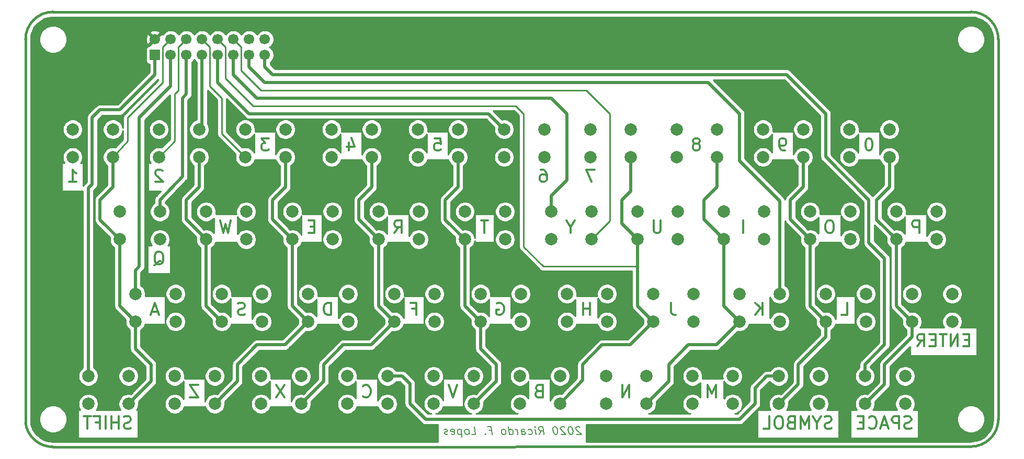
<source format=gbr>
G04 #@! TF.GenerationSoftware,KiCad,Pcbnew,(5.1.5)-3*
G04 #@! TF.CreationDate,2020-05-14T18:58:13-03:00*
G04 #@! TF.ProjectId,Jupiter-II_keyboard,4a757069-7465-4722-9d49-495f6b657962,rev?*
G04 #@! TF.SameCoordinates,Original*
G04 #@! TF.FileFunction,Copper,L2,Bot*
G04 #@! TF.FilePolarity,Positive*
%FSLAX46Y46*%
G04 Gerber Fmt 4.6, Leading zero omitted, Abs format (unit mm)*
G04 Created by KiCad (PCBNEW (5.1.5)-3) date 2020-05-14 18:58:13*
%MOMM*%
%LPD*%
G04 APERTURE LIST*
%ADD10C,0.200000*%
%ADD11C,0.300000*%
%ADD12C,0.381000*%
%ADD13C,2.000000*%
%ADD14R,1.700000X1.700000*%
%ADD15C,1.700000*%
%ADD16C,0.508000*%
%ADD17C,0.254000*%
G04 APERTURE END LIST*
D10*
X140573363Y-111806904D02*
X140503720Y-111745000D01*
X140372172Y-111683095D01*
X140062648Y-111683095D01*
X139946577Y-111745000D01*
X139892410Y-111806904D01*
X139845982Y-111930714D01*
X139861458Y-112054523D01*
X139946577Y-112240238D01*
X140782291Y-112983095D01*
X139977529Y-112983095D01*
X139010267Y-111683095D02*
X138886458Y-111683095D01*
X138770386Y-111745000D01*
X138716220Y-111806904D01*
X138669791Y-111930714D01*
X138638839Y-112178333D01*
X138677529Y-112487857D01*
X138770386Y-112735476D01*
X138847767Y-112859285D01*
X138917410Y-112921190D01*
X139048958Y-112983095D01*
X139172767Y-112983095D01*
X139288839Y-112921190D01*
X139343005Y-112859285D01*
X139389434Y-112735476D01*
X139420386Y-112487857D01*
X139381696Y-112178333D01*
X139288839Y-111930714D01*
X139211458Y-111806904D01*
X139141815Y-111745000D01*
X139010267Y-111683095D01*
X138097172Y-111806904D02*
X138027529Y-111745000D01*
X137895982Y-111683095D01*
X137586458Y-111683095D01*
X137470386Y-111745000D01*
X137416220Y-111806904D01*
X137369791Y-111930714D01*
X137385267Y-112054523D01*
X137470386Y-112240238D01*
X138306101Y-112983095D01*
X137501339Y-112983095D01*
X136534077Y-111683095D02*
X136410267Y-111683095D01*
X136294196Y-111745000D01*
X136240029Y-111806904D01*
X136193601Y-111930714D01*
X136162648Y-112178333D01*
X136201339Y-112487857D01*
X136294196Y-112735476D01*
X136371577Y-112859285D01*
X136441220Y-112921190D01*
X136572767Y-112983095D01*
X136696577Y-112983095D01*
X136812648Y-112921190D01*
X136866815Y-112859285D01*
X136913244Y-112735476D01*
X136944196Y-112487857D01*
X136905505Y-112178333D01*
X136812648Y-111930714D01*
X136735267Y-111806904D01*
X136665625Y-111745000D01*
X136534077Y-111683095D01*
X133972767Y-112983095D02*
X134328720Y-112364047D01*
X134715625Y-112983095D02*
X134553125Y-111683095D01*
X134057886Y-111683095D01*
X133941815Y-111745000D01*
X133887648Y-111806904D01*
X133841220Y-111930714D01*
X133864434Y-112116428D01*
X133941815Y-112240238D01*
X134011458Y-112302142D01*
X134143005Y-112364047D01*
X134638244Y-112364047D01*
X133415625Y-112983095D02*
X133307291Y-112116428D01*
X133253125Y-111683095D02*
X133322767Y-111745000D01*
X133268601Y-111806904D01*
X133198958Y-111745000D01*
X133253125Y-111683095D01*
X133268601Y-111806904D01*
X132231696Y-112921190D02*
X132363244Y-112983095D01*
X132610863Y-112983095D01*
X132726934Y-112921190D01*
X132781101Y-112859285D01*
X132827529Y-112735476D01*
X132781101Y-112364047D01*
X132703720Y-112240238D01*
X132634077Y-112178333D01*
X132502529Y-112116428D01*
X132254910Y-112116428D01*
X132138839Y-112178333D01*
X131125148Y-112983095D02*
X131040029Y-112302142D01*
X131086458Y-112178333D01*
X131202529Y-112116428D01*
X131450148Y-112116428D01*
X131581696Y-112178333D01*
X131117410Y-112921190D02*
X131248958Y-112983095D01*
X131558482Y-112983095D01*
X131674553Y-112921190D01*
X131720982Y-112797380D01*
X131705505Y-112673571D01*
X131628125Y-112549761D01*
X131496577Y-112487857D01*
X131187053Y-112487857D01*
X131055505Y-112425952D01*
X130506101Y-112983095D02*
X130397767Y-112116428D01*
X130428720Y-112364047D02*
X130351339Y-112240238D01*
X130281696Y-112178333D01*
X130150148Y-112116428D01*
X130026339Y-112116428D01*
X129144196Y-112983095D02*
X128981696Y-111683095D01*
X129136458Y-112921190D02*
X129268005Y-112983095D01*
X129515625Y-112983095D01*
X129631696Y-112921190D01*
X129685863Y-112859285D01*
X129732291Y-112735476D01*
X129685863Y-112364047D01*
X129608482Y-112240238D01*
X129538839Y-112178333D01*
X129407291Y-112116428D01*
X129159672Y-112116428D01*
X129043601Y-112178333D01*
X128339434Y-112983095D02*
X128455505Y-112921190D01*
X128509672Y-112859285D01*
X128556101Y-112735476D01*
X128509672Y-112364047D01*
X128432291Y-112240238D01*
X128362648Y-112178333D01*
X128231101Y-112116428D01*
X128045386Y-112116428D01*
X127929315Y-112178333D01*
X127875148Y-112240238D01*
X127828720Y-112364047D01*
X127875148Y-112735476D01*
X127952529Y-112859285D01*
X128022172Y-112921190D01*
X128153720Y-112983095D01*
X128339434Y-112983095D01*
X125840029Y-112302142D02*
X126273363Y-112302142D01*
X126358482Y-112983095D02*
X126195982Y-111683095D01*
X125576934Y-111683095D01*
X125228720Y-112859285D02*
X125174553Y-112921190D01*
X125244196Y-112983095D01*
X125298363Y-112921190D01*
X125228720Y-112859285D01*
X125244196Y-112983095D01*
X123015625Y-112983095D02*
X123634672Y-112983095D01*
X123472172Y-111683095D01*
X122396577Y-112983095D02*
X122512648Y-112921190D01*
X122566815Y-112859285D01*
X122613244Y-112735476D01*
X122566815Y-112364047D01*
X122489434Y-112240238D01*
X122419791Y-112178333D01*
X122288244Y-112116428D01*
X122102529Y-112116428D01*
X121986458Y-112178333D01*
X121932291Y-112240238D01*
X121885863Y-112364047D01*
X121932291Y-112735476D01*
X122009672Y-112859285D01*
X122079315Y-112921190D01*
X122210863Y-112983095D01*
X122396577Y-112983095D01*
X121297767Y-112116428D02*
X121460267Y-113416428D01*
X121305505Y-112178333D02*
X121173958Y-112116428D01*
X120926339Y-112116428D01*
X120810267Y-112178333D01*
X120756101Y-112240238D01*
X120709672Y-112364047D01*
X120756101Y-112735476D01*
X120833482Y-112859285D01*
X120903125Y-112921190D01*
X121034672Y-112983095D01*
X121282291Y-112983095D01*
X121398363Y-112921190D01*
X119726934Y-112921190D02*
X119858482Y-112983095D01*
X120106101Y-112983095D01*
X120222172Y-112921190D01*
X120268601Y-112797380D01*
X120206696Y-112302142D01*
X120129315Y-112178333D01*
X119997767Y-112116428D01*
X119750148Y-112116428D01*
X119634077Y-112178333D01*
X119587648Y-112302142D01*
X119603125Y-112425952D01*
X120237648Y-112549761D01*
X119169791Y-112921190D02*
X119053720Y-112983095D01*
X118806101Y-112983095D01*
X118674553Y-112921190D01*
X118597172Y-112797380D01*
X118589434Y-112735476D01*
X118635863Y-112611666D01*
X118751934Y-112549761D01*
X118937648Y-112549761D01*
X119053720Y-112487857D01*
X119100148Y-112364047D01*
X119092410Y-112302142D01*
X119015029Y-112178333D01*
X118883482Y-112116428D01*
X118697767Y-112116428D01*
X118581696Y-112178333D01*
D11*
X67849285Y-111934523D02*
X67563571Y-112029761D01*
X67087380Y-112029761D01*
X66896904Y-111934523D01*
X66801666Y-111839285D01*
X66706428Y-111648809D01*
X66706428Y-111458333D01*
X66801666Y-111267857D01*
X66896904Y-111172619D01*
X67087380Y-111077380D01*
X67468333Y-110982142D01*
X67658809Y-110886904D01*
X67754047Y-110791666D01*
X67849285Y-110601190D01*
X67849285Y-110410714D01*
X67754047Y-110220238D01*
X67658809Y-110125000D01*
X67468333Y-110029761D01*
X66992142Y-110029761D01*
X66706428Y-110125000D01*
X65849285Y-112029761D02*
X65849285Y-110029761D01*
X65849285Y-110982142D02*
X64706428Y-110982142D01*
X64706428Y-112029761D02*
X64706428Y-110029761D01*
X63754047Y-112029761D02*
X63754047Y-110029761D01*
X62135000Y-110982142D02*
X62801666Y-110982142D01*
X62801666Y-112029761D02*
X62801666Y-110029761D01*
X61849285Y-110029761D01*
X61373095Y-110029761D02*
X60230238Y-110029761D01*
X60801666Y-112029761D02*
X60801666Y-110029761D01*
X78771666Y-104949761D02*
X77438333Y-104949761D01*
X78771666Y-106949761D01*
X77438333Y-106949761D01*
X92741666Y-104949761D02*
X91408333Y-106949761D01*
X91408333Y-104949761D02*
X92741666Y-106949761D01*
X105425952Y-106759285D02*
X105521190Y-106854523D01*
X105806904Y-106949761D01*
X105997380Y-106949761D01*
X106283095Y-106854523D01*
X106473571Y-106664047D01*
X106568809Y-106473571D01*
X106664047Y-106092619D01*
X106664047Y-105806904D01*
X106568809Y-105425952D01*
X106473571Y-105235476D01*
X106283095Y-105045000D01*
X105997380Y-104949761D01*
X105806904Y-104949761D01*
X105521190Y-105045000D01*
X105425952Y-105140238D01*
X133842142Y-105902142D02*
X133556428Y-105997380D01*
X133461190Y-106092619D01*
X133365952Y-106283095D01*
X133365952Y-106568809D01*
X133461190Y-106759285D01*
X133556428Y-106854523D01*
X133746904Y-106949761D01*
X134508809Y-106949761D01*
X134508809Y-104949761D01*
X133842142Y-104949761D01*
X133651666Y-105045000D01*
X133556428Y-105140238D01*
X133461190Y-105330714D01*
X133461190Y-105521190D01*
X133556428Y-105711666D01*
X133651666Y-105806904D01*
X133842142Y-105902142D01*
X134508809Y-105902142D01*
X120681666Y-104949761D02*
X120015000Y-106949761D01*
X119348333Y-104949761D01*
X148526428Y-106949761D02*
X148526428Y-104949761D01*
X147383571Y-106949761D01*
X147383571Y-104949761D01*
X162591666Y-106949761D02*
X162591666Y-104949761D01*
X161925000Y-106378333D01*
X161258333Y-104949761D01*
X161258333Y-106949761D01*
X181323571Y-111934523D02*
X181037857Y-112029761D01*
X180561666Y-112029761D01*
X180371190Y-111934523D01*
X180275952Y-111839285D01*
X180180714Y-111648809D01*
X180180714Y-111458333D01*
X180275952Y-111267857D01*
X180371190Y-111172619D01*
X180561666Y-111077380D01*
X180942619Y-110982142D01*
X181133095Y-110886904D01*
X181228333Y-110791666D01*
X181323571Y-110601190D01*
X181323571Y-110410714D01*
X181228333Y-110220238D01*
X181133095Y-110125000D01*
X180942619Y-110029761D01*
X180466428Y-110029761D01*
X180180714Y-110125000D01*
X178942619Y-111077380D02*
X178942619Y-112029761D01*
X179609285Y-110029761D02*
X178942619Y-111077380D01*
X178275952Y-110029761D01*
X177609285Y-112029761D02*
X177609285Y-110029761D01*
X176942619Y-111458333D01*
X176275952Y-110029761D01*
X176275952Y-112029761D01*
X174656904Y-110982142D02*
X174371190Y-111077380D01*
X174275952Y-111172619D01*
X174180714Y-111363095D01*
X174180714Y-111648809D01*
X174275952Y-111839285D01*
X174371190Y-111934523D01*
X174561666Y-112029761D01*
X175323571Y-112029761D01*
X175323571Y-110029761D01*
X174656904Y-110029761D01*
X174466428Y-110125000D01*
X174371190Y-110220238D01*
X174275952Y-110410714D01*
X174275952Y-110601190D01*
X174371190Y-110791666D01*
X174466428Y-110886904D01*
X174656904Y-110982142D01*
X175323571Y-110982142D01*
X172942619Y-110029761D02*
X172561666Y-110029761D01*
X172371190Y-110125000D01*
X172180714Y-110315476D01*
X172085476Y-110696428D01*
X172085476Y-111363095D01*
X172180714Y-111744047D01*
X172371190Y-111934523D01*
X172561666Y-112029761D01*
X172942619Y-112029761D01*
X173133095Y-111934523D01*
X173323571Y-111744047D01*
X173418809Y-111363095D01*
X173418809Y-110696428D01*
X173323571Y-110315476D01*
X173133095Y-110125000D01*
X172942619Y-110029761D01*
X170275952Y-112029761D02*
X171228333Y-112029761D01*
X171228333Y-110029761D01*
X194198333Y-111934523D02*
X193912619Y-112029761D01*
X193436428Y-112029761D01*
X193245952Y-111934523D01*
X193150714Y-111839285D01*
X193055476Y-111648809D01*
X193055476Y-111458333D01*
X193150714Y-111267857D01*
X193245952Y-111172619D01*
X193436428Y-111077380D01*
X193817380Y-110982142D01*
X194007857Y-110886904D01*
X194103095Y-110791666D01*
X194198333Y-110601190D01*
X194198333Y-110410714D01*
X194103095Y-110220238D01*
X194007857Y-110125000D01*
X193817380Y-110029761D01*
X193341190Y-110029761D01*
X193055476Y-110125000D01*
X192198333Y-112029761D02*
X192198333Y-110029761D01*
X191436428Y-110029761D01*
X191245952Y-110125000D01*
X191150714Y-110220238D01*
X191055476Y-110410714D01*
X191055476Y-110696428D01*
X191150714Y-110886904D01*
X191245952Y-110982142D01*
X191436428Y-111077380D01*
X192198333Y-111077380D01*
X190293571Y-111458333D02*
X189341190Y-111458333D01*
X190484047Y-112029761D02*
X189817380Y-110029761D01*
X189150714Y-112029761D01*
X187341190Y-111839285D02*
X187436428Y-111934523D01*
X187722142Y-112029761D01*
X187912619Y-112029761D01*
X188198333Y-111934523D01*
X188388809Y-111744047D01*
X188484047Y-111553571D01*
X188579285Y-111172619D01*
X188579285Y-110886904D01*
X188484047Y-110505952D01*
X188388809Y-110315476D01*
X188198333Y-110125000D01*
X187912619Y-110029761D01*
X187722142Y-110029761D01*
X187436428Y-110125000D01*
X187341190Y-110220238D01*
X186484047Y-110982142D02*
X185817380Y-110982142D01*
X185531666Y-112029761D02*
X186484047Y-112029761D01*
X186484047Y-110029761D01*
X185531666Y-110029761D01*
X203532857Y-97647142D02*
X202866190Y-97647142D01*
X202580476Y-98694761D02*
X203532857Y-98694761D01*
X203532857Y-96694761D01*
X202580476Y-96694761D01*
X201723333Y-98694761D02*
X201723333Y-96694761D01*
X200580476Y-98694761D01*
X200580476Y-96694761D01*
X199913809Y-96694761D02*
X198770952Y-96694761D01*
X199342380Y-98694761D02*
X199342380Y-96694761D01*
X198104285Y-97647142D02*
X197437619Y-97647142D01*
X197151904Y-98694761D02*
X198104285Y-98694761D01*
X198104285Y-96694761D01*
X197151904Y-96694761D01*
X195151904Y-98694761D02*
X195818571Y-97742380D01*
X196294761Y-98694761D02*
X196294761Y-96694761D01*
X195532857Y-96694761D01*
X195342380Y-96790000D01*
X195247142Y-96885238D01*
X195151904Y-97075714D01*
X195151904Y-97361428D01*
X195247142Y-97551904D01*
X195342380Y-97647142D01*
X195532857Y-97742380D01*
X196294761Y-97742380D01*
X182895952Y-93614761D02*
X183848333Y-93614761D01*
X183848333Y-91614761D01*
X170068809Y-93614761D02*
X170068809Y-91614761D01*
X168925952Y-93614761D02*
X169783095Y-92471904D01*
X168925952Y-91614761D02*
X170068809Y-92757619D01*
X155289285Y-91614761D02*
X155289285Y-93043333D01*
X155384523Y-93329047D01*
X155575000Y-93519523D01*
X155860714Y-93614761D01*
X156051190Y-93614761D01*
X142176428Y-93614761D02*
X142176428Y-91614761D01*
X142176428Y-92567142D02*
X141033571Y-92567142D01*
X141033571Y-93614761D02*
X141033571Y-91614761D01*
X127111190Y-91710000D02*
X127301666Y-91614761D01*
X127587380Y-91614761D01*
X127873095Y-91710000D01*
X128063571Y-91900476D01*
X128158809Y-92090952D01*
X128254047Y-92471904D01*
X128254047Y-92757619D01*
X128158809Y-93138571D01*
X128063571Y-93329047D01*
X127873095Y-93519523D01*
X127587380Y-93614761D01*
X127396904Y-93614761D01*
X127111190Y-93519523D01*
X127015952Y-93424285D01*
X127015952Y-92757619D01*
X127396904Y-92757619D01*
X113379285Y-92567142D02*
X114045952Y-92567142D01*
X114045952Y-93614761D02*
X114045952Y-91614761D01*
X113093571Y-91614761D01*
X100218809Y-93614761D02*
X100218809Y-91614761D01*
X99742619Y-91614761D01*
X99456904Y-91710000D01*
X99266428Y-91900476D01*
X99171190Y-92090952D01*
X99075952Y-92471904D01*
X99075952Y-92757619D01*
X99171190Y-93138571D01*
X99266428Y-93329047D01*
X99456904Y-93519523D01*
X99742619Y-93614761D01*
X100218809Y-93614761D01*
X86296428Y-93519523D02*
X86010714Y-93614761D01*
X85534523Y-93614761D01*
X85344047Y-93519523D01*
X85248809Y-93424285D01*
X85153571Y-93233809D01*
X85153571Y-93043333D01*
X85248809Y-92852857D01*
X85344047Y-92757619D01*
X85534523Y-92662380D01*
X85915476Y-92567142D01*
X86105952Y-92471904D01*
X86201190Y-92376666D01*
X86296428Y-92186190D01*
X86296428Y-91995714D01*
X86201190Y-91805238D01*
X86105952Y-91710000D01*
X85915476Y-91614761D01*
X85439285Y-91614761D01*
X85153571Y-91710000D01*
X72231190Y-93043333D02*
X71278809Y-93043333D01*
X72421666Y-93614761D02*
X71755000Y-91614761D01*
X71088333Y-93614761D01*
X71628095Y-85550238D02*
X71818571Y-85455000D01*
X72009047Y-85264523D01*
X72294761Y-84978809D01*
X72485238Y-84883571D01*
X72675714Y-84883571D01*
X72580476Y-85359761D02*
X72770952Y-85264523D01*
X72961428Y-85074047D01*
X73056666Y-84693095D01*
X73056666Y-84026428D01*
X72961428Y-83645476D01*
X72770952Y-83455000D01*
X72580476Y-83359761D01*
X72199523Y-83359761D01*
X72009047Y-83455000D01*
X71818571Y-83645476D01*
X71723333Y-84026428D01*
X71723333Y-84693095D01*
X71818571Y-85074047D01*
X72009047Y-85264523D01*
X72199523Y-85359761D01*
X72580476Y-85359761D01*
X84042142Y-78279761D02*
X83565952Y-80279761D01*
X83185000Y-78851190D01*
X82804047Y-80279761D01*
X82327857Y-78279761D01*
X97583571Y-79232142D02*
X96916904Y-79232142D01*
X96631190Y-80279761D02*
X97583571Y-80279761D01*
X97583571Y-78279761D01*
X96631190Y-78279761D01*
X110505952Y-80279761D02*
X111172619Y-79327380D01*
X111648809Y-80279761D02*
X111648809Y-78279761D01*
X110886904Y-78279761D01*
X110696428Y-78375000D01*
X110601190Y-78470238D01*
X110505952Y-78660714D01*
X110505952Y-78946428D01*
X110601190Y-79136904D01*
X110696428Y-79232142D01*
X110886904Y-79327380D01*
X111648809Y-79327380D01*
X125666428Y-78279761D02*
X124523571Y-78279761D01*
X125095000Y-80279761D02*
X125095000Y-78279761D01*
X139065000Y-79327380D02*
X139065000Y-80279761D01*
X139731666Y-78279761D02*
X139065000Y-79327380D01*
X138398333Y-78279761D01*
X153606428Y-78279761D02*
X153606428Y-79898809D01*
X153511190Y-80089285D01*
X153415952Y-80184523D01*
X153225476Y-80279761D01*
X152844523Y-80279761D01*
X152654047Y-80184523D01*
X152558809Y-80089285D01*
X152463571Y-79898809D01*
X152463571Y-78279761D01*
X167005000Y-80279761D02*
X167005000Y-78279761D01*
X181165476Y-78279761D02*
X180784523Y-78279761D01*
X180594047Y-78375000D01*
X180403571Y-78565476D01*
X180308333Y-78946428D01*
X180308333Y-79613095D01*
X180403571Y-79994047D01*
X180594047Y-80184523D01*
X180784523Y-80279761D01*
X181165476Y-80279761D01*
X181355952Y-80184523D01*
X181546428Y-79994047D01*
X181641666Y-79613095D01*
X181641666Y-78946428D01*
X181546428Y-78565476D01*
X181355952Y-78375000D01*
X181165476Y-78279761D01*
X195468809Y-80279761D02*
X195468809Y-78279761D01*
X194706904Y-78279761D01*
X194516428Y-78375000D01*
X194421190Y-78470238D01*
X194325952Y-78660714D01*
X194325952Y-78946428D01*
X194421190Y-79136904D01*
X194516428Y-79232142D01*
X194706904Y-79327380D01*
X195468809Y-79327380D01*
X187420238Y-64944761D02*
X187229761Y-64944761D01*
X187039285Y-65040000D01*
X186944047Y-65135238D01*
X186848809Y-65325714D01*
X186753571Y-65706666D01*
X186753571Y-66182857D01*
X186848809Y-66563809D01*
X186944047Y-66754285D01*
X187039285Y-66849523D01*
X187229761Y-66944761D01*
X187420238Y-66944761D01*
X187610714Y-66849523D01*
X187705952Y-66754285D01*
X187801190Y-66563809D01*
X187896428Y-66182857D01*
X187896428Y-65706666D01*
X187801190Y-65325714D01*
X187705952Y-65135238D01*
X187610714Y-65040000D01*
X187420238Y-64944761D01*
X173735952Y-66944761D02*
X173355000Y-66944761D01*
X173164523Y-66849523D01*
X173069285Y-66754285D01*
X172878809Y-66468571D01*
X172783571Y-66087619D01*
X172783571Y-65325714D01*
X172878809Y-65135238D01*
X172974047Y-65040000D01*
X173164523Y-64944761D01*
X173545476Y-64944761D01*
X173735952Y-65040000D01*
X173831190Y-65135238D01*
X173926428Y-65325714D01*
X173926428Y-65801904D01*
X173831190Y-65992380D01*
X173735952Y-66087619D01*
X173545476Y-66182857D01*
X173164523Y-66182857D01*
X172974047Y-66087619D01*
X172878809Y-65992380D01*
X172783571Y-65801904D01*
X159575476Y-65801904D02*
X159765952Y-65706666D01*
X159861190Y-65611428D01*
X159956428Y-65420952D01*
X159956428Y-65325714D01*
X159861190Y-65135238D01*
X159765952Y-65040000D01*
X159575476Y-64944761D01*
X159194523Y-64944761D01*
X159004047Y-65040000D01*
X158908809Y-65135238D01*
X158813571Y-65325714D01*
X158813571Y-65420952D01*
X158908809Y-65611428D01*
X159004047Y-65706666D01*
X159194523Y-65801904D01*
X159575476Y-65801904D01*
X159765952Y-65897142D01*
X159861190Y-65992380D01*
X159956428Y-66182857D01*
X159956428Y-66563809D01*
X159861190Y-66754285D01*
X159765952Y-66849523D01*
X159575476Y-66944761D01*
X159194523Y-66944761D01*
X159004047Y-66849523D01*
X158908809Y-66754285D01*
X158813571Y-66563809D01*
X158813571Y-66182857D01*
X158908809Y-65992380D01*
X159004047Y-65897142D01*
X159194523Y-65801904D01*
X142906666Y-70024761D02*
X141573333Y-70024761D01*
X142430476Y-72024761D01*
X134239047Y-70024761D02*
X134620000Y-70024761D01*
X134810476Y-70120000D01*
X134905714Y-70215238D01*
X135096190Y-70500952D01*
X135191428Y-70881904D01*
X135191428Y-71643809D01*
X135096190Y-71834285D01*
X135000952Y-71929523D01*
X134810476Y-72024761D01*
X134429523Y-72024761D01*
X134239047Y-71929523D01*
X134143809Y-71834285D01*
X134048571Y-71643809D01*
X134048571Y-71167619D01*
X134143809Y-70977142D01*
X134239047Y-70881904D01*
X134429523Y-70786666D01*
X134810476Y-70786666D01*
X135000952Y-70881904D01*
X135096190Y-70977142D01*
X135191428Y-71167619D01*
X116998809Y-64944761D02*
X117951190Y-64944761D01*
X118046428Y-65897142D01*
X117951190Y-65801904D01*
X117760714Y-65706666D01*
X117284523Y-65706666D01*
X117094047Y-65801904D01*
X116998809Y-65897142D01*
X116903571Y-66087619D01*
X116903571Y-66563809D01*
X116998809Y-66754285D01*
X117094047Y-66849523D01*
X117284523Y-66944761D01*
X117760714Y-66944761D01*
X117951190Y-66849523D01*
X118046428Y-66754285D01*
X103124047Y-65611428D02*
X103124047Y-66944761D01*
X103600238Y-64849523D02*
X104076428Y-66278095D01*
X102838333Y-66278095D01*
X90201666Y-64944761D02*
X88963571Y-64944761D01*
X89630238Y-65706666D01*
X89344523Y-65706666D01*
X89154047Y-65801904D01*
X89058809Y-65897142D01*
X88963571Y-66087619D01*
X88963571Y-66563809D01*
X89058809Y-66754285D01*
X89154047Y-66849523D01*
X89344523Y-66944761D01*
X89915952Y-66944761D01*
X90106428Y-66849523D01*
X90201666Y-66754285D01*
X72961428Y-70215238D02*
X72866190Y-70120000D01*
X72675714Y-70024761D01*
X72199523Y-70024761D01*
X72009047Y-70120000D01*
X71913809Y-70215238D01*
X71818571Y-70405714D01*
X71818571Y-70596190D01*
X71913809Y-70881904D01*
X73056666Y-72024761D01*
X71818571Y-72024761D01*
X57848571Y-72024761D02*
X58991428Y-72024761D01*
X58420000Y-72024761D02*
X58420000Y-70024761D01*
X58610476Y-70310476D01*
X58800952Y-70500952D01*
X58991428Y-70596190D01*
D12*
X208280000Y-48895000D02*
X208280000Y-110490000D01*
X55245000Y-114980128D02*
G75*
G02X50800000Y-111125000I0J4490128D01*
G01*
X208280000Y-110490000D02*
G75*
G02X203835000Y-114935000I-4445000J0D01*
G01*
X203835000Y-44450000D02*
G75*
G02X208280000Y-48895000I0J-4445000D01*
G01*
X50800000Y-48895000D02*
G75*
G02X55245000Y-44450000I4445000J0D01*
G01*
X50800000Y-111125000D02*
X50800000Y-48895000D01*
X203835000Y-114935000D02*
X55245000Y-114980128D01*
X55245000Y-44450000D02*
X203835000Y-44450000D01*
D13*
X186690000Y-108005000D03*
X186690000Y-103505000D03*
X193190000Y-108005000D03*
X193190000Y-103505000D03*
X158750000Y-108005000D03*
X158750000Y-103505000D03*
X165250000Y-108005000D03*
X165250000Y-103505000D03*
X144780000Y-108005000D03*
X144780000Y-103505000D03*
X151280000Y-108005000D03*
X151280000Y-103505000D03*
X130810000Y-108005000D03*
X130810000Y-103505000D03*
X137310000Y-108005000D03*
X137310000Y-103505000D03*
X116840000Y-108005000D03*
X116840000Y-103505000D03*
X123340000Y-108005000D03*
X123340000Y-103505000D03*
X102870000Y-108005000D03*
X102870000Y-103505000D03*
X109370000Y-108005000D03*
X109370000Y-103505000D03*
X88900000Y-108005000D03*
X88900000Y-103505000D03*
X95400000Y-108005000D03*
X95400000Y-103505000D03*
X74930000Y-108005000D03*
X74930000Y-103505000D03*
X81430000Y-108005000D03*
X81430000Y-103505000D03*
X172720000Y-108005000D03*
X172720000Y-103505000D03*
X179220000Y-108005000D03*
X179220000Y-103505000D03*
X60960000Y-108005000D03*
X60960000Y-103505000D03*
X67460000Y-108005000D03*
X67460000Y-103505000D03*
X194310000Y-94670000D03*
X194310000Y-90170000D03*
X200810000Y-94670000D03*
X200810000Y-90170000D03*
X180340000Y-94670000D03*
X180340000Y-90170000D03*
X186840000Y-94670000D03*
X186840000Y-90170000D03*
X166370000Y-94670000D03*
X166370000Y-90170000D03*
X172870000Y-94670000D03*
X172870000Y-90170000D03*
X152400000Y-94670000D03*
X152400000Y-90170000D03*
X158900000Y-94670000D03*
X158900000Y-90170000D03*
X138430000Y-94670000D03*
X138430000Y-90170000D03*
X144930000Y-94670000D03*
X144930000Y-90170000D03*
X124460000Y-94670000D03*
X124460000Y-90170000D03*
X130960000Y-94670000D03*
X130960000Y-90170000D03*
X110490000Y-94670000D03*
X110490000Y-90170000D03*
X116990000Y-94670000D03*
X116990000Y-90170000D03*
X96520000Y-94670000D03*
X96520000Y-90170000D03*
X103020000Y-94670000D03*
X103020000Y-90170000D03*
X82550000Y-94670000D03*
X82550000Y-90170000D03*
X89050000Y-94670000D03*
X89050000Y-90170000D03*
X68580000Y-94670000D03*
X68580000Y-90170000D03*
X75080000Y-94670000D03*
X75080000Y-90170000D03*
X191770000Y-81335000D03*
X191770000Y-76835000D03*
X198270000Y-81335000D03*
X198270000Y-76835000D03*
X177800000Y-81335000D03*
X177800000Y-76835000D03*
X184300000Y-81335000D03*
X184300000Y-76835000D03*
X163830000Y-81335000D03*
X163830000Y-76835000D03*
X170330000Y-81335000D03*
X170330000Y-76835000D03*
X149860000Y-81335000D03*
X149860000Y-76835000D03*
X156360000Y-81335000D03*
X156360000Y-76835000D03*
X135890000Y-81335000D03*
X135890000Y-76835000D03*
X142390000Y-81335000D03*
X142390000Y-76835000D03*
X121920000Y-81335000D03*
X121920000Y-76835000D03*
X128420000Y-81335000D03*
X128420000Y-76835000D03*
X107950000Y-81335000D03*
X107950000Y-76835000D03*
X114450000Y-81335000D03*
X114450000Y-76835000D03*
X93980000Y-81335000D03*
X93980000Y-76835000D03*
X100480000Y-81335000D03*
X100480000Y-76835000D03*
X80010000Y-81335000D03*
X80010000Y-76835000D03*
X86510000Y-81335000D03*
X86510000Y-76835000D03*
X66040000Y-81335000D03*
X66040000Y-76835000D03*
X72540000Y-81335000D03*
X72540000Y-76835000D03*
X184150000Y-68000000D03*
X184150000Y-63500000D03*
X190650000Y-68000000D03*
X190650000Y-63500000D03*
X170180000Y-68000000D03*
X170180000Y-63500000D03*
X176680000Y-68000000D03*
X176680000Y-63500000D03*
X156210000Y-68000000D03*
X156210000Y-63500000D03*
X162710000Y-68000000D03*
X162710000Y-63500000D03*
X142240000Y-68000000D03*
X142240000Y-63500000D03*
X148740000Y-68000000D03*
X148740000Y-63500000D03*
X128270000Y-68000000D03*
X128270000Y-63500000D03*
X134770000Y-68000000D03*
X134770000Y-63500000D03*
X114300000Y-68000000D03*
X114300000Y-63500000D03*
X120800000Y-68000000D03*
X120800000Y-63500000D03*
X100330000Y-68000000D03*
X100330000Y-63500000D03*
X106830000Y-68000000D03*
X106830000Y-63500000D03*
X86360000Y-68000000D03*
X86360000Y-63500000D03*
X92860000Y-68000000D03*
X92860000Y-63500000D03*
X72390000Y-68000000D03*
X72390000Y-63500000D03*
X78890000Y-68000000D03*
X78890000Y-63500000D03*
X58420000Y-68000000D03*
X58420000Y-63500000D03*
X64920000Y-68000000D03*
X64920000Y-63500000D03*
D14*
X71755000Y-51435000D03*
D15*
X71755000Y-48895000D03*
X74295000Y-51435000D03*
X74295000Y-48895000D03*
X76835000Y-51435000D03*
X76835000Y-48895000D03*
X79375000Y-51435000D03*
X79375000Y-48895000D03*
X81915000Y-51435000D03*
X81915000Y-48895000D03*
X84455000Y-51435000D03*
X84455000Y-48895000D03*
X86995000Y-51435000D03*
X86995000Y-48895000D03*
X89535000Y-51435000D03*
X89535000Y-48895000D03*
D16*
X191770000Y-92130000D02*
X191770000Y-81335000D01*
X194310000Y-94670000D02*
X191770000Y-92130000D01*
X186690000Y-108005000D02*
X189865000Y-104830000D01*
X188595000Y-78160000D02*
X191770000Y-81335000D01*
X190650000Y-72875000D02*
X188595000Y-74930000D01*
X188595000Y-74930000D02*
X188595000Y-78160000D01*
X190650000Y-68000000D02*
X190650000Y-72875000D01*
X194310000Y-97155000D02*
X194310000Y-94670000D01*
X189865000Y-101600000D02*
X194310000Y-97155000D01*
X189865000Y-104830000D02*
X189865000Y-101600000D01*
D17*
X73025000Y-50165000D02*
X74295000Y-48895000D01*
X73025000Y-55880000D02*
X73025000Y-50165000D01*
X67310000Y-61595000D02*
X73025000Y-55880000D01*
X67310000Y-65405000D02*
X67310000Y-61595000D01*
X64920000Y-68000000D02*
X67310000Y-65405000D01*
D16*
X64920000Y-72875000D02*
X62865000Y-74930000D01*
X64920000Y-68000000D02*
X64920000Y-72875000D01*
X66040000Y-92130000D02*
X68580000Y-94670000D01*
X66040000Y-81335000D02*
X66040000Y-92130000D01*
X68580000Y-94670000D02*
X68580000Y-99060000D01*
X68580000Y-99060000D02*
X71120000Y-101600000D01*
X71120000Y-104345000D02*
X67460000Y-108005000D01*
X71120000Y-101600000D02*
X71120000Y-104345000D01*
X62865000Y-78160000D02*
X66040000Y-81335000D01*
X62865000Y-74930000D02*
X62865000Y-78160000D01*
D17*
X76835000Y-48895000D02*
X75565000Y-50165000D01*
D16*
X177800000Y-92130000D02*
X180340000Y-94670000D01*
X177800000Y-81335000D02*
X177800000Y-92130000D01*
X172720000Y-108005000D02*
X175895000Y-104830000D01*
X80010000Y-92130000D02*
X82550000Y-94670000D01*
X80010000Y-81335000D02*
X80010000Y-92130000D01*
X78890000Y-68000000D02*
X78890000Y-72875000D01*
X76835000Y-74930000D02*
X76835000Y-78105000D01*
X76835000Y-78105000D02*
X80010000Y-81335000D01*
X78890000Y-72875000D02*
X76835000Y-74930000D01*
X174625000Y-78105000D02*
X177800000Y-81335000D01*
X174625000Y-74930000D02*
X174625000Y-78105000D01*
X176680000Y-72875000D02*
X174625000Y-74930000D01*
X176680000Y-68000000D02*
X176680000Y-72875000D01*
X175895000Y-101600000D02*
X180340000Y-97155000D01*
X180340000Y-97155000D02*
X180340000Y-94670000D01*
X175895000Y-104830000D02*
X175895000Y-101600000D01*
D17*
X75565000Y-57150000D02*
X74930000Y-57785000D01*
X75565000Y-50165000D02*
X75565000Y-57150000D01*
X74930000Y-57785000D02*
X74930000Y-65405000D01*
X74930000Y-65405000D02*
X72390000Y-68000000D01*
D16*
X93980000Y-92130000D02*
X96520000Y-94670000D01*
X93980000Y-81335000D02*
X93980000Y-92130000D01*
X81430000Y-108005000D02*
X85090000Y-104345000D01*
X92765000Y-98425000D02*
X96520000Y-94670000D01*
X163830000Y-92130000D02*
X166370000Y-94670000D01*
X163830000Y-81335000D02*
X163830000Y-92130000D01*
X90805000Y-78105000D02*
X93980000Y-81335000D01*
X90805000Y-74930000D02*
X90805000Y-78105000D01*
X92860000Y-72875000D02*
X90805000Y-74930000D01*
X92860000Y-68000000D02*
X92860000Y-72875000D01*
X160655000Y-78105000D02*
X163830000Y-81335000D01*
X160655000Y-74930000D02*
X160655000Y-78105000D01*
X162710000Y-72875000D02*
X160655000Y-74930000D01*
X162710000Y-68000000D02*
X162710000Y-72875000D01*
X85090000Y-101600000D02*
X88265000Y-98425000D01*
X88265000Y-98425000D02*
X92765000Y-98425000D01*
X85090000Y-104345000D02*
X85090000Y-101600000D01*
X158115000Y-98425000D02*
X162615000Y-98425000D01*
X154940000Y-101600000D02*
X158115000Y-98425000D01*
X151280000Y-108005000D02*
X154940000Y-104345000D01*
X162615000Y-98425000D02*
X166370000Y-94670000D01*
X154940000Y-104345000D02*
X154940000Y-101600000D01*
D17*
X82550000Y-64190000D02*
X86360000Y-68000000D01*
X82550000Y-58420000D02*
X82550000Y-64190000D01*
X80645000Y-56515000D02*
X82550000Y-58420000D01*
X80645000Y-50165000D02*
X80645000Y-56515000D01*
X79375000Y-48895000D02*
X80645000Y-50165000D01*
D16*
X95400000Y-108005000D02*
X99060000Y-104345000D01*
X106735000Y-98425000D02*
X110490000Y-94670000D01*
X107950000Y-92130000D02*
X110490000Y-94670000D01*
X107950000Y-81335000D02*
X107950000Y-92130000D01*
X149860000Y-92130000D02*
X152400000Y-94670000D01*
X104775000Y-78105000D02*
X107950000Y-81335000D01*
X104775000Y-74930000D02*
X104775000Y-78105000D01*
X106830000Y-72875000D02*
X104775000Y-74930000D01*
X106830000Y-68000000D02*
X106830000Y-72875000D01*
X147320000Y-74930000D02*
X147320000Y-78795000D01*
X147320000Y-78795000D02*
X149860000Y-81335000D01*
X148740000Y-73510000D02*
X147320000Y-74930000D01*
X148740000Y-68000000D02*
X148740000Y-73510000D01*
X99060000Y-101600000D02*
X102235000Y-98425000D01*
X102235000Y-98425000D02*
X106735000Y-98425000D01*
X99060000Y-104345000D02*
X99060000Y-101600000D01*
X148645000Y-98425000D02*
X152400000Y-94670000D01*
X137310000Y-108005000D02*
X140970000Y-104140000D01*
X140970000Y-101600000D02*
X144145000Y-98425000D01*
X144145000Y-98425000D02*
X148645000Y-98425000D01*
X140970000Y-104140000D02*
X140970000Y-101600000D01*
X149860000Y-81335000D02*
X149860000Y-85725000D01*
X149860000Y-85725000D02*
X149860000Y-92130000D01*
D17*
X131445000Y-82550000D02*
X134620000Y-85725000D01*
X83185000Y-50165000D02*
X83185000Y-55245000D01*
X131445000Y-60960000D02*
X131445000Y-82550000D01*
X83185000Y-55245000D02*
X87630000Y-59690000D01*
X134620000Y-85725000D02*
X149860000Y-85725000D01*
X81915000Y-48895000D02*
X83185000Y-50165000D01*
X87630000Y-59690000D02*
X130175000Y-59690000D01*
X130175000Y-59690000D02*
X131445000Y-60960000D01*
D16*
X127000000Y-104345000D02*
X123340000Y-108005000D01*
X121920000Y-92130000D02*
X124460000Y-94670000D01*
X121920000Y-81335000D02*
X121920000Y-92130000D01*
X124460000Y-99060000D02*
X127000000Y-101600000D01*
X124460000Y-94670000D02*
X124460000Y-99060000D01*
X127000000Y-101600000D02*
X127000000Y-104345000D01*
X120800000Y-68000000D02*
X120800000Y-72875000D01*
X120800000Y-72875000D02*
X118745000Y-74930000D01*
X118745000Y-78160000D02*
X121920000Y-81335000D01*
X118745000Y-74930000D02*
X118745000Y-78160000D01*
D17*
X145415000Y-60960000D02*
X145415000Y-78310000D01*
X84455000Y-48895000D02*
X85725000Y-50165000D01*
X85725000Y-53975000D02*
X88900000Y-57150000D01*
X145415000Y-78310000D02*
X142390000Y-81335000D01*
X88900000Y-57150000D02*
X141605000Y-57150000D01*
X85725000Y-50165000D02*
X85725000Y-53975000D01*
X141605000Y-57150000D02*
X145415000Y-60960000D01*
D16*
X79375000Y-63015000D02*
X78890000Y-63500000D01*
X79375000Y-51435000D02*
X79375000Y-63015000D01*
X86995000Y-60960000D02*
X125730000Y-60960000D01*
X81915000Y-51435000D02*
X81915000Y-55880000D01*
X125730000Y-60960000D02*
X128270000Y-63500000D01*
X81915000Y-55880000D02*
X86995000Y-60960000D01*
X72540000Y-76835000D02*
X72540000Y-74930000D01*
X76835000Y-57785000D02*
X76200000Y-58420000D01*
X76835000Y-57785000D02*
X76835000Y-51435000D01*
X76200000Y-58420000D02*
X76200000Y-71120000D01*
X72540000Y-74930000D02*
X76200000Y-71120000D01*
X84455000Y-54610000D02*
X84455000Y-51435000D01*
X135890000Y-74295000D02*
X138430000Y-71755000D01*
X135890000Y-76835000D02*
X135890000Y-74295000D01*
X138430000Y-60960000D02*
X135890000Y-58420000D01*
X88265000Y-58420000D02*
X84455000Y-54610000D01*
X138430000Y-71755000D02*
X138430000Y-60960000D01*
X135890000Y-58420000D02*
X88265000Y-58420000D01*
X74295000Y-56515000D02*
X74295000Y-51435000D01*
X69215000Y-85725000D02*
X68580000Y-86360000D01*
X69215000Y-61595000D02*
X69215000Y-85725000D01*
X68580000Y-90170000D02*
X68580000Y-86360000D01*
X69215000Y-61595000D02*
X74295000Y-56515000D01*
X89535000Y-55880000D02*
X86995000Y-53340000D01*
X172870000Y-75080000D02*
X166370000Y-68580000D01*
X172870000Y-90170000D02*
X172870000Y-75080000D01*
X166370000Y-60960000D02*
X161290000Y-55880000D01*
X166370000Y-68580000D02*
X166370000Y-60960000D01*
X86995000Y-53340000D02*
X86995000Y-51435000D01*
X161290000Y-55880000D02*
X89535000Y-55880000D01*
X71755000Y-51435000D02*
X71755000Y-54610000D01*
X66040000Y-60325000D02*
X62865000Y-60325000D01*
X71755000Y-54610000D02*
X66040000Y-60325000D01*
X113030000Y-104775000D02*
X111760000Y-103505000D01*
X111760000Y-103505000D02*
X109370000Y-103505000D01*
X113030000Y-107950000D02*
X113030000Y-104775000D01*
X170815000Y-103505000D02*
X168910000Y-105410000D01*
X172720000Y-103505000D02*
X170815000Y-103505000D01*
X168910000Y-105410000D02*
X168910000Y-107950000D01*
X115570000Y-110490000D02*
X113030000Y-107950000D01*
X166370000Y-110490000D02*
X115570000Y-110490000D01*
X168910000Y-107950000D02*
X166370000Y-110490000D01*
X60960000Y-73025000D02*
X61595000Y-72390000D01*
X60960000Y-73025000D02*
X60960000Y-103505000D01*
X61595000Y-72390000D02*
X61595000Y-61595000D01*
X62865000Y-60325000D02*
X61595000Y-61595000D01*
X187325000Y-74930000D02*
X187325000Y-81915000D01*
X180340000Y-67945000D02*
X187325000Y-74930000D01*
X186690000Y-101600000D02*
X186690000Y-103505000D01*
X189865000Y-84455000D02*
X189865000Y-98425000D01*
X89535000Y-53340000D02*
X90805000Y-54610000D01*
X89535000Y-51435000D02*
X89535000Y-53340000D01*
X90805000Y-54610000D02*
X173990000Y-54610000D01*
X189865000Y-98425000D02*
X186690000Y-101600000D01*
X187325000Y-81915000D02*
X189865000Y-84455000D01*
X180340000Y-60960000D02*
X180340000Y-67945000D01*
X173990000Y-54610000D02*
X180340000Y-60960000D01*
D17*
G36*
X204518721Y-45344482D02*
G01*
X205177774Y-45537826D01*
X205788377Y-45852308D01*
X206328491Y-46276572D01*
X206778640Y-46795323D01*
X207122573Y-47389832D01*
X207347880Y-48038651D01*
X207450646Y-48747417D01*
X207454500Y-48905105D01*
X207454501Y-110450701D01*
X207385518Y-111173721D01*
X207192174Y-111832776D01*
X206877694Y-112443373D01*
X206453428Y-112983491D01*
X205934677Y-113433640D01*
X205340170Y-113777571D01*
X204691348Y-114002881D01*
X203982583Y-114105646D01*
X203824758Y-114109503D01*
X141572619Y-114128410D01*
X141572619Y-111379000D01*
X166326340Y-111379000D01*
X166370000Y-111383300D01*
X166413660Y-111379000D01*
X166413667Y-111379000D01*
X166544274Y-111366136D01*
X166711851Y-111315303D01*
X166866291Y-111232753D01*
X167001659Y-111121659D01*
X167029499Y-111087736D01*
X169507742Y-108609494D01*
X169541659Y-108581659D01*
X169652753Y-108446291D01*
X169735303Y-108291851D01*
X169762234Y-108203069D01*
X169786136Y-108124276D01*
X169789406Y-108091076D01*
X169799000Y-107993667D01*
X169799000Y-107993661D01*
X169803300Y-107950001D01*
X169799000Y-107906341D01*
X169799000Y-105778235D01*
X171183236Y-104394000D01*
X171347613Y-104394000D01*
X171450013Y-104547252D01*
X171677748Y-104774987D01*
X171945537Y-104953918D01*
X172243088Y-105077168D01*
X172558967Y-105140000D01*
X172881033Y-105140000D01*
X173196912Y-105077168D01*
X173494463Y-104953918D01*
X173762252Y-104774987D01*
X173989987Y-104547252D01*
X174168918Y-104279463D01*
X174292168Y-103981912D01*
X174355000Y-103666033D01*
X174355000Y-103343967D01*
X174292168Y-103028088D01*
X174168918Y-102730537D01*
X173989987Y-102462748D01*
X173762252Y-102235013D01*
X173494463Y-102056082D01*
X173196912Y-101932832D01*
X172881033Y-101870000D01*
X172558967Y-101870000D01*
X172243088Y-101932832D01*
X171945537Y-102056082D01*
X171677748Y-102235013D01*
X171450013Y-102462748D01*
X171347613Y-102616000D01*
X170858660Y-102616000D01*
X170815000Y-102611700D01*
X170771340Y-102616000D01*
X170771333Y-102616000D01*
X170657325Y-102627229D01*
X170640725Y-102628864D01*
X170567758Y-102650998D01*
X170473149Y-102679697D01*
X170318709Y-102762247D01*
X170183341Y-102873341D01*
X170155506Y-102907258D01*
X168312264Y-104750501D01*
X168278341Y-104778341D01*
X168167247Y-104913710D01*
X168084697Y-105068150D01*
X168078751Y-105087753D01*
X168053241Y-105171850D01*
X168033864Y-105235727D01*
X168021000Y-105366334D01*
X168021000Y-105366340D01*
X168016700Y-105410000D01*
X168021000Y-105453660D01*
X168021001Y-107581763D01*
X166001765Y-109601000D01*
X165607100Y-109601000D01*
X165726912Y-109577168D01*
X166024463Y-109453918D01*
X166292252Y-109274987D01*
X166519987Y-109047252D01*
X166698918Y-108779463D01*
X166822168Y-108481912D01*
X166885000Y-108166033D01*
X166885000Y-107843967D01*
X166822168Y-107528088D01*
X166698918Y-107230537D01*
X166519987Y-106962748D01*
X166292252Y-106735013D01*
X166024463Y-106556082D01*
X165726912Y-106432832D01*
X165411033Y-106370000D01*
X165088967Y-106370000D01*
X164773088Y-106432832D01*
X164475537Y-106556082D01*
X164207748Y-106735013D01*
X163980013Y-106962748D01*
X163852857Y-107153050D01*
X163852857Y-104356950D01*
X163980013Y-104547252D01*
X164207748Y-104774987D01*
X164475537Y-104953918D01*
X164773088Y-105077168D01*
X165088967Y-105140000D01*
X165411033Y-105140000D01*
X165726912Y-105077168D01*
X166024463Y-104953918D01*
X166292252Y-104774987D01*
X166519987Y-104547252D01*
X166698918Y-104279463D01*
X166822168Y-103981912D01*
X166885000Y-103666033D01*
X166885000Y-103343967D01*
X166822168Y-103028088D01*
X166698918Y-102730537D01*
X166519987Y-102462748D01*
X166292252Y-102235013D01*
X166024463Y-102056082D01*
X165726912Y-101932832D01*
X165411033Y-101870000D01*
X165088967Y-101870000D01*
X164773088Y-101932832D01*
X164475537Y-102056082D01*
X164207748Y-102235013D01*
X163980013Y-102462748D01*
X163801082Y-102730537D01*
X163677832Y-103028088D01*
X163615000Y-103343967D01*
X163615000Y-103666033D01*
X163660544Y-103895000D01*
X160339456Y-103895000D01*
X160385000Y-103666033D01*
X160385000Y-103343967D01*
X160322168Y-103028088D01*
X160198918Y-102730537D01*
X160019987Y-102462748D01*
X159792252Y-102235013D01*
X159524463Y-102056082D01*
X159226912Y-101932832D01*
X158911033Y-101870000D01*
X158588967Y-101870000D01*
X158273088Y-101932832D01*
X157975537Y-102056082D01*
X157707748Y-102235013D01*
X157480013Y-102462748D01*
X157301082Y-102730537D01*
X157177832Y-103028088D01*
X157115000Y-103343967D01*
X157115000Y-103666033D01*
X157177832Y-103981912D01*
X157301082Y-104279463D01*
X157480013Y-104547252D01*
X157707748Y-104774987D01*
X157975537Y-104953918D01*
X158273088Y-105077168D01*
X158588967Y-105140000D01*
X158911033Y-105140000D01*
X159226912Y-105077168D01*
X159524463Y-104953918D01*
X159792252Y-104774987D01*
X159997143Y-104570096D01*
X159997143Y-106939904D01*
X159792252Y-106735013D01*
X159524463Y-106556082D01*
X159226912Y-106432832D01*
X158911033Y-106370000D01*
X158588967Y-106370000D01*
X158273088Y-106432832D01*
X157975537Y-106556082D01*
X157707748Y-106735013D01*
X157480013Y-106962748D01*
X157301082Y-107230537D01*
X157177832Y-107528088D01*
X157115000Y-107843967D01*
X157115000Y-108166033D01*
X157177832Y-108481912D01*
X157301082Y-108779463D01*
X157480013Y-109047252D01*
X157707748Y-109274987D01*
X157975537Y-109453918D01*
X158273088Y-109577168D01*
X158392900Y-109601000D01*
X151637100Y-109601000D01*
X151756912Y-109577168D01*
X152054463Y-109453918D01*
X152322252Y-109274987D01*
X152549987Y-109047252D01*
X152728918Y-108779463D01*
X152852168Y-108481912D01*
X152915000Y-108166033D01*
X152915000Y-107843967D01*
X152879042Y-107663193D01*
X155537743Y-105004493D01*
X155571659Y-104976659D01*
X155682753Y-104841291D01*
X155765303Y-104686851D01*
X155816136Y-104519274D01*
X155829000Y-104388667D01*
X155829000Y-104388660D01*
X155833300Y-104345000D01*
X155829000Y-104301340D01*
X155829000Y-101968235D01*
X158483236Y-99314000D01*
X162571340Y-99314000D01*
X162615000Y-99318300D01*
X162658660Y-99314000D01*
X162658667Y-99314000D01*
X162789274Y-99301136D01*
X162956851Y-99250303D01*
X163111291Y-99167753D01*
X163246659Y-99056659D01*
X163274499Y-99022736D01*
X166028194Y-96269042D01*
X166208967Y-96305000D01*
X166531033Y-96305000D01*
X166846912Y-96242168D01*
X167144463Y-96118918D01*
X167412252Y-95939987D01*
X167639987Y-95712252D01*
X167818918Y-95444463D01*
X167942168Y-95146912D01*
X167945532Y-95130000D01*
X171294468Y-95130000D01*
X171297832Y-95146912D01*
X171421082Y-95444463D01*
X171600013Y-95712252D01*
X171827748Y-95939987D01*
X172095537Y-96118918D01*
X172393088Y-96242168D01*
X172708967Y-96305000D01*
X173031033Y-96305000D01*
X173346912Y-96242168D01*
X173644463Y-96118918D01*
X173912252Y-95939987D01*
X174139987Y-95712252D01*
X174318918Y-95444463D01*
X174442168Y-95146912D01*
X174505000Y-94831033D01*
X174505000Y-94508967D01*
X174442168Y-94193088D01*
X174318918Y-93895537D01*
X174139987Y-93627748D01*
X173912252Y-93400013D01*
X173644463Y-93221082D01*
X173346912Y-93097832D01*
X173031033Y-93035000D01*
X172708967Y-93035000D01*
X172393088Y-93097832D01*
X172095537Y-93221082D01*
X171827748Y-93400013D01*
X171600013Y-93627748D01*
X171421082Y-93895537D01*
X171330000Y-94115428D01*
X171330000Y-90724572D01*
X171421082Y-90944463D01*
X171600013Y-91212252D01*
X171827748Y-91439987D01*
X172095537Y-91618918D01*
X172393088Y-91742168D01*
X172708967Y-91805000D01*
X173031033Y-91805000D01*
X173346912Y-91742168D01*
X173644463Y-91618918D01*
X173912252Y-91439987D01*
X174139987Y-91212252D01*
X174318918Y-90944463D01*
X174442168Y-90646912D01*
X174505000Y-90331033D01*
X174505000Y-90008967D01*
X174442168Y-89693088D01*
X174318918Y-89395537D01*
X174139987Y-89127748D01*
X173912252Y-88900013D01*
X173759000Y-88797613D01*
X173759000Y-78312685D01*
X173773154Y-78359347D01*
X173796793Y-78439752D01*
X173798580Y-78443165D01*
X173799698Y-78446851D01*
X173839172Y-78520701D01*
X173878014Y-78594895D01*
X173880432Y-78597893D01*
X173882248Y-78601291D01*
X173935377Y-78666029D01*
X173960397Y-78697055D01*
X173963079Y-78699783D01*
X173993342Y-78736659D01*
X174024303Y-78762068D01*
X176203731Y-80979251D01*
X176165000Y-81173967D01*
X176165000Y-81496033D01*
X176227832Y-81811912D01*
X176351082Y-82109463D01*
X176530013Y-82377252D01*
X176757748Y-82604987D01*
X176911000Y-82707387D01*
X176911001Y-92086330D01*
X176906700Y-92130000D01*
X176923864Y-92304274D01*
X176974698Y-92471852D01*
X177057247Y-92626290D01*
X177057248Y-92626291D01*
X177168342Y-92761659D01*
X177202259Y-92789494D01*
X178740958Y-94328194D01*
X178705000Y-94508967D01*
X178705000Y-94831033D01*
X178767832Y-95146912D01*
X178891082Y-95444463D01*
X179070013Y-95712252D01*
X179297748Y-95939987D01*
X179451000Y-96042387D01*
X179451000Y-96786765D01*
X175297259Y-100940506D01*
X175263342Y-100968341D01*
X175235507Y-101002258D01*
X175235505Y-101002260D01*
X175152248Y-101103709D01*
X175069698Y-101258148D01*
X175018864Y-101425726D01*
X175001700Y-101600000D01*
X175006001Y-101643670D01*
X175006000Y-104461764D01*
X173061807Y-106405958D01*
X172881033Y-106370000D01*
X172558967Y-106370000D01*
X172243088Y-106432832D01*
X171945537Y-106556082D01*
X171677748Y-106735013D01*
X171450013Y-106962748D01*
X171271082Y-107230537D01*
X171147832Y-107528088D01*
X171085000Y-107843967D01*
X171085000Y-108166033D01*
X171147832Y-108481912D01*
X171271082Y-108779463D01*
X171401736Y-108975000D01*
X169300476Y-108975000D01*
X169300476Y-113545000D01*
X182489524Y-113545000D01*
X182489524Y-108975000D01*
X180538264Y-108975000D01*
X180668918Y-108779463D01*
X180792168Y-108481912D01*
X180855000Y-108166033D01*
X180855000Y-107843967D01*
X180792168Y-107528088D01*
X180668918Y-107230537D01*
X180489987Y-106962748D01*
X180262252Y-106735013D01*
X179994463Y-106556082D01*
X179696912Y-106432832D01*
X179381033Y-106370000D01*
X179058967Y-106370000D01*
X178743088Y-106432832D01*
X178445537Y-106556082D01*
X178177748Y-106735013D01*
X177950013Y-106962748D01*
X177771082Y-107230537D01*
X177647832Y-107528088D01*
X177585000Y-107843967D01*
X177585000Y-108166033D01*
X177647832Y-108481912D01*
X177771082Y-108779463D01*
X177901736Y-108975000D01*
X174038264Y-108975000D01*
X174168918Y-108779463D01*
X174292168Y-108481912D01*
X174355000Y-108166033D01*
X174355000Y-107843967D01*
X174319042Y-107663193D01*
X176492743Y-105489493D01*
X176526659Y-105461659D01*
X176637753Y-105326291D01*
X176720303Y-105171851D01*
X176771136Y-105004274D01*
X176784000Y-104873667D01*
X176784000Y-104873661D01*
X176788300Y-104830001D01*
X176784000Y-104786341D01*
X176784000Y-103343967D01*
X177585000Y-103343967D01*
X177585000Y-103666033D01*
X177647832Y-103981912D01*
X177771082Y-104279463D01*
X177950013Y-104547252D01*
X178177748Y-104774987D01*
X178445537Y-104953918D01*
X178743088Y-105077168D01*
X179058967Y-105140000D01*
X179381033Y-105140000D01*
X179696912Y-105077168D01*
X179994463Y-104953918D01*
X180262252Y-104774987D01*
X180489987Y-104547252D01*
X180668918Y-104279463D01*
X180792168Y-103981912D01*
X180855000Y-103666033D01*
X180855000Y-103343967D01*
X180792168Y-103028088D01*
X180668918Y-102730537D01*
X180489987Y-102462748D01*
X180262252Y-102235013D01*
X179994463Y-102056082D01*
X179696912Y-101932832D01*
X179381033Y-101870000D01*
X179058967Y-101870000D01*
X178743088Y-101932832D01*
X178445537Y-102056082D01*
X178177748Y-102235013D01*
X177950013Y-102462748D01*
X177771082Y-102730537D01*
X177647832Y-103028088D01*
X177585000Y-103343967D01*
X176784000Y-103343967D01*
X176784000Y-101968235D01*
X180937737Y-97814498D01*
X180971659Y-97786659D01*
X181082753Y-97651291D01*
X181165303Y-97496851D01*
X181185296Y-97430942D01*
X181216136Y-97329276D01*
X181219406Y-97296076D01*
X181229000Y-97198667D01*
X181229000Y-97198661D01*
X181233300Y-97155001D01*
X181229000Y-97111341D01*
X181229000Y-96042387D01*
X181382252Y-95939987D01*
X181609987Y-95712252D01*
X181788918Y-95444463D01*
X181912168Y-95146912D01*
X181920476Y-95105145D01*
X181920476Y-95130000D01*
X185109524Y-95130000D01*
X185109524Y-94508967D01*
X185205000Y-94508967D01*
X185205000Y-94831033D01*
X185267832Y-95146912D01*
X185391082Y-95444463D01*
X185570013Y-95712252D01*
X185797748Y-95939987D01*
X186065537Y-96118918D01*
X186363088Y-96242168D01*
X186678967Y-96305000D01*
X187001033Y-96305000D01*
X187316912Y-96242168D01*
X187614463Y-96118918D01*
X187882252Y-95939987D01*
X188109987Y-95712252D01*
X188288918Y-95444463D01*
X188412168Y-95146912D01*
X188475000Y-94831033D01*
X188475000Y-94508967D01*
X188412168Y-94193088D01*
X188288918Y-93895537D01*
X188109987Y-93627748D01*
X187882252Y-93400013D01*
X187614463Y-93221082D01*
X187316912Y-93097832D01*
X187001033Y-93035000D01*
X186678967Y-93035000D01*
X186363088Y-93097832D01*
X186065537Y-93221082D01*
X185797748Y-93400013D01*
X185570013Y-93627748D01*
X185391082Y-93895537D01*
X185267832Y-94193088D01*
X185205000Y-94508967D01*
X185109524Y-94508967D01*
X185109524Y-90560000D01*
X181929456Y-90560000D01*
X181975000Y-90331033D01*
X181975000Y-90008967D01*
X185205000Y-90008967D01*
X185205000Y-90331033D01*
X185267832Y-90646912D01*
X185391082Y-90944463D01*
X185570013Y-91212252D01*
X185797748Y-91439987D01*
X186065537Y-91618918D01*
X186363088Y-91742168D01*
X186678967Y-91805000D01*
X187001033Y-91805000D01*
X187316912Y-91742168D01*
X187614463Y-91618918D01*
X187882252Y-91439987D01*
X188109987Y-91212252D01*
X188288918Y-90944463D01*
X188412168Y-90646912D01*
X188475000Y-90331033D01*
X188475000Y-90008967D01*
X188412168Y-89693088D01*
X188288918Y-89395537D01*
X188109987Y-89127748D01*
X187882252Y-88900013D01*
X187614463Y-88721082D01*
X187316912Y-88597832D01*
X187001033Y-88535000D01*
X186678967Y-88535000D01*
X186363088Y-88597832D01*
X186065537Y-88721082D01*
X185797748Y-88900013D01*
X185570013Y-89127748D01*
X185391082Y-89395537D01*
X185267832Y-89693088D01*
X185205000Y-90008967D01*
X181975000Y-90008967D01*
X181912168Y-89693088D01*
X181788918Y-89395537D01*
X181609987Y-89127748D01*
X181382252Y-88900013D01*
X181114463Y-88721082D01*
X180816912Y-88597832D01*
X180501033Y-88535000D01*
X180178967Y-88535000D01*
X179863088Y-88597832D01*
X179565537Y-88721082D01*
X179297748Y-88900013D01*
X179070013Y-89127748D01*
X178891082Y-89395537D01*
X178767832Y-89693088D01*
X178705000Y-90008967D01*
X178705000Y-90331033D01*
X178767832Y-90646912D01*
X178891082Y-90944463D01*
X179070013Y-91212252D01*
X179297748Y-91439987D01*
X179565537Y-91618918D01*
X179863088Y-91742168D01*
X180178967Y-91805000D01*
X180501033Y-91805000D01*
X180816912Y-91742168D01*
X181114463Y-91618918D01*
X181382252Y-91439987D01*
X181609987Y-91212252D01*
X181788918Y-90944463D01*
X181912168Y-90646912D01*
X181920476Y-90605145D01*
X181920476Y-94234855D01*
X181912168Y-94193088D01*
X181788918Y-93895537D01*
X181609987Y-93627748D01*
X181382252Y-93400013D01*
X181114463Y-93221082D01*
X180816912Y-93097832D01*
X180501033Y-93035000D01*
X180178967Y-93035000D01*
X179998194Y-93070958D01*
X178689000Y-91761765D01*
X178689000Y-82707387D01*
X178842252Y-82604987D01*
X179069987Y-82377252D01*
X179248918Y-82109463D01*
X179372168Y-81811912D01*
X179375532Y-81795000D01*
X182724468Y-81795000D01*
X182727832Y-81811912D01*
X182851082Y-82109463D01*
X183030013Y-82377252D01*
X183257748Y-82604987D01*
X183525537Y-82783918D01*
X183823088Y-82907168D01*
X184138967Y-82970000D01*
X184461033Y-82970000D01*
X184776912Y-82907168D01*
X185074463Y-82783918D01*
X185342252Y-82604987D01*
X185569987Y-82377252D01*
X185748918Y-82109463D01*
X185872168Y-81811912D01*
X185935000Y-81496033D01*
X185935000Y-81173967D01*
X185872168Y-80858088D01*
X185748918Y-80560537D01*
X185569987Y-80292748D01*
X185342252Y-80065013D01*
X185074463Y-79886082D01*
X184776912Y-79762832D01*
X184461033Y-79700000D01*
X184138967Y-79700000D01*
X183823088Y-79762832D01*
X183525537Y-79886082D01*
X183257748Y-80065013D01*
X183030013Y-80292748D01*
X182851082Y-80560537D01*
X182807619Y-80665466D01*
X182807619Y-77504534D01*
X182851082Y-77609463D01*
X183030013Y-77877252D01*
X183257748Y-78104987D01*
X183525537Y-78283918D01*
X183823088Y-78407168D01*
X184138967Y-78470000D01*
X184461033Y-78470000D01*
X184776912Y-78407168D01*
X185074463Y-78283918D01*
X185342252Y-78104987D01*
X185569987Y-77877252D01*
X185748918Y-77609463D01*
X185872168Y-77311912D01*
X185935000Y-76996033D01*
X185935000Y-76673967D01*
X185872168Y-76358088D01*
X185748918Y-76060537D01*
X185569987Y-75792748D01*
X185342252Y-75565013D01*
X185074463Y-75386082D01*
X184776912Y-75262832D01*
X184461033Y-75200000D01*
X184138967Y-75200000D01*
X183823088Y-75262832D01*
X183525537Y-75386082D01*
X183257748Y-75565013D01*
X183030013Y-75792748D01*
X182851082Y-76060537D01*
X182727832Y-76358088D01*
X182665000Y-76673967D01*
X182665000Y-76996033D01*
X182710544Y-77225000D01*
X179389456Y-77225000D01*
X179435000Y-76996033D01*
X179435000Y-76673967D01*
X179372168Y-76358088D01*
X179248918Y-76060537D01*
X179069987Y-75792748D01*
X178842252Y-75565013D01*
X178574463Y-75386082D01*
X178276912Y-75262832D01*
X177961033Y-75200000D01*
X177638967Y-75200000D01*
X177323088Y-75262832D01*
X177025537Y-75386082D01*
X176757748Y-75565013D01*
X176530013Y-75792748D01*
X176351082Y-76060537D01*
X176227832Y-76358088D01*
X176165000Y-76673967D01*
X176165000Y-76996033D01*
X176227832Y-77311912D01*
X176351082Y-77609463D01*
X176530013Y-77877252D01*
X176757748Y-78104987D01*
X177025537Y-78283918D01*
X177323088Y-78407168D01*
X177638967Y-78470000D01*
X177961033Y-78470000D01*
X178276912Y-78407168D01*
X178574463Y-78283918D01*
X178842252Y-78104987D01*
X179069987Y-77877252D01*
X179142381Y-77768907D01*
X179142381Y-80401093D01*
X179069987Y-80292748D01*
X178842252Y-80065013D01*
X178574463Y-79886082D01*
X178276912Y-79762832D01*
X177961033Y-79700000D01*
X177638967Y-79700000D01*
X177472054Y-79733201D01*
X175514000Y-77741229D01*
X175514000Y-75298235D01*
X177277742Y-73534494D01*
X177311659Y-73506659D01*
X177422753Y-73371291D01*
X177505303Y-73216851D01*
X177556136Y-73049274D01*
X177569000Y-72918667D01*
X177569000Y-72918660D01*
X177573300Y-72875000D01*
X177569000Y-72831340D01*
X177569000Y-69372387D01*
X177722252Y-69269987D01*
X177949987Y-69042252D01*
X178128918Y-68774463D01*
X178252168Y-68476912D01*
X178315000Y-68161033D01*
X178315000Y-67838967D01*
X178252168Y-67523088D01*
X178128918Y-67225537D01*
X177949987Y-66957748D01*
X177722252Y-66730013D01*
X177454463Y-66551082D01*
X177156912Y-66427832D01*
X176841033Y-66365000D01*
X176518967Y-66365000D01*
X176203088Y-66427832D01*
X175905537Y-66551082D01*
X175637748Y-66730013D01*
X175410013Y-66957748D01*
X175231082Y-67225537D01*
X175107832Y-67523088D01*
X175092381Y-67600766D01*
X175092381Y-63899234D01*
X175107832Y-63976912D01*
X175231082Y-64274463D01*
X175410013Y-64542252D01*
X175637748Y-64769987D01*
X175905537Y-64948918D01*
X176203088Y-65072168D01*
X176518967Y-65135000D01*
X176841033Y-65135000D01*
X177156912Y-65072168D01*
X177454463Y-64948918D01*
X177722252Y-64769987D01*
X177949987Y-64542252D01*
X178128918Y-64274463D01*
X178252168Y-63976912D01*
X178315000Y-63661033D01*
X178315000Y-63338967D01*
X178252168Y-63023088D01*
X178128918Y-62725537D01*
X177949987Y-62457748D01*
X177722252Y-62230013D01*
X177454463Y-62051082D01*
X177156912Y-61927832D01*
X176841033Y-61865000D01*
X176518967Y-61865000D01*
X176203088Y-61927832D01*
X175905537Y-62051082D01*
X175637748Y-62230013D01*
X175410013Y-62457748D01*
X175231082Y-62725537D01*
X175107832Y-63023088D01*
X175045000Y-63338967D01*
X175045000Y-63661033D01*
X175090544Y-63890000D01*
X171769456Y-63890000D01*
X171815000Y-63661033D01*
X171815000Y-63338967D01*
X171752168Y-63023088D01*
X171628918Y-62725537D01*
X171449987Y-62457748D01*
X171222252Y-62230013D01*
X170954463Y-62051082D01*
X170656912Y-61927832D01*
X170341033Y-61865000D01*
X170018967Y-61865000D01*
X169703088Y-61927832D01*
X169405537Y-62051082D01*
X169137748Y-62230013D01*
X168910013Y-62457748D01*
X168731082Y-62725537D01*
X168607832Y-63023088D01*
X168545000Y-63338967D01*
X168545000Y-63661033D01*
X168607832Y-63976912D01*
X168731082Y-64274463D01*
X168910013Y-64542252D01*
X169137748Y-64769987D01*
X169405537Y-64948918D01*
X169703088Y-65072168D01*
X170018967Y-65135000D01*
X170341033Y-65135000D01*
X170656912Y-65072168D01*
X170954463Y-64948918D01*
X171222252Y-64769987D01*
X171449987Y-64542252D01*
X171617619Y-64291373D01*
X171617619Y-67208627D01*
X171449987Y-66957748D01*
X171222252Y-66730013D01*
X170954463Y-66551082D01*
X170656912Y-66427832D01*
X170341033Y-66365000D01*
X170018967Y-66365000D01*
X169703088Y-66427832D01*
X169405537Y-66551082D01*
X169137748Y-66730013D01*
X168910013Y-66957748D01*
X168731082Y-67225537D01*
X168607832Y-67523088D01*
X168545000Y-67838967D01*
X168545000Y-68161033D01*
X168607832Y-68476912D01*
X168731082Y-68774463D01*
X168910013Y-69042252D01*
X169137748Y-69269987D01*
X169405537Y-69448918D01*
X169703088Y-69572168D01*
X170018967Y-69635000D01*
X170341033Y-69635000D01*
X170656912Y-69572168D01*
X170954463Y-69448918D01*
X171222252Y-69269987D01*
X171449987Y-69042252D01*
X171628918Y-68774463D01*
X171752168Y-68476912D01*
X171755532Y-68460000D01*
X175092381Y-68460000D01*
X175092381Y-68399234D01*
X175107832Y-68476912D01*
X175231082Y-68774463D01*
X175410013Y-69042252D01*
X175637748Y-69269987D01*
X175791000Y-69372387D01*
X175791001Y-72506763D01*
X174027264Y-74270501D01*
X173993341Y-74298341D01*
X173882247Y-74433710D01*
X173863238Y-74469274D01*
X173799698Y-74588148D01*
X173748865Y-74755725D01*
X173748864Y-74755727D01*
X173737043Y-74875747D01*
X173700635Y-74755726D01*
X173695303Y-74738149D01*
X173612753Y-74583709D01*
X173501659Y-74448341D01*
X173467742Y-74420506D01*
X167259000Y-68211765D01*
X167259000Y-61003660D01*
X167263300Y-60960000D01*
X167259000Y-60916340D01*
X167259000Y-60916333D01*
X167246136Y-60785726D01*
X167246136Y-60785724D01*
X167210117Y-60666985D01*
X167195303Y-60618149D01*
X167112753Y-60463709D01*
X167001659Y-60328341D01*
X166967741Y-60300505D01*
X162166235Y-55499000D01*
X173621765Y-55499000D01*
X179451000Y-61328236D01*
X179451001Y-67901330D01*
X179446700Y-67945000D01*
X179463864Y-68119274D01*
X179514698Y-68286852D01*
X179578238Y-68405726D01*
X179597248Y-68441291D01*
X179708342Y-68576659D01*
X179742259Y-68604494D01*
X186436000Y-75298236D01*
X186436001Y-81871330D01*
X186431700Y-81915000D01*
X186448864Y-82089274D01*
X186499698Y-82256852D01*
X186525434Y-82305000D01*
X186582248Y-82411291D01*
X186693342Y-82546659D01*
X186727259Y-82574494D01*
X188976000Y-84823236D01*
X188976001Y-98056763D01*
X186092264Y-100940501D01*
X186058341Y-100968341D01*
X185947247Y-101103710D01*
X185864697Y-101258150D01*
X185813864Y-101425727D01*
X185801000Y-101556334D01*
X185801000Y-101556340D01*
X185796700Y-101600000D01*
X185801000Y-101643660D01*
X185801000Y-102132613D01*
X185647748Y-102235013D01*
X185420013Y-102462748D01*
X185241082Y-102730537D01*
X185117832Y-103028088D01*
X185055000Y-103343967D01*
X185055000Y-103666033D01*
X185117832Y-103981912D01*
X185241082Y-104279463D01*
X185420013Y-104547252D01*
X185647748Y-104774987D01*
X185915537Y-104953918D01*
X186213088Y-105077168D01*
X186528967Y-105140000D01*
X186851033Y-105140000D01*
X187166912Y-105077168D01*
X187464463Y-104953918D01*
X187732252Y-104774987D01*
X187959987Y-104547252D01*
X188138918Y-104279463D01*
X188262168Y-103981912D01*
X188325000Y-103666033D01*
X188325000Y-103343967D01*
X188262168Y-103028088D01*
X188138918Y-102730537D01*
X187959987Y-102462748D01*
X187732252Y-102235013D01*
X187579000Y-102132613D01*
X187579000Y-101968235D01*
X190462742Y-99084494D01*
X190496659Y-99056659D01*
X190607753Y-98921291D01*
X190690303Y-98766851D01*
X190741136Y-98599274D01*
X190754000Y-98468667D01*
X190754000Y-98468661D01*
X190758300Y-98425001D01*
X190754000Y-98381341D01*
X190754000Y-84498659D01*
X190758300Y-84454999D01*
X190754000Y-84411334D01*
X190754000Y-84411333D01*
X190741136Y-84280726D01*
X190741136Y-84280724D01*
X190690302Y-84113147D01*
X190686589Y-84106200D01*
X190607753Y-83958709D01*
X190496659Y-83823341D01*
X190462743Y-83795507D01*
X188214000Y-81546765D01*
X188214000Y-79036235D01*
X190170958Y-80993194D01*
X190135000Y-81173967D01*
X190135000Y-81496033D01*
X190197832Y-81811912D01*
X190321082Y-82109463D01*
X190500013Y-82377252D01*
X190727748Y-82604987D01*
X190881001Y-82707387D01*
X190881000Y-92086340D01*
X190876700Y-92130000D01*
X190881000Y-92173660D01*
X190881000Y-92173666D01*
X190893864Y-92304273D01*
X190944697Y-92471850D01*
X191027247Y-92626290D01*
X191138341Y-92761659D01*
X191172264Y-92789499D01*
X192710958Y-94328194D01*
X192675000Y-94508967D01*
X192675000Y-94831033D01*
X192737832Y-95146912D01*
X192861082Y-95444463D01*
X193040013Y-95712252D01*
X193267748Y-95939987D01*
X193421000Y-96042387D01*
X193421000Y-96786765D01*
X189267259Y-100940506D01*
X189233342Y-100968341D01*
X189205507Y-101002258D01*
X189205505Y-101002260D01*
X189122248Y-101103709D01*
X189039698Y-101258148D01*
X188988864Y-101425726D01*
X188971700Y-101600000D01*
X188976001Y-101643670D01*
X188976000Y-104461764D01*
X187031807Y-106405958D01*
X186851033Y-106370000D01*
X186528967Y-106370000D01*
X186213088Y-106432832D01*
X185915537Y-106556082D01*
X185647748Y-106735013D01*
X185420013Y-106962748D01*
X185241082Y-107230537D01*
X185117832Y-107528088D01*
X185055000Y-107843967D01*
X185055000Y-108166033D01*
X185117832Y-108481912D01*
X185241082Y-108779463D01*
X185371736Y-108975000D01*
X184365715Y-108975000D01*
X184365715Y-113545000D01*
X195364286Y-113545000D01*
X195364286Y-110269872D01*
X201600000Y-110269872D01*
X201600000Y-110710128D01*
X201685890Y-111141925D01*
X201854369Y-111548669D01*
X202098962Y-111914729D01*
X202410271Y-112226038D01*
X202776331Y-112470631D01*
X203183075Y-112639110D01*
X203614872Y-112725000D01*
X204055128Y-112725000D01*
X204486925Y-112639110D01*
X204893669Y-112470631D01*
X205259729Y-112226038D01*
X205571038Y-111914729D01*
X205815631Y-111548669D01*
X205984110Y-111141925D01*
X206070000Y-110710128D01*
X206070000Y-110269872D01*
X205984110Y-109838075D01*
X205815631Y-109431331D01*
X205571038Y-109065271D01*
X205259729Y-108753962D01*
X204893669Y-108509369D01*
X204486925Y-108340890D01*
X204055128Y-108255000D01*
X203614872Y-108255000D01*
X203183075Y-108340890D01*
X202776331Y-108509369D01*
X202410271Y-108753962D01*
X202098962Y-109065271D01*
X201854369Y-109431331D01*
X201685890Y-109838075D01*
X201600000Y-110269872D01*
X195364286Y-110269872D01*
X195364286Y-108975000D01*
X194508264Y-108975000D01*
X194638918Y-108779463D01*
X194762168Y-108481912D01*
X194825000Y-108166033D01*
X194825000Y-107843967D01*
X194762168Y-107528088D01*
X194638918Y-107230537D01*
X194459987Y-106962748D01*
X194232252Y-106735013D01*
X193964463Y-106556082D01*
X193666912Y-106432832D01*
X193351033Y-106370000D01*
X193028967Y-106370000D01*
X192713088Y-106432832D01*
X192415537Y-106556082D01*
X192147748Y-106735013D01*
X191920013Y-106962748D01*
X191741082Y-107230537D01*
X191617832Y-107528088D01*
X191555000Y-107843967D01*
X191555000Y-108166033D01*
X191617832Y-108481912D01*
X191741082Y-108779463D01*
X191871736Y-108975000D01*
X188008264Y-108975000D01*
X188138918Y-108779463D01*
X188262168Y-108481912D01*
X188325000Y-108166033D01*
X188325000Y-107843967D01*
X188289042Y-107663193D01*
X190462743Y-105489493D01*
X190496659Y-105461659D01*
X190607753Y-105326291D01*
X190690303Y-105171851D01*
X190741136Y-105004274D01*
X190754000Y-104873667D01*
X190754000Y-104873661D01*
X190758300Y-104830001D01*
X190754000Y-104786341D01*
X190754000Y-103343967D01*
X191555000Y-103343967D01*
X191555000Y-103666033D01*
X191617832Y-103981912D01*
X191741082Y-104279463D01*
X191920013Y-104547252D01*
X192147748Y-104774987D01*
X192415537Y-104953918D01*
X192713088Y-105077168D01*
X193028967Y-105140000D01*
X193351033Y-105140000D01*
X193666912Y-105077168D01*
X193964463Y-104953918D01*
X194232252Y-104774987D01*
X194459987Y-104547252D01*
X194638918Y-104279463D01*
X194762168Y-103981912D01*
X194825000Y-103666033D01*
X194825000Y-103343967D01*
X194762168Y-103028088D01*
X194638918Y-102730537D01*
X194459987Y-102462748D01*
X194232252Y-102235013D01*
X193964463Y-102056082D01*
X193666912Y-101932832D01*
X193351033Y-101870000D01*
X193028967Y-101870000D01*
X192713088Y-101932832D01*
X192415537Y-102056082D01*
X192147748Y-102235013D01*
X191920013Y-102462748D01*
X191741082Y-102730537D01*
X191617832Y-103028088D01*
X191555000Y-103343967D01*
X190754000Y-103343967D01*
X190754000Y-101968235D01*
X193985953Y-98736282D01*
X193985953Y-100210000D01*
X204794048Y-100210000D01*
X204794048Y-95640000D01*
X202128264Y-95640000D01*
X202258918Y-95444463D01*
X202382168Y-95146912D01*
X202445000Y-94831033D01*
X202445000Y-94508967D01*
X202382168Y-94193088D01*
X202258918Y-93895537D01*
X202079987Y-93627748D01*
X201852252Y-93400013D01*
X201584463Y-93221082D01*
X201286912Y-93097832D01*
X200971033Y-93035000D01*
X200648967Y-93035000D01*
X200333088Y-93097832D01*
X200035537Y-93221082D01*
X199767748Y-93400013D01*
X199540013Y-93627748D01*
X199361082Y-93895537D01*
X199237832Y-94193088D01*
X199175000Y-94508967D01*
X199175000Y-94831033D01*
X199237832Y-95146912D01*
X199361082Y-95444463D01*
X199491736Y-95640000D01*
X195628264Y-95640000D01*
X195758918Y-95444463D01*
X195882168Y-95146912D01*
X195945000Y-94831033D01*
X195945000Y-94508967D01*
X195882168Y-94193088D01*
X195758918Y-93895537D01*
X195579987Y-93627748D01*
X195352252Y-93400013D01*
X195084463Y-93221082D01*
X194786912Y-93097832D01*
X194471033Y-93035000D01*
X194148967Y-93035000D01*
X193968194Y-93070958D01*
X192659000Y-91761765D01*
X192659000Y-90008967D01*
X192675000Y-90008967D01*
X192675000Y-90331033D01*
X192737832Y-90646912D01*
X192861082Y-90944463D01*
X193040013Y-91212252D01*
X193267748Y-91439987D01*
X193535537Y-91618918D01*
X193833088Y-91742168D01*
X194148967Y-91805000D01*
X194471033Y-91805000D01*
X194786912Y-91742168D01*
X195084463Y-91618918D01*
X195352252Y-91439987D01*
X195579987Y-91212252D01*
X195758918Y-90944463D01*
X195882168Y-90646912D01*
X195945000Y-90331033D01*
X195945000Y-90008967D01*
X199175000Y-90008967D01*
X199175000Y-90331033D01*
X199237832Y-90646912D01*
X199361082Y-90944463D01*
X199540013Y-91212252D01*
X199767748Y-91439987D01*
X200035537Y-91618918D01*
X200333088Y-91742168D01*
X200648967Y-91805000D01*
X200971033Y-91805000D01*
X201286912Y-91742168D01*
X201584463Y-91618918D01*
X201852252Y-91439987D01*
X202079987Y-91212252D01*
X202258918Y-90944463D01*
X202382168Y-90646912D01*
X202445000Y-90331033D01*
X202445000Y-90008967D01*
X202382168Y-89693088D01*
X202258918Y-89395537D01*
X202079987Y-89127748D01*
X201852252Y-88900013D01*
X201584463Y-88721082D01*
X201286912Y-88597832D01*
X200971033Y-88535000D01*
X200648967Y-88535000D01*
X200333088Y-88597832D01*
X200035537Y-88721082D01*
X199767748Y-88900013D01*
X199540013Y-89127748D01*
X199361082Y-89395537D01*
X199237832Y-89693088D01*
X199175000Y-90008967D01*
X195945000Y-90008967D01*
X195882168Y-89693088D01*
X195758918Y-89395537D01*
X195579987Y-89127748D01*
X195352252Y-88900013D01*
X195084463Y-88721082D01*
X194786912Y-88597832D01*
X194471033Y-88535000D01*
X194148967Y-88535000D01*
X193833088Y-88597832D01*
X193535537Y-88721082D01*
X193267748Y-88900013D01*
X193040013Y-89127748D01*
X192861082Y-89395537D01*
X192737832Y-89693088D01*
X192675000Y-90008967D01*
X192659000Y-90008967D01*
X192659000Y-82707387D01*
X192812252Y-82604987D01*
X193039987Y-82377252D01*
X193218918Y-82109463D01*
X193342168Y-81811912D01*
X193345532Y-81795000D01*
X196694468Y-81795000D01*
X196697832Y-81811912D01*
X196821082Y-82109463D01*
X197000013Y-82377252D01*
X197227748Y-82604987D01*
X197495537Y-82783918D01*
X197793088Y-82907168D01*
X198108967Y-82970000D01*
X198431033Y-82970000D01*
X198746912Y-82907168D01*
X199044463Y-82783918D01*
X199312252Y-82604987D01*
X199539987Y-82377252D01*
X199718918Y-82109463D01*
X199842168Y-81811912D01*
X199905000Y-81496033D01*
X199905000Y-81173967D01*
X199842168Y-80858088D01*
X199718918Y-80560537D01*
X199539987Y-80292748D01*
X199312252Y-80065013D01*
X199044463Y-79886082D01*
X198746912Y-79762832D01*
X198431033Y-79700000D01*
X198108967Y-79700000D01*
X197793088Y-79762832D01*
X197495537Y-79886082D01*
X197227748Y-80065013D01*
X197000013Y-80292748D01*
X196821082Y-80560537D01*
X196730000Y-80780428D01*
X196730000Y-77389572D01*
X196821082Y-77609463D01*
X197000013Y-77877252D01*
X197227748Y-78104987D01*
X197495537Y-78283918D01*
X197793088Y-78407168D01*
X198108967Y-78470000D01*
X198431033Y-78470000D01*
X198746912Y-78407168D01*
X199044463Y-78283918D01*
X199312252Y-78104987D01*
X199539987Y-77877252D01*
X199718918Y-77609463D01*
X199842168Y-77311912D01*
X199905000Y-76996033D01*
X199905000Y-76673967D01*
X199842168Y-76358088D01*
X199718918Y-76060537D01*
X199539987Y-75792748D01*
X199312252Y-75565013D01*
X199044463Y-75386082D01*
X198746912Y-75262832D01*
X198431033Y-75200000D01*
X198108967Y-75200000D01*
X197793088Y-75262832D01*
X197495537Y-75386082D01*
X197227748Y-75565013D01*
X197000013Y-75792748D01*
X196821082Y-76060537D01*
X196697832Y-76358088D01*
X196635000Y-76673967D01*
X196635000Y-76996033D01*
X196680544Y-77225000D01*
X193359456Y-77225000D01*
X193405000Y-76996033D01*
X193405000Y-76673967D01*
X193342168Y-76358088D01*
X193218918Y-76060537D01*
X193039987Y-75792748D01*
X192812252Y-75565013D01*
X192544463Y-75386082D01*
X192246912Y-75262832D01*
X191931033Y-75200000D01*
X191608967Y-75200000D01*
X191293088Y-75262832D01*
X190995537Y-75386082D01*
X190727748Y-75565013D01*
X190500013Y-75792748D01*
X190321082Y-76060537D01*
X190197832Y-76358088D01*
X190135000Y-76673967D01*
X190135000Y-76996033D01*
X190197832Y-77311912D01*
X190321082Y-77609463D01*
X190500013Y-77877252D01*
X190727748Y-78104987D01*
X190995537Y-78283918D01*
X191293088Y-78407168D01*
X191608967Y-78470000D01*
X191931033Y-78470000D01*
X192246912Y-78407168D01*
X192544463Y-78283918D01*
X192812252Y-78104987D01*
X193039987Y-77877252D01*
X193160000Y-77697640D01*
X193160000Y-80472360D01*
X193039987Y-80292748D01*
X192812252Y-80065013D01*
X192544463Y-79886082D01*
X192246912Y-79762832D01*
X191931033Y-79700000D01*
X191608967Y-79700000D01*
X191428194Y-79735958D01*
X189484000Y-77791765D01*
X189484000Y-75298235D01*
X191247742Y-73534494D01*
X191281659Y-73506659D01*
X191392753Y-73371291D01*
X191475303Y-73216851D01*
X191526136Y-73049274D01*
X191539000Y-72918667D01*
X191539000Y-72918660D01*
X191543300Y-72875000D01*
X191539000Y-72831340D01*
X191539000Y-69372387D01*
X191692252Y-69269987D01*
X191919987Y-69042252D01*
X192098918Y-68774463D01*
X192222168Y-68476912D01*
X192285000Y-68161033D01*
X192285000Y-67838967D01*
X192222168Y-67523088D01*
X192098918Y-67225537D01*
X191919987Y-66957748D01*
X191692252Y-66730013D01*
X191424463Y-66551082D01*
X191126912Y-66427832D01*
X190811033Y-66365000D01*
X190488967Y-66365000D01*
X190173088Y-66427832D01*
X189875537Y-66551082D01*
X189607748Y-66730013D01*
X189380013Y-66957748D01*
X189201082Y-67225537D01*
X189077832Y-67523088D01*
X189062381Y-67600766D01*
X189062381Y-63899234D01*
X189077832Y-63976912D01*
X189201082Y-64274463D01*
X189380013Y-64542252D01*
X189607748Y-64769987D01*
X189875537Y-64948918D01*
X190173088Y-65072168D01*
X190488967Y-65135000D01*
X190811033Y-65135000D01*
X191126912Y-65072168D01*
X191424463Y-64948918D01*
X191692252Y-64769987D01*
X191919987Y-64542252D01*
X192098918Y-64274463D01*
X192222168Y-63976912D01*
X192285000Y-63661033D01*
X192285000Y-63338967D01*
X192222168Y-63023088D01*
X192098918Y-62725537D01*
X191919987Y-62457748D01*
X191692252Y-62230013D01*
X191424463Y-62051082D01*
X191126912Y-61927832D01*
X190811033Y-61865000D01*
X190488967Y-61865000D01*
X190173088Y-61927832D01*
X189875537Y-62051082D01*
X189607748Y-62230013D01*
X189380013Y-62457748D01*
X189201082Y-62725537D01*
X189077832Y-63023088D01*
X189015000Y-63338967D01*
X189015000Y-63661033D01*
X189060544Y-63890000D01*
X185739456Y-63890000D01*
X185785000Y-63661033D01*
X185785000Y-63338967D01*
X185722168Y-63023088D01*
X185598918Y-62725537D01*
X185419987Y-62457748D01*
X185192252Y-62230013D01*
X184924463Y-62051082D01*
X184626912Y-61927832D01*
X184311033Y-61865000D01*
X183988967Y-61865000D01*
X183673088Y-61927832D01*
X183375537Y-62051082D01*
X183107748Y-62230013D01*
X182880013Y-62457748D01*
X182701082Y-62725537D01*
X182577832Y-63023088D01*
X182515000Y-63338967D01*
X182515000Y-63661033D01*
X182577832Y-63976912D01*
X182701082Y-64274463D01*
X182880013Y-64542252D01*
X183107748Y-64769987D01*
X183375537Y-64948918D01*
X183673088Y-65072168D01*
X183988967Y-65135000D01*
X184311033Y-65135000D01*
X184626912Y-65072168D01*
X184924463Y-64948918D01*
X185192252Y-64769987D01*
X185419987Y-64542252D01*
X185587619Y-64291373D01*
X185587619Y-67208627D01*
X185419987Y-66957748D01*
X185192252Y-66730013D01*
X184924463Y-66551082D01*
X184626912Y-66427832D01*
X184311033Y-66365000D01*
X183988967Y-66365000D01*
X183673088Y-66427832D01*
X183375537Y-66551082D01*
X183107748Y-66730013D01*
X182880013Y-66957748D01*
X182701082Y-67225537D01*
X182577832Y-67523088D01*
X182515000Y-67838967D01*
X182515000Y-68161033D01*
X182577832Y-68476912D01*
X182701082Y-68774463D01*
X182880013Y-69042252D01*
X183107748Y-69269987D01*
X183375537Y-69448918D01*
X183673088Y-69572168D01*
X183988967Y-69635000D01*
X184311033Y-69635000D01*
X184626912Y-69572168D01*
X184924463Y-69448918D01*
X185192252Y-69269987D01*
X185419987Y-69042252D01*
X185598918Y-68774463D01*
X185722168Y-68476912D01*
X185725532Y-68460000D01*
X189062381Y-68460000D01*
X189062381Y-68399234D01*
X189077832Y-68476912D01*
X189201082Y-68774463D01*
X189380013Y-69042252D01*
X189607748Y-69269987D01*
X189761000Y-69372387D01*
X189761001Y-72506763D01*
X187997264Y-74270501D01*
X187963341Y-74298341D01*
X187960000Y-74302412D01*
X187956659Y-74298341D01*
X187922743Y-74270507D01*
X181229000Y-67576765D01*
X181229000Y-61003659D01*
X181233300Y-60959999D01*
X181229000Y-60916334D01*
X181229000Y-60916333D01*
X181216136Y-60785726D01*
X181216136Y-60785724D01*
X181165302Y-60618147D01*
X181161589Y-60611200D01*
X181082753Y-60463709D01*
X180971659Y-60328341D01*
X180937741Y-60300505D01*
X174649499Y-54012264D01*
X174621659Y-53978341D01*
X174486291Y-53867247D01*
X174331851Y-53784697D01*
X174164274Y-53733864D01*
X174033667Y-53721000D01*
X174033660Y-53721000D01*
X173990000Y-53716700D01*
X173946340Y-53721000D01*
X91173236Y-53721000D01*
X90424000Y-52971765D01*
X90424000Y-52626983D01*
X90481632Y-52588475D01*
X90688475Y-52381632D01*
X90850990Y-52138411D01*
X90962932Y-51868158D01*
X91020000Y-51581260D01*
X91020000Y-51288740D01*
X90962932Y-51001842D01*
X90850990Y-50731589D01*
X90688475Y-50488368D01*
X90481632Y-50281525D01*
X90307240Y-50165000D01*
X90481632Y-50048475D01*
X90688475Y-49841632D01*
X90850990Y-49598411D01*
X90962932Y-49328158D01*
X91020000Y-49041260D01*
X91020000Y-48748740D01*
X91005307Y-48674872D01*
X201600000Y-48674872D01*
X201600000Y-49115128D01*
X201685890Y-49546925D01*
X201854369Y-49953669D01*
X202098962Y-50319729D01*
X202410271Y-50631038D01*
X202776331Y-50875631D01*
X203183075Y-51044110D01*
X203614872Y-51130000D01*
X204055128Y-51130000D01*
X204486925Y-51044110D01*
X204893669Y-50875631D01*
X205259729Y-50631038D01*
X205571038Y-50319729D01*
X205815631Y-49953669D01*
X205984110Y-49546925D01*
X206070000Y-49115128D01*
X206070000Y-48674872D01*
X205984110Y-48243075D01*
X205815631Y-47836331D01*
X205571038Y-47470271D01*
X205259729Y-47158962D01*
X204893669Y-46914369D01*
X204486925Y-46745890D01*
X204055128Y-46660000D01*
X203614872Y-46660000D01*
X203183075Y-46745890D01*
X202776331Y-46914369D01*
X202410271Y-47158962D01*
X202098962Y-47470271D01*
X201854369Y-47836331D01*
X201685890Y-48243075D01*
X201600000Y-48674872D01*
X91005307Y-48674872D01*
X90962932Y-48461842D01*
X90850990Y-48191589D01*
X90688475Y-47948368D01*
X90481632Y-47741525D01*
X90238411Y-47579010D01*
X89968158Y-47467068D01*
X89681260Y-47410000D01*
X89388740Y-47410000D01*
X89101842Y-47467068D01*
X88831589Y-47579010D01*
X88588368Y-47741525D01*
X88381525Y-47948368D01*
X88265000Y-48122760D01*
X88148475Y-47948368D01*
X87941632Y-47741525D01*
X87698411Y-47579010D01*
X87428158Y-47467068D01*
X87141260Y-47410000D01*
X86848740Y-47410000D01*
X86561842Y-47467068D01*
X86291589Y-47579010D01*
X86048368Y-47741525D01*
X85841525Y-47948368D01*
X85725000Y-48122760D01*
X85608475Y-47948368D01*
X85401632Y-47741525D01*
X85158411Y-47579010D01*
X84888158Y-47467068D01*
X84601260Y-47410000D01*
X84308740Y-47410000D01*
X84021842Y-47467068D01*
X83751589Y-47579010D01*
X83508368Y-47741525D01*
X83301525Y-47948368D01*
X83185000Y-48122760D01*
X83068475Y-47948368D01*
X82861632Y-47741525D01*
X82618411Y-47579010D01*
X82348158Y-47467068D01*
X82061260Y-47410000D01*
X81768740Y-47410000D01*
X81481842Y-47467068D01*
X81211589Y-47579010D01*
X80968368Y-47741525D01*
X80761525Y-47948368D01*
X80645000Y-48122760D01*
X80528475Y-47948368D01*
X80321632Y-47741525D01*
X80078411Y-47579010D01*
X79808158Y-47467068D01*
X79521260Y-47410000D01*
X79228740Y-47410000D01*
X78941842Y-47467068D01*
X78671589Y-47579010D01*
X78428368Y-47741525D01*
X78221525Y-47948368D01*
X78105000Y-48122760D01*
X77988475Y-47948368D01*
X77781632Y-47741525D01*
X77538411Y-47579010D01*
X77268158Y-47467068D01*
X76981260Y-47410000D01*
X76688740Y-47410000D01*
X76401842Y-47467068D01*
X76131589Y-47579010D01*
X75888368Y-47741525D01*
X75681525Y-47948368D01*
X75565000Y-48122760D01*
X75448475Y-47948368D01*
X75241632Y-47741525D01*
X74998411Y-47579010D01*
X74728158Y-47467068D01*
X74441260Y-47410000D01*
X74148740Y-47410000D01*
X73861842Y-47467068D01*
X73591589Y-47579010D01*
X73348368Y-47741525D01*
X73141525Y-47948368D01*
X73025689Y-48121729D01*
X72783397Y-48046208D01*
X71934605Y-48895000D01*
X71948748Y-48909143D01*
X71769143Y-49088748D01*
X71755000Y-49074605D01*
X70906208Y-49923397D01*
X70913542Y-49946928D01*
X70905000Y-49946928D01*
X70780518Y-49959188D01*
X70660820Y-49995498D01*
X70550506Y-50054463D01*
X70453815Y-50133815D01*
X70374463Y-50230506D01*
X70315498Y-50340820D01*
X70279188Y-50460518D01*
X70266928Y-50585000D01*
X70266928Y-52285000D01*
X70279188Y-52409482D01*
X70315498Y-52529180D01*
X70374463Y-52639494D01*
X70453815Y-52736185D01*
X70550506Y-52815537D01*
X70660820Y-52874502D01*
X70780518Y-52910812D01*
X70866000Y-52919231D01*
X70866001Y-54241763D01*
X65671765Y-59436000D01*
X62908659Y-59436000D01*
X62864999Y-59431700D01*
X62821339Y-59436000D01*
X62821333Y-59436000D01*
X62723924Y-59445594D01*
X62690724Y-59448864D01*
X62589058Y-59479704D01*
X62523149Y-59499697D01*
X62368709Y-59582247D01*
X62233341Y-59693341D01*
X62205506Y-59727259D01*
X60997259Y-60935506D01*
X60963342Y-60963341D01*
X60935507Y-60997258D01*
X60935505Y-60997260D01*
X60852248Y-61098709D01*
X60769698Y-61253148D01*
X60718864Y-61420726D01*
X60701700Y-61595000D01*
X60706001Y-61638670D01*
X60706000Y-72021764D01*
X60362263Y-72365502D01*
X60328341Y-72393341D01*
X60217247Y-72528710D01*
X60157381Y-72640711D01*
X60157381Y-68970000D01*
X59738264Y-68970000D01*
X59868918Y-68774463D01*
X59992168Y-68476912D01*
X60055000Y-68161033D01*
X60055000Y-67838967D01*
X59992168Y-67523088D01*
X59868918Y-67225537D01*
X59689987Y-66957748D01*
X59462252Y-66730013D01*
X59194463Y-66551082D01*
X58896912Y-66427832D01*
X58581033Y-66365000D01*
X58258967Y-66365000D01*
X57943088Y-66427832D01*
X57645537Y-66551082D01*
X57377748Y-66730013D01*
X57150013Y-66957748D01*
X56971082Y-67225537D01*
X56847832Y-67523088D01*
X56785000Y-67838967D01*
X56785000Y-68161033D01*
X56847832Y-68476912D01*
X56971082Y-68774463D01*
X57101736Y-68970000D01*
X56682619Y-68970000D01*
X56682619Y-73540000D01*
X60071000Y-73540000D01*
X60071001Y-102132613D01*
X59917748Y-102235013D01*
X59690013Y-102462748D01*
X59511082Y-102730537D01*
X59387832Y-103028088D01*
X59325000Y-103343967D01*
X59325000Y-103666033D01*
X59387832Y-103981912D01*
X59511082Y-104279463D01*
X59690013Y-104547252D01*
X59917748Y-104774987D01*
X60185537Y-104953918D01*
X60483088Y-105077168D01*
X60798967Y-105140000D01*
X61121033Y-105140000D01*
X61436912Y-105077168D01*
X61734463Y-104953918D01*
X62002252Y-104774987D01*
X62229987Y-104547252D01*
X62408918Y-104279463D01*
X62532168Y-103981912D01*
X62595000Y-103666033D01*
X62595000Y-103343967D01*
X65825000Y-103343967D01*
X65825000Y-103666033D01*
X65887832Y-103981912D01*
X66011082Y-104279463D01*
X66190013Y-104547252D01*
X66417748Y-104774987D01*
X66685537Y-104953918D01*
X66983088Y-105077168D01*
X67298967Y-105140000D01*
X67621033Y-105140000D01*
X67936912Y-105077168D01*
X68234463Y-104953918D01*
X68502252Y-104774987D01*
X68729987Y-104547252D01*
X68908918Y-104279463D01*
X69032168Y-103981912D01*
X69095000Y-103666033D01*
X69095000Y-103343967D01*
X69032168Y-103028088D01*
X68908918Y-102730537D01*
X68729987Y-102462748D01*
X68502252Y-102235013D01*
X68234463Y-102056082D01*
X67936912Y-101932832D01*
X67621033Y-101870000D01*
X67298967Y-101870000D01*
X66983088Y-101932832D01*
X66685537Y-102056082D01*
X66417748Y-102235013D01*
X66190013Y-102462748D01*
X66011082Y-102730537D01*
X65887832Y-103028088D01*
X65825000Y-103343967D01*
X62595000Y-103343967D01*
X62532168Y-103028088D01*
X62408918Y-102730537D01*
X62229987Y-102462748D01*
X62002252Y-102235013D01*
X61849000Y-102132613D01*
X61849000Y-73393235D01*
X62192742Y-73049494D01*
X62226659Y-73021659D01*
X62337753Y-72886291D01*
X62420303Y-72731851D01*
X62471136Y-72564274D01*
X62484000Y-72433667D01*
X62484000Y-72433660D01*
X62488300Y-72390000D01*
X62484000Y-72346340D01*
X62484000Y-61963235D01*
X63233236Y-61214000D01*
X65996340Y-61214000D01*
X66040000Y-61218300D01*
X66083660Y-61214000D01*
X66083667Y-61214000D01*
X66214274Y-61201136D01*
X66381851Y-61150303D01*
X66536291Y-61067753D01*
X66671659Y-60956659D01*
X66699499Y-60922736D01*
X72263000Y-55359236D01*
X72263000Y-55564370D01*
X66797649Y-61029721D01*
X66768579Y-61053578D01*
X66744722Y-61082648D01*
X66744721Y-61082649D01*
X66673355Y-61169608D01*
X66602599Y-61301985D01*
X66559027Y-61445622D01*
X66544314Y-61595000D01*
X66548001Y-61632433D01*
X66548001Y-63303778D01*
X66492168Y-63023088D01*
X66368918Y-62725537D01*
X66189987Y-62457748D01*
X65962252Y-62230013D01*
X65694463Y-62051082D01*
X65396912Y-61927832D01*
X65081033Y-61865000D01*
X64758967Y-61865000D01*
X64443088Y-61927832D01*
X64145537Y-62051082D01*
X63877748Y-62230013D01*
X63650013Y-62457748D01*
X63471082Y-62725537D01*
X63347832Y-63023088D01*
X63285000Y-63338967D01*
X63285000Y-63661033D01*
X63347832Y-63976912D01*
X63471082Y-64274463D01*
X63650013Y-64542252D01*
X63877748Y-64769987D01*
X64145537Y-64948918D01*
X64443088Y-65072168D01*
X64758967Y-65135000D01*
X65081033Y-65135000D01*
X65396912Y-65072168D01*
X65694463Y-64948918D01*
X65962252Y-64769987D01*
X66189987Y-64542252D01*
X66368918Y-64274463D01*
X66492168Y-63976912D01*
X66548000Y-63696222D01*
X66548000Y-65107563D01*
X65342077Y-66416925D01*
X65081033Y-66365000D01*
X64758967Y-66365000D01*
X64443088Y-66427832D01*
X64145537Y-66551082D01*
X63877748Y-66730013D01*
X63650013Y-66957748D01*
X63471082Y-67225537D01*
X63347832Y-67523088D01*
X63285000Y-67838967D01*
X63285000Y-68161033D01*
X63347832Y-68476912D01*
X63471082Y-68774463D01*
X63650013Y-69042252D01*
X63877748Y-69269987D01*
X64031000Y-69372387D01*
X64031001Y-72506763D01*
X62267264Y-74270501D01*
X62233341Y-74298341D01*
X62122247Y-74433710D01*
X62103238Y-74469274D01*
X62039698Y-74588148D01*
X61988865Y-74755725D01*
X61988864Y-74755727D01*
X61976000Y-74886334D01*
X61976000Y-74886340D01*
X61971700Y-74930000D01*
X61976000Y-74973660D01*
X61976001Y-78116330D01*
X61971700Y-78160000D01*
X61988864Y-78334274D01*
X62039698Y-78501852D01*
X62122248Y-78656291D01*
X62188205Y-78736659D01*
X62233342Y-78791659D01*
X62267259Y-78819494D01*
X64440958Y-80993194D01*
X64405000Y-81173967D01*
X64405000Y-81496033D01*
X64467832Y-81811912D01*
X64591082Y-82109463D01*
X64770013Y-82377252D01*
X64997748Y-82604987D01*
X65151000Y-82707387D01*
X65151001Y-92086330D01*
X65146700Y-92130000D01*
X65163864Y-92304274D01*
X65214698Y-92471852D01*
X65297247Y-92626290D01*
X65297248Y-92626291D01*
X65408342Y-92761659D01*
X65442259Y-92789494D01*
X66980958Y-94328194D01*
X66945000Y-94508967D01*
X66945000Y-94831033D01*
X67007832Y-95146912D01*
X67131082Y-95444463D01*
X67310013Y-95712252D01*
X67537748Y-95939987D01*
X67691000Y-96042387D01*
X67691001Y-99016330D01*
X67686700Y-99060000D01*
X67703864Y-99234274D01*
X67754698Y-99401852D01*
X67837248Y-99556291D01*
X67948342Y-99691659D01*
X67982259Y-99719494D01*
X70231000Y-101968236D01*
X70231001Y-103976763D01*
X67801807Y-106405958D01*
X67621033Y-106370000D01*
X67298967Y-106370000D01*
X66983088Y-106432832D01*
X66685537Y-106556082D01*
X66417748Y-106735013D01*
X66190013Y-106962748D01*
X66011082Y-107230537D01*
X65887832Y-107528088D01*
X65825000Y-107843967D01*
X65825000Y-108166033D01*
X65887832Y-108481912D01*
X66011082Y-108779463D01*
X66141736Y-108975000D01*
X62278264Y-108975000D01*
X62408918Y-108779463D01*
X62532168Y-108481912D01*
X62595000Y-108166033D01*
X62595000Y-107843967D01*
X62532168Y-107528088D01*
X62408918Y-107230537D01*
X62229987Y-106962748D01*
X62002252Y-106735013D01*
X61734463Y-106556082D01*
X61436912Y-106432832D01*
X61121033Y-106370000D01*
X60798967Y-106370000D01*
X60483088Y-106432832D01*
X60185537Y-106556082D01*
X59917748Y-106735013D01*
X59690013Y-106962748D01*
X59511082Y-107230537D01*
X59387832Y-107528088D01*
X59325000Y-107843967D01*
X59325000Y-108166033D01*
X59387832Y-108481912D01*
X59511082Y-108779463D01*
X59641736Y-108975000D01*
X59254762Y-108975000D01*
X59254762Y-113545000D01*
X69015238Y-113545000D01*
X69015238Y-108975000D01*
X68778264Y-108975000D01*
X68908918Y-108779463D01*
X69032168Y-108481912D01*
X69095000Y-108166033D01*
X69095000Y-107843967D01*
X69059042Y-107663193D01*
X71717742Y-105004494D01*
X71751659Y-104976659D01*
X71862753Y-104841291D01*
X71945303Y-104686851D01*
X71996136Y-104519274D01*
X72009000Y-104388667D01*
X72009000Y-104388660D01*
X72013300Y-104345000D01*
X72009000Y-104301340D01*
X72009000Y-101643659D01*
X72013300Y-101599999D01*
X72009000Y-101556334D01*
X72009000Y-101556333D01*
X71996136Y-101425726D01*
X71996136Y-101425724D01*
X71945302Y-101258147D01*
X71941589Y-101251200D01*
X71862753Y-101103709D01*
X71751659Y-100968341D01*
X71717743Y-100940507D01*
X69469000Y-98691765D01*
X69469000Y-96042387D01*
X69622252Y-95939987D01*
X69849987Y-95712252D01*
X70028918Y-95444463D01*
X70152168Y-95146912D01*
X70155532Y-95130000D01*
X73397143Y-95130000D01*
X73397143Y-94508967D01*
X73445000Y-94508967D01*
X73445000Y-94831033D01*
X73507832Y-95146912D01*
X73631082Y-95444463D01*
X73810013Y-95712252D01*
X74037748Y-95939987D01*
X74305537Y-96118918D01*
X74603088Y-96242168D01*
X74918967Y-96305000D01*
X75241033Y-96305000D01*
X75556912Y-96242168D01*
X75854463Y-96118918D01*
X76122252Y-95939987D01*
X76349987Y-95712252D01*
X76528918Y-95444463D01*
X76652168Y-95146912D01*
X76715000Y-94831033D01*
X76715000Y-94508967D01*
X76652168Y-94193088D01*
X76528918Y-93895537D01*
X76349987Y-93627748D01*
X76122252Y-93400013D01*
X75854463Y-93221082D01*
X75556912Y-93097832D01*
X75241033Y-93035000D01*
X74918967Y-93035000D01*
X74603088Y-93097832D01*
X74305537Y-93221082D01*
X74037748Y-93400013D01*
X73810013Y-93627748D01*
X73631082Y-93895537D01*
X73507832Y-94193088D01*
X73445000Y-94508967D01*
X73397143Y-94508967D01*
X73397143Y-90560000D01*
X70169456Y-90560000D01*
X70215000Y-90331033D01*
X70215000Y-90008967D01*
X73445000Y-90008967D01*
X73445000Y-90331033D01*
X73507832Y-90646912D01*
X73631082Y-90944463D01*
X73810013Y-91212252D01*
X74037748Y-91439987D01*
X74305537Y-91618918D01*
X74603088Y-91742168D01*
X74918967Y-91805000D01*
X75241033Y-91805000D01*
X75556912Y-91742168D01*
X75854463Y-91618918D01*
X76122252Y-91439987D01*
X76349987Y-91212252D01*
X76528918Y-90944463D01*
X76652168Y-90646912D01*
X76715000Y-90331033D01*
X76715000Y-90008967D01*
X76652168Y-89693088D01*
X76528918Y-89395537D01*
X76349987Y-89127748D01*
X76122252Y-88900013D01*
X75854463Y-88721082D01*
X75556912Y-88597832D01*
X75241033Y-88535000D01*
X74918967Y-88535000D01*
X74603088Y-88597832D01*
X74305537Y-88721082D01*
X74037748Y-88900013D01*
X73810013Y-89127748D01*
X73631082Y-89395537D01*
X73507832Y-89693088D01*
X73445000Y-90008967D01*
X70215000Y-90008967D01*
X70152168Y-89693088D01*
X70028918Y-89395537D01*
X69849987Y-89127748D01*
X69622252Y-88900013D01*
X69469000Y-88797613D01*
X69469000Y-86728235D01*
X69812741Y-86384495D01*
X69846659Y-86356659D01*
X69957753Y-86221291D01*
X70040303Y-86066851D01*
X70091136Y-85899274D01*
X70104000Y-85768667D01*
X70104000Y-85768660D01*
X70108300Y-85725000D01*
X70104000Y-85681340D01*
X70104000Y-82305000D01*
X70557381Y-82305000D01*
X70557381Y-86875000D01*
X74222619Y-86875000D01*
X74222619Y-82305000D01*
X73858264Y-82305000D01*
X73988918Y-82109463D01*
X74112168Y-81811912D01*
X74175000Y-81496033D01*
X74175000Y-81173967D01*
X74112168Y-80858088D01*
X73988918Y-80560537D01*
X73809987Y-80292748D01*
X73582252Y-80065013D01*
X73314463Y-79886082D01*
X73016912Y-79762832D01*
X72701033Y-79700000D01*
X72378967Y-79700000D01*
X72063088Y-79762832D01*
X71765537Y-79886082D01*
X71497748Y-80065013D01*
X71270013Y-80292748D01*
X71091082Y-80560537D01*
X70967832Y-80858088D01*
X70905000Y-81173967D01*
X70905000Y-81496033D01*
X70967832Y-81811912D01*
X71091082Y-82109463D01*
X71221736Y-82305000D01*
X70557381Y-82305000D01*
X70104000Y-82305000D01*
X70104000Y-63338967D01*
X70755000Y-63338967D01*
X70755000Y-63661033D01*
X70817832Y-63976912D01*
X70941082Y-64274463D01*
X71120013Y-64542252D01*
X71347748Y-64769987D01*
X71615537Y-64948918D01*
X71913088Y-65072168D01*
X72228967Y-65135000D01*
X72551033Y-65135000D01*
X72866912Y-65072168D01*
X73164463Y-64948918D01*
X73432252Y-64769987D01*
X73659987Y-64542252D01*
X73838918Y-64274463D01*
X73962168Y-63976912D01*
X74025000Y-63661033D01*
X74025000Y-63338967D01*
X73962168Y-63023088D01*
X73838918Y-62725537D01*
X73659987Y-62457748D01*
X73432252Y-62230013D01*
X73164463Y-62051082D01*
X72866912Y-61927832D01*
X72551033Y-61865000D01*
X72228967Y-61865000D01*
X71913088Y-61927832D01*
X71615537Y-62051082D01*
X71347748Y-62230013D01*
X71120013Y-62457748D01*
X70941082Y-62725537D01*
X70817832Y-63023088D01*
X70755000Y-63338967D01*
X70104000Y-63338967D01*
X70104000Y-61963235D01*
X74168000Y-57899236D01*
X74168001Y-65094138D01*
X72863282Y-66427110D01*
X72551033Y-66365000D01*
X72228967Y-66365000D01*
X71913088Y-66427832D01*
X71615537Y-66551082D01*
X71347748Y-66730013D01*
X71120013Y-66957748D01*
X70941082Y-67225537D01*
X70817832Y-67523088D01*
X70755000Y-67838967D01*
X70755000Y-68161033D01*
X70817832Y-68476912D01*
X70941082Y-68774463D01*
X71071736Y-68970000D01*
X70652619Y-68970000D01*
X70652619Y-73540000D01*
X72642541Y-73540000D01*
X71935340Y-74276184D01*
X71908342Y-74298341D01*
X71874836Y-74339168D01*
X71868638Y-74345620D01*
X71847128Y-74372930D01*
X71797248Y-74433709D01*
X71793004Y-74441649D01*
X71787434Y-74448721D01*
X71751761Y-74518809D01*
X71714698Y-74588149D01*
X71712086Y-74596760D01*
X71708001Y-74604786D01*
X71686680Y-74680515D01*
X71663865Y-74755726D01*
X71662983Y-74764680D01*
X71660542Y-74773350D01*
X71654405Y-74851769D01*
X71651001Y-74886333D01*
X71651001Y-74895273D01*
X71646880Y-74947934D01*
X71651001Y-74982622D01*
X71651001Y-75462613D01*
X71497748Y-75565013D01*
X71270013Y-75792748D01*
X71091082Y-76060537D01*
X70967832Y-76358088D01*
X70905000Y-76673967D01*
X70905000Y-76996033D01*
X70967832Y-77311912D01*
X71091082Y-77609463D01*
X71270013Y-77877252D01*
X71497748Y-78104987D01*
X71765537Y-78283918D01*
X72063088Y-78407168D01*
X72378967Y-78470000D01*
X72701033Y-78470000D01*
X73016912Y-78407168D01*
X73314463Y-78283918D01*
X73582252Y-78104987D01*
X73809987Y-77877252D01*
X73988918Y-77609463D01*
X74112168Y-77311912D01*
X74175000Y-76996033D01*
X74175000Y-76673967D01*
X74112168Y-76358088D01*
X73988918Y-76060537D01*
X73809987Y-75792748D01*
X73582252Y-75565013D01*
X73429000Y-75462613D01*
X73429000Y-75287822D01*
X73772734Y-74930000D01*
X75941700Y-74930000D01*
X75946000Y-74973660D01*
X75946001Y-78057505D01*
X75941733Y-78097330D01*
X75946001Y-78144844D01*
X75946001Y-78148667D01*
X75949903Y-78188284D01*
X75957400Y-78271745D01*
X75958488Y-78275445D01*
X75958865Y-78279274D01*
X75983154Y-78359347D01*
X76006793Y-78439752D01*
X76008580Y-78443165D01*
X76009698Y-78446851D01*
X76049172Y-78520701D01*
X76088014Y-78594895D01*
X76090432Y-78597893D01*
X76092248Y-78601291D01*
X76145377Y-78666029D01*
X76170397Y-78697055D01*
X76173079Y-78699783D01*
X76203342Y-78736659D01*
X76234303Y-78762068D01*
X78413731Y-80979251D01*
X78375000Y-81173967D01*
X78375000Y-81496033D01*
X78437832Y-81811912D01*
X78561082Y-82109463D01*
X78740013Y-82377252D01*
X78967748Y-82604987D01*
X79121000Y-82707387D01*
X79121001Y-92086330D01*
X79116700Y-92130000D01*
X79133864Y-92304274D01*
X79184698Y-92471852D01*
X79267247Y-92626290D01*
X79267248Y-92626291D01*
X79378342Y-92761659D01*
X79412259Y-92789494D01*
X80950958Y-94328194D01*
X80915000Y-94508967D01*
X80915000Y-94831033D01*
X80977832Y-95146912D01*
X81101082Y-95444463D01*
X81280013Y-95712252D01*
X81507748Y-95939987D01*
X81775537Y-96118918D01*
X82073088Y-96242168D01*
X82388967Y-96305000D01*
X82711033Y-96305000D01*
X83026912Y-96242168D01*
X83324463Y-96118918D01*
X83592252Y-95939987D01*
X83819987Y-95712252D01*
X83998918Y-95444463D01*
X84122168Y-95146912D01*
X84125532Y-95130000D01*
X87462381Y-95130000D01*
X87462381Y-95069234D01*
X87477832Y-95146912D01*
X87601082Y-95444463D01*
X87780013Y-95712252D01*
X88007748Y-95939987D01*
X88275537Y-96118918D01*
X88573088Y-96242168D01*
X88888967Y-96305000D01*
X89211033Y-96305000D01*
X89526912Y-96242168D01*
X89824463Y-96118918D01*
X90092252Y-95939987D01*
X90319987Y-95712252D01*
X90498918Y-95444463D01*
X90622168Y-95146912D01*
X90685000Y-94831033D01*
X90685000Y-94508967D01*
X90622168Y-94193088D01*
X90498918Y-93895537D01*
X90319987Y-93627748D01*
X90092252Y-93400013D01*
X89824463Y-93221082D01*
X89526912Y-93097832D01*
X89211033Y-93035000D01*
X88888967Y-93035000D01*
X88573088Y-93097832D01*
X88275537Y-93221082D01*
X88007748Y-93400013D01*
X87780013Y-93627748D01*
X87601082Y-93895537D01*
X87477832Y-94193088D01*
X87462381Y-94270766D01*
X87462381Y-90569234D01*
X87477832Y-90646912D01*
X87601082Y-90944463D01*
X87780013Y-91212252D01*
X88007748Y-91439987D01*
X88275537Y-91618918D01*
X88573088Y-91742168D01*
X88888967Y-91805000D01*
X89211033Y-91805000D01*
X89526912Y-91742168D01*
X89824463Y-91618918D01*
X90092252Y-91439987D01*
X90319987Y-91212252D01*
X90498918Y-90944463D01*
X90622168Y-90646912D01*
X90685000Y-90331033D01*
X90685000Y-90008967D01*
X90622168Y-89693088D01*
X90498918Y-89395537D01*
X90319987Y-89127748D01*
X90092252Y-88900013D01*
X89824463Y-88721082D01*
X89526912Y-88597832D01*
X89211033Y-88535000D01*
X88888967Y-88535000D01*
X88573088Y-88597832D01*
X88275537Y-88721082D01*
X88007748Y-88900013D01*
X87780013Y-89127748D01*
X87601082Y-89395537D01*
X87477832Y-89693088D01*
X87415000Y-90008967D01*
X87415000Y-90331033D01*
X87460544Y-90560000D01*
X84139456Y-90560000D01*
X84185000Y-90331033D01*
X84185000Y-90008967D01*
X84122168Y-89693088D01*
X83998918Y-89395537D01*
X83819987Y-89127748D01*
X83592252Y-88900013D01*
X83324463Y-88721082D01*
X83026912Y-88597832D01*
X82711033Y-88535000D01*
X82388967Y-88535000D01*
X82073088Y-88597832D01*
X81775537Y-88721082D01*
X81507748Y-88900013D01*
X81280013Y-89127748D01*
X81101082Y-89395537D01*
X80977832Y-89693088D01*
X80915000Y-90008967D01*
X80915000Y-90331033D01*
X80977832Y-90646912D01*
X81101082Y-90944463D01*
X81280013Y-91212252D01*
X81507748Y-91439987D01*
X81775537Y-91618918D01*
X82073088Y-91742168D01*
X82388967Y-91805000D01*
X82711033Y-91805000D01*
X83026912Y-91742168D01*
X83324463Y-91618918D01*
X83592252Y-91439987D01*
X83819987Y-91212252D01*
X83987619Y-90961373D01*
X83987619Y-93878627D01*
X83819987Y-93627748D01*
X83592252Y-93400013D01*
X83324463Y-93221082D01*
X83026912Y-93097832D01*
X82711033Y-93035000D01*
X82388967Y-93035000D01*
X82208194Y-93070958D01*
X80899000Y-91761765D01*
X80899000Y-82707387D01*
X81052252Y-82604987D01*
X81279987Y-82377252D01*
X81458918Y-82109463D01*
X81582168Y-81811912D01*
X81585532Y-81795000D01*
X84934468Y-81795000D01*
X84937832Y-81811912D01*
X85061082Y-82109463D01*
X85240013Y-82377252D01*
X85467748Y-82604987D01*
X85735537Y-82783918D01*
X86033088Y-82907168D01*
X86348967Y-82970000D01*
X86671033Y-82970000D01*
X86986912Y-82907168D01*
X87284463Y-82783918D01*
X87552252Y-82604987D01*
X87779987Y-82377252D01*
X87958918Y-82109463D01*
X88082168Y-81811912D01*
X88145000Y-81496033D01*
X88145000Y-81173967D01*
X88082168Y-80858088D01*
X87958918Y-80560537D01*
X87779987Y-80292748D01*
X87552252Y-80065013D01*
X87284463Y-79886082D01*
X86986912Y-79762832D01*
X86671033Y-79700000D01*
X86348967Y-79700000D01*
X86033088Y-79762832D01*
X85735537Y-79886082D01*
X85467748Y-80065013D01*
X85240013Y-80292748D01*
X85112857Y-80483050D01*
X85112857Y-77686950D01*
X85240013Y-77877252D01*
X85467748Y-78104987D01*
X85735537Y-78283918D01*
X86033088Y-78407168D01*
X86348967Y-78470000D01*
X86671033Y-78470000D01*
X86986912Y-78407168D01*
X87284463Y-78283918D01*
X87552252Y-78104987D01*
X87779987Y-77877252D01*
X87958918Y-77609463D01*
X88082168Y-77311912D01*
X88145000Y-76996033D01*
X88145000Y-76673967D01*
X88082168Y-76358088D01*
X87958918Y-76060537D01*
X87779987Y-75792748D01*
X87552252Y-75565013D01*
X87284463Y-75386082D01*
X86986912Y-75262832D01*
X86671033Y-75200000D01*
X86348967Y-75200000D01*
X86033088Y-75262832D01*
X85735537Y-75386082D01*
X85467748Y-75565013D01*
X85240013Y-75792748D01*
X85061082Y-76060537D01*
X84937832Y-76358088D01*
X84875000Y-76673967D01*
X84875000Y-76996033D01*
X84920544Y-77225000D01*
X81599456Y-77225000D01*
X81645000Y-76996033D01*
X81645000Y-76673967D01*
X81582168Y-76358088D01*
X81458918Y-76060537D01*
X81279987Y-75792748D01*
X81052252Y-75565013D01*
X80784463Y-75386082D01*
X80486912Y-75262832D01*
X80171033Y-75200000D01*
X79848967Y-75200000D01*
X79533088Y-75262832D01*
X79235537Y-75386082D01*
X78967748Y-75565013D01*
X78740013Y-75792748D01*
X78561082Y-76060537D01*
X78437832Y-76358088D01*
X78375000Y-76673967D01*
X78375000Y-76996033D01*
X78437832Y-77311912D01*
X78561082Y-77609463D01*
X78740013Y-77877252D01*
X78967748Y-78104987D01*
X79235537Y-78283918D01*
X79533088Y-78407168D01*
X79848967Y-78470000D01*
X80171033Y-78470000D01*
X80486912Y-78407168D01*
X80784463Y-78283918D01*
X81052252Y-78104987D01*
X81257143Y-77900096D01*
X81257143Y-80269904D01*
X81052252Y-80065013D01*
X80784463Y-79886082D01*
X80486912Y-79762832D01*
X80171033Y-79700000D01*
X79848967Y-79700000D01*
X79682054Y-79733201D01*
X77724000Y-77741229D01*
X77724000Y-75298235D01*
X79487742Y-73534494D01*
X79521659Y-73506659D01*
X79632753Y-73371291D01*
X79715303Y-73216851D01*
X79766136Y-73049274D01*
X79779000Y-72918667D01*
X79779000Y-72918660D01*
X79783300Y-72875000D01*
X79779000Y-72831340D01*
X79779000Y-69372387D01*
X79932252Y-69269987D01*
X80159987Y-69042252D01*
X80338918Y-68774463D01*
X80462168Y-68476912D01*
X80525000Y-68161033D01*
X80525000Y-67838967D01*
X80462168Y-67523088D01*
X80338918Y-67225537D01*
X80159987Y-66957748D01*
X79932252Y-66730013D01*
X79664463Y-66551082D01*
X79366912Y-66427832D01*
X79051033Y-66365000D01*
X78728967Y-66365000D01*
X78413088Y-66427832D01*
X78115537Y-66551082D01*
X77847748Y-66730013D01*
X77620013Y-66957748D01*
X77441082Y-67225537D01*
X77317832Y-67523088D01*
X77255000Y-67838967D01*
X77255000Y-68161033D01*
X77317832Y-68476912D01*
X77441082Y-68774463D01*
X77620013Y-69042252D01*
X77847748Y-69269987D01*
X78001000Y-69372387D01*
X78001001Y-72506763D01*
X76237264Y-74270501D01*
X76203341Y-74298341D01*
X76092247Y-74433710D01*
X76073238Y-74469274D01*
X76009698Y-74588148D01*
X75958865Y-74755725D01*
X75958864Y-74755727D01*
X75946000Y-74886334D01*
X75946000Y-74886340D01*
X75941700Y-74930000D01*
X73772734Y-74930000D01*
X76804660Y-71773816D01*
X76831659Y-71751659D01*
X76865165Y-71710832D01*
X76871362Y-71704381D01*
X76892861Y-71677085D01*
X76942753Y-71616291D01*
X76947000Y-71608346D01*
X76952565Y-71601280D01*
X76988209Y-71531249D01*
X77025303Y-71461851D01*
X77027917Y-71453232D01*
X77031998Y-71445215D01*
X77053304Y-71369543D01*
X77076136Y-71294274D01*
X77077018Y-71285316D01*
X77079458Y-71276651D01*
X77085591Y-71198277D01*
X77089000Y-71163667D01*
X77089000Y-71154716D01*
X77093120Y-71102067D01*
X77089000Y-71067389D01*
X77089000Y-58788235D01*
X77432742Y-58444494D01*
X77466659Y-58416659D01*
X77577753Y-58281291D01*
X77660303Y-58126851D01*
X77695716Y-58010108D01*
X77711136Y-57959275D01*
X77719084Y-57878578D01*
X77724000Y-57828667D01*
X77724000Y-57828660D01*
X77728300Y-57785000D01*
X77724000Y-57741340D01*
X77724000Y-52626983D01*
X77781632Y-52588475D01*
X77988475Y-52381632D01*
X78105000Y-52207240D01*
X78221525Y-52381632D01*
X78428368Y-52588475D01*
X78486000Y-52626984D01*
X78486001Y-61913329D01*
X78413088Y-61927832D01*
X78115537Y-62051082D01*
X77847748Y-62230013D01*
X77620013Y-62457748D01*
X77441082Y-62725537D01*
X77317832Y-63023088D01*
X77255000Y-63338967D01*
X77255000Y-63661033D01*
X77317832Y-63976912D01*
X77441082Y-64274463D01*
X77620013Y-64542252D01*
X77847748Y-64769987D01*
X78115537Y-64948918D01*
X78413088Y-65072168D01*
X78728967Y-65135000D01*
X79051033Y-65135000D01*
X79366912Y-65072168D01*
X79664463Y-64948918D01*
X79932252Y-64769987D01*
X80159987Y-64542252D01*
X80338918Y-64274463D01*
X80462168Y-63976912D01*
X80525000Y-63661033D01*
X80525000Y-63338967D01*
X80462168Y-63023088D01*
X80338918Y-62725537D01*
X80264000Y-62613414D01*
X80264000Y-57211630D01*
X81788000Y-58735631D01*
X81788001Y-64152567D01*
X81784314Y-64190000D01*
X81799027Y-64339378D01*
X81842599Y-64483015D01*
X81913355Y-64615392D01*
X81946411Y-64655670D01*
X82008579Y-64731422D01*
X82037649Y-64755279D01*
X84792995Y-67510625D01*
X84787832Y-67523088D01*
X84725000Y-67838967D01*
X84725000Y-68161033D01*
X84787832Y-68476912D01*
X84911082Y-68774463D01*
X85090013Y-69042252D01*
X85317748Y-69269987D01*
X85585537Y-69448918D01*
X85883088Y-69572168D01*
X86198967Y-69635000D01*
X86521033Y-69635000D01*
X86836912Y-69572168D01*
X87134463Y-69448918D01*
X87402252Y-69269987D01*
X87629987Y-69042252D01*
X87808918Y-68774463D01*
X87932168Y-68476912D01*
X87935532Y-68460000D01*
X91272381Y-68460000D01*
X91272381Y-68399234D01*
X91287832Y-68476912D01*
X91411082Y-68774463D01*
X91590013Y-69042252D01*
X91817748Y-69269987D01*
X91971000Y-69372387D01*
X91971001Y-72506763D01*
X90207264Y-74270501D01*
X90173341Y-74298341D01*
X90062247Y-74433710D01*
X90043238Y-74469274D01*
X89979698Y-74588148D01*
X89928865Y-74755725D01*
X89928864Y-74755727D01*
X89916000Y-74886334D01*
X89916000Y-74886340D01*
X89911700Y-74930000D01*
X89916000Y-74973660D01*
X89916001Y-78057505D01*
X89911733Y-78097330D01*
X89916001Y-78144844D01*
X89916001Y-78148667D01*
X89919903Y-78188284D01*
X89927400Y-78271745D01*
X89928488Y-78275445D01*
X89928865Y-78279274D01*
X89953154Y-78359347D01*
X89976793Y-78439752D01*
X89978580Y-78443165D01*
X89979698Y-78446851D01*
X90019172Y-78520701D01*
X90058014Y-78594895D01*
X90060432Y-78597893D01*
X90062248Y-78601291D01*
X90115377Y-78666029D01*
X90140397Y-78697055D01*
X90143079Y-78699783D01*
X90173342Y-78736659D01*
X90204303Y-78762068D01*
X92383731Y-80979251D01*
X92345000Y-81173967D01*
X92345000Y-81496033D01*
X92407832Y-81811912D01*
X92531082Y-82109463D01*
X92710013Y-82377252D01*
X92937748Y-82604987D01*
X93091000Y-82707387D01*
X93091001Y-92086330D01*
X93086700Y-92130000D01*
X93103864Y-92304274D01*
X93154698Y-92471852D01*
X93237247Y-92626290D01*
X93237248Y-92626291D01*
X93348342Y-92761659D01*
X93382259Y-92789494D01*
X94920958Y-94328194D01*
X94885000Y-94508967D01*
X94885000Y-94831033D01*
X94920958Y-95011806D01*
X92396765Y-97536000D01*
X88308659Y-97536000D01*
X88264999Y-97531700D01*
X88221339Y-97536000D01*
X88221333Y-97536000D01*
X88109073Y-97547057D01*
X88090725Y-97548864D01*
X88017758Y-97570998D01*
X87923149Y-97599697D01*
X87768709Y-97682247D01*
X87633341Y-97793341D01*
X87605506Y-97827258D01*
X84492259Y-100940506D01*
X84458342Y-100968341D01*
X84430507Y-101002258D01*
X84430505Y-101002260D01*
X84347248Y-101103709D01*
X84264698Y-101258148D01*
X84213864Y-101425726D01*
X84196700Y-101600000D01*
X84201001Y-101643670D01*
X84201000Y-103976764D01*
X81771807Y-106405958D01*
X81591033Y-106370000D01*
X81268967Y-106370000D01*
X80953088Y-106432832D01*
X80655537Y-106556082D01*
X80387748Y-106735013D01*
X80160013Y-106962748D01*
X79981082Y-107230537D01*
X79857832Y-107528088D01*
X79842381Y-107605766D01*
X79842381Y-103904234D01*
X79857832Y-103981912D01*
X79981082Y-104279463D01*
X80160013Y-104547252D01*
X80387748Y-104774987D01*
X80655537Y-104953918D01*
X80953088Y-105077168D01*
X81268967Y-105140000D01*
X81591033Y-105140000D01*
X81906912Y-105077168D01*
X82204463Y-104953918D01*
X82472252Y-104774987D01*
X82699987Y-104547252D01*
X82878918Y-104279463D01*
X83002168Y-103981912D01*
X83065000Y-103666033D01*
X83065000Y-103343967D01*
X83002168Y-103028088D01*
X82878918Y-102730537D01*
X82699987Y-102462748D01*
X82472252Y-102235013D01*
X82204463Y-102056082D01*
X81906912Y-101932832D01*
X81591033Y-101870000D01*
X81268967Y-101870000D01*
X80953088Y-101932832D01*
X80655537Y-102056082D01*
X80387748Y-102235013D01*
X80160013Y-102462748D01*
X79981082Y-102730537D01*
X79857832Y-103028088D01*
X79795000Y-103343967D01*
X79795000Y-103666033D01*
X79840544Y-103895000D01*
X76519456Y-103895000D01*
X76565000Y-103666033D01*
X76565000Y-103343967D01*
X76502168Y-103028088D01*
X76378918Y-102730537D01*
X76199987Y-102462748D01*
X75972252Y-102235013D01*
X75704463Y-102056082D01*
X75406912Y-101932832D01*
X75091033Y-101870000D01*
X74768967Y-101870000D01*
X74453088Y-101932832D01*
X74155537Y-102056082D01*
X73887748Y-102235013D01*
X73660013Y-102462748D01*
X73481082Y-102730537D01*
X73357832Y-103028088D01*
X73295000Y-103343967D01*
X73295000Y-103666033D01*
X73357832Y-103981912D01*
X73481082Y-104279463D01*
X73660013Y-104547252D01*
X73887748Y-104774987D01*
X74155537Y-104953918D01*
X74453088Y-105077168D01*
X74768967Y-105140000D01*
X75091033Y-105140000D01*
X75406912Y-105077168D01*
X75704463Y-104953918D01*
X75972252Y-104774987D01*
X76199987Y-104547252D01*
X76367619Y-104296373D01*
X76367619Y-107213627D01*
X76199987Y-106962748D01*
X75972252Y-106735013D01*
X75704463Y-106556082D01*
X75406912Y-106432832D01*
X75091033Y-106370000D01*
X74768967Y-106370000D01*
X74453088Y-106432832D01*
X74155537Y-106556082D01*
X73887748Y-106735013D01*
X73660013Y-106962748D01*
X73481082Y-107230537D01*
X73357832Y-107528088D01*
X73295000Y-107843967D01*
X73295000Y-108166033D01*
X73357832Y-108481912D01*
X73481082Y-108779463D01*
X73660013Y-109047252D01*
X73887748Y-109274987D01*
X74155537Y-109453918D01*
X74453088Y-109577168D01*
X74768967Y-109640000D01*
X75091033Y-109640000D01*
X75406912Y-109577168D01*
X75704463Y-109453918D01*
X75972252Y-109274987D01*
X76199987Y-109047252D01*
X76378918Y-108779463D01*
X76502168Y-108481912D01*
X76505532Y-108465000D01*
X79842381Y-108465000D01*
X79842381Y-108404234D01*
X79857832Y-108481912D01*
X79981082Y-108779463D01*
X80160013Y-109047252D01*
X80387748Y-109274987D01*
X80655537Y-109453918D01*
X80953088Y-109577168D01*
X81268967Y-109640000D01*
X81591033Y-109640000D01*
X81906912Y-109577168D01*
X82204463Y-109453918D01*
X82472252Y-109274987D01*
X82699987Y-109047252D01*
X82878918Y-108779463D01*
X83002168Y-108481912D01*
X83065000Y-108166033D01*
X83065000Y-107843967D01*
X83029042Y-107663193D01*
X85687743Y-105004493D01*
X85721659Y-104976659D01*
X85832753Y-104841291D01*
X85915303Y-104686851D01*
X85966136Y-104519274D01*
X85979000Y-104388667D01*
X85979000Y-104388660D01*
X85983300Y-104345000D01*
X85979000Y-104301340D01*
X85979000Y-103343967D01*
X87265000Y-103343967D01*
X87265000Y-103666033D01*
X87327832Y-103981912D01*
X87451082Y-104279463D01*
X87630013Y-104547252D01*
X87857748Y-104774987D01*
X88125537Y-104953918D01*
X88423088Y-105077168D01*
X88738967Y-105140000D01*
X89061033Y-105140000D01*
X89376912Y-105077168D01*
X89674463Y-104953918D01*
X89942252Y-104774987D01*
X90169987Y-104547252D01*
X90337619Y-104296373D01*
X90337619Y-107213627D01*
X90169987Y-106962748D01*
X89942252Y-106735013D01*
X89674463Y-106556082D01*
X89376912Y-106432832D01*
X89061033Y-106370000D01*
X88738967Y-106370000D01*
X88423088Y-106432832D01*
X88125537Y-106556082D01*
X87857748Y-106735013D01*
X87630013Y-106962748D01*
X87451082Y-107230537D01*
X87327832Y-107528088D01*
X87265000Y-107843967D01*
X87265000Y-108166033D01*
X87327832Y-108481912D01*
X87451082Y-108779463D01*
X87630013Y-109047252D01*
X87857748Y-109274987D01*
X88125537Y-109453918D01*
X88423088Y-109577168D01*
X88738967Y-109640000D01*
X89061033Y-109640000D01*
X89376912Y-109577168D01*
X89674463Y-109453918D01*
X89942252Y-109274987D01*
X90169987Y-109047252D01*
X90348918Y-108779463D01*
X90472168Y-108481912D01*
X90475532Y-108465000D01*
X93812381Y-108465000D01*
X93812381Y-108404234D01*
X93827832Y-108481912D01*
X93951082Y-108779463D01*
X94130013Y-109047252D01*
X94357748Y-109274987D01*
X94625537Y-109453918D01*
X94923088Y-109577168D01*
X95238967Y-109640000D01*
X95561033Y-109640000D01*
X95876912Y-109577168D01*
X96174463Y-109453918D01*
X96442252Y-109274987D01*
X96669987Y-109047252D01*
X96848918Y-108779463D01*
X96972168Y-108481912D01*
X97035000Y-108166033D01*
X97035000Y-107843967D01*
X96999042Y-107663193D01*
X99657743Y-105004493D01*
X99691659Y-104976659D01*
X99802753Y-104841291D01*
X99885303Y-104686851D01*
X99936136Y-104519274D01*
X99949000Y-104388667D01*
X99949000Y-104388660D01*
X99953300Y-104345000D01*
X99949000Y-104301340D01*
X99949000Y-101968235D01*
X102603236Y-99314000D01*
X106691340Y-99314000D01*
X106735000Y-99318300D01*
X106778660Y-99314000D01*
X106778667Y-99314000D01*
X106909274Y-99301136D01*
X107076851Y-99250303D01*
X107231291Y-99167753D01*
X107366659Y-99056659D01*
X107394499Y-99022736D01*
X110148194Y-96269042D01*
X110328967Y-96305000D01*
X110651033Y-96305000D01*
X110966912Y-96242168D01*
X111264463Y-96118918D01*
X111532252Y-95939987D01*
X111759987Y-95712252D01*
X111938918Y-95444463D01*
X112062168Y-95146912D01*
X112065532Y-95130000D01*
X115307143Y-95130000D01*
X115307143Y-94508967D01*
X115355000Y-94508967D01*
X115355000Y-94831033D01*
X115417832Y-95146912D01*
X115541082Y-95444463D01*
X115720013Y-95712252D01*
X115947748Y-95939987D01*
X116215537Y-96118918D01*
X116513088Y-96242168D01*
X116828967Y-96305000D01*
X117151033Y-96305000D01*
X117466912Y-96242168D01*
X117764463Y-96118918D01*
X118032252Y-95939987D01*
X118259987Y-95712252D01*
X118438918Y-95444463D01*
X118562168Y-95146912D01*
X118625000Y-94831033D01*
X118625000Y-94508967D01*
X118562168Y-94193088D01*
X118438918Y-93895537D01*
X118259987Y-93627748D01*
X118032252Y-93400013D01*
X117764463Y-93221082D01*
X117466912Y-93097832D01*
X117151033Y-93035000D01*
X116828967Y-93035000D01*
X116513088Y-93097832D01*
X116215537Y-93221082D01*
X115947748Y-93400013D01*
X115720013Y-93627748D01*
X115541082Y-93895537D01*
X115417832Y-94193088D01*
X115355000Y-94508967D01*
X115307143Y-94508967D01*
X115307143Y-90560000D01*
X112079456Y-90560000D01*
X112125000Y-90331033D01*
X112125000Y-90008967D01*
X115355000Y-90008967D01*
X115355000Y-90331033D01*
X115417832Y-90646912D01*
X115541082Y-90944463D01*
X115720013Y-91212252D01*
X115947748Y-91439987D01*
X116215537Y-91618918D01*
X116513088Y-91742168D01*
X116828967Y-91805000D01*
X117151033Y-91805000D01*
X117466912Y-91742168D01*
X117764463Y-91618918D01*
X118032252Y-91439987D01*
X118259987Y-91212252D01*
X118438918Y-90944463D01*
X118562168Y-90646912D01*
X118625000Y-90331033D01*
X118625000Y-90008967D01*
X118562168Y-89693088D01*
X118438918Y-89395537D01*
X118259987Y-89127748D01*
X118032252Y-88900013D01*
X117764463Y-88721082D01*
X117466912Y-88597832D01*
X117151033Y-88535000D01*
X116828967Y-88535000D01*
X116513088Y-88597832D01*
X116215537Y-88721082D01*
X115947748Y-88900013D01*
X115720013Y-89127748D01*
X115541082Y-89395537D01*
X115417832Y-89693088D01*
X115355000Y-90008967D01*
X112125000Y-90008967D01*
X112062168Y-89693088D01*
X111938918Y-89395537D01*
X111759987Y-89127748D01*
X111532252Y-88900013D01*
X111264463Y-88721082D01*
X110966912Y-88597832D01*
X110651033Y-88535000D01*
X110328967Y-88535000D01*
X110013088Y-88597832D01*
X109715537Y-88721082D01*
X109447748Y-88900013D01*
X109220013Y-89127748D01*
X109041082Y-89395537D01*
X108917832Y-89693088D01*
X108855000Y-90008967D01*
X108855000Y-90331033D01*
X108917832Y-90646912D01*
X109041082Y-90944463D01*
X109220013Y-91212252D01*
X109447748Y-91439987D01*
X109715537Y-91618918D01*
X110013088Y-91742168D01*
X110328967Y-91805000D01*
X110651033Y-91805000D01*
X110966912Y-91742168D01*
X111264463Y-91618918D01*
X111532252Y-91439987D01*
X111759987Y-91212252D01*
X111938918Y-90944463D01*
X112022857Y-90741817D01*
X112022857Y-94098183D01*
X111938918Y-93895537D01*
X111759987Y-93627748D01*
X111532252Y-93400013D01*
X111264463Y-93221082D01*
X110966912Y-93097832D01*
X110651033Y-93035000D01*
X110328967Y-93035000D01*
X110148194Y-93070958D01*
X108839000Y-91761765D01*
X108839000Y-82707387D01*
X108992252Y-82604987D01*
X109219987Y-82377252D01*
X109398918Y-82109463D01*
X109522168Y-81811912D01*
X109525532Y-81795000D01*
X112874468Y-81795000D01*
X112877832Y-81811912D01*
X113001082Y-82109463D01*
X113180013Y-82377252D01*
X113407748Y-82604987D01*
X113675537Y-82783918D01*
X113973088Y-82907168D01*
X114288967Y-82970000D01*
X114611033Y-82970000D01*
X114926912Y-82907168D01*
X115224463Y-82783918D01*
X115492252Y-82604987D01*
X115719987Y-82377252D01*
X115898918Y-82109463D01*
X116022168Y-81811912D01*
X116085000Y-81496033D01*
X116085000Y-81173967D01*
X116022168Y-80858088D01*
X115898918Y-80560537D01*
X115719987Y-80292748D01*
X115492252Y-80065013D01*
X115224463Y-79886082D01*
X114926912Y-79762832D01*
X114611033Y-79700000D01*
X114288967Y-79700000D01*
X113973088Y-79762832D01*
X113675537Y-79886082D01*
X113407748Y-80065013D01*
X113180013Y-80292748D01*
X113001082Y-80560537D01*
X112910000Y-80780428D01*
X112910000Y-77389572D01*
X113001082Y-77609463D01*
X113180013Y-77877252D01*
X113407748Y-78104987D01*
X113675537Y-78283918D01*
X113973088Y-78407168D01*
X114288967Y-78470000D01*
X114611033Y-78470000D01*
X114926912Y-78407168D01*
X115224463Y-78283918D01*
X115492252Y-78104987D01*
X115719987Y-77877252D01*
X115898918Y-77609463D01*
X116022168Y-77311912D01*
X116085000Y-76996033D01*
X116085000Y-76673967D01*
X116022168Y-76358088D01*
X115898918Y-76060537D01*
X115719987Y-75792748D01*
X115492252Y-75565013D01*
X115224463Y-75386082D01*
X114926912Y-75262832D01*
X114611033Y-75200000D01*
X114288967Y-75200000D01*
X113973088Y-75262832D01*
X113675537Y-75386082D01*
X113407748Y-75565013D01*
X113180013Y-75792748D01*
X113001082Y-76060537D01*
X112877832Y-76358088D01*
X112815000Y-76673967D01*
X112815000Y-76996033D01*
X112860544Y-77225000D01*
X109539456Y-77225000D01*
X109585000Y-76996033D01*
X109585000Y-76673967D01*
X109522168Y-76358088D01*
X109398918Y-76060537D01*
X109219987Y-75792748D01*
X108992252Y-75565013D01*
X108724463Y-75386082D01*
X108426912Y-75262832D01*
X108111033Y-75200000D01*
X107788967Y-75200000D01*
X107473088Y-75262832D01*
X107175537Y-75386082D01*
X106907748Y-75565013D01*
X106680013Y-75792748D01*
X106501082Y-76060537D01*
X106377832Y-76358088D01*
X106315000Y-76673967D01*
X106315000Y-76996033D01*
X106377832Y-77311912D01*
X106501082Y-77609463D01*
X106680013Y-77877252D01*
X106907748Y-78104987D01*
X107175537Y-78283918D01*
X107473088Y-78407168D01*
X107788967Y-78470000D01*
X108111033Y-78470000D01*
X108426912Y-78407168D01*
X108724463Y-78283918D01*
X108992252Y-78104987D01*
X109219987Y-77877252D01*
X109340000Y-77697640D01*
X109340000Y-80472360D01*
X109219987Y-80292748D01*
X108992252Y-80065013D01*
X108724463Y-79886082D01*
X108426912Y-79762832D01*
X108111033Y-79700000D01*
X107788967Y-79700000D01*
X107622054Y-79733201D01*
X105664000Y-77741229D01*
X105664000Y-75298235D01*
X107427742Y-73534494D01*
X107461659Y-73506659D01*
X107572753Y-73371291D01*
X107655303Y-73216851D01*
X107706136Y-73049274D01*
X107719000Y-72918667D01*
X107719000Y-72918660D01*
X107723300Y-72875000D01*
X107719000Y-72831340D01*
X107719000Y-69372387D01*
X107872252Y-69269987D01*
X108099987Y-69042252D01*
X108278918Y-68774463D01*
X108402168Y-68476912D01*
X108465000Y-68161033D01*
X108465000Y-67838967D01*
X108402168Y-67523088D01*
X108278918Y-67225537D01*
X108099987Y-66957748D01*
X107872252Y-66730013D01*
X107604463Y-66551082D01*
X107306912Y-66427832D01*
X106991033Y-66365000D01*
X106668967Y-66365000D01*
X106353088Y-66427832D01*
X106055537Y-66551082D01*
X105787748Y-66730013D01*
X105560013Y-66957748D01*
X105381082Y-67225537D01*
X105257832Y-67523088D01*
X105242381Y-67600766D01*
X105242381Y-63899234D01*
X105257832Y-63976912D01*
X105381082Y-64274463D01*
X105560013Y-64542252D01*
X105787748Y-64769987D01*
X106055537Y-64948918D01*
X106353088Y-65072168D01*
X106668967Y-65135000D01*
X106991033Y-65135000D01*
X107306912Y-65072168D01*
X107604463Y-64948918D01*
X107872252Y-64769987D01*
X108099987Y-64542252D01*
X108278918Y-64274463D01*
X108402168Y-63976912D01*
X108465000Y-63661033D01*
X108465000Y-63338967D01*
X108402168Y-63023088D01*
X108278918Y-62725537D01*
X108099987Y-62457748D01*
X107872252Y-62230013D01*
X107604463Y-62051082D01*
X107306912Y-61927832D01*
X106991033Y-61865000D01*
X106668967Y-61865000D01*
X106353088Y-61927832D01*
X106055537Y-62051082D01*
X105787748Y-62230013D01*
X105560013Y-62457748D01*
X105381082Y-62725537D01*
X105257832Y-63023088D01*
X105195000Y-63338967D01*
X105195000Y-63661033D01*
X105240544Y-63890000D01*
X101919456Y-63890000D01*
X101965000Y-63661033D01*
X101965000Y-63338967D01*
X101902168Y-63023088D01*
X101778918Y-62725537D01*
X101599987Y-62457748D01*
X101372252Y-62230013D01*
X101104463Y-62051082D01*
X100806912Y-61927832D01*
X100491033Y-61865000D01*
X100168967Y-61865000D01*
X99853088Y-61927832D01*
X99555537Y-62051082D01*
X99287748Y-62230013D01*
X99060013Y-62457748D01*
X98881082Y-62725537D01*
X98757832Y-63023088D01*
X98695000Y-63338967D01*
X98695000Y-63661033D01*
X98757832Y-63976912D01*
X98881082Y-64274463D01*
X99060013Y-64542252D01*
X99287748Y-64769987D01*
X99555537Y-64948918D01*
X99853088Y-65072168D01*
X100168967Y-65135000D01*
X100491033Y-65135000D01*
X100806912Y-65072168D01*
X101104463Y-64948918D01*
X101372252Y-64769987D01*
X101599987Y-64542252D01*
X101767619Y-64291373D01*
X101767619Y-67208627D01*
X101599987Y-66957748D01*
X101372252Y-66730013D01*
X101104463Y-66551082D01*
X100806912Y-66427832D01*
X100491033Y-66365000D01*
X100168967Y-66365000D01*
X99853088Y-66427832D01*
X99555537Y-66551082D01*
X99287748Y-66730013D01*
X99060013Y-66957748D01*
X98881082Y-67225537D01*
X98757832Y-67523088D01*
X98695000Y-67838967D01*
X98695000Y-68161033D01*
X98757832Y-68476912D01*
X98881082Y-68774463D01*
X99060013Y-69042252D01*
X99287748Y-69269987D01*
X99555537Y-69448918D01*
X99853088Y-69572168D01*
X100168967Y-69635000D01*
X100491033Y-69635000D01*
X100806912Y-69572168D01*
X101104463Y-69448918D01*
X101372252Y-69269987D01*
X101599987Y-69042252D01*
X101778918Y-68774463D01*
X101902168Y-68476912D01*
X101905532Y-68460000D01*
X105242381Y-68460000D01*
X105242381Y-68399234D01*
X105257832Y-68476912D01*
X105381082Y-68774463D01*
X105560013Y-69042252D01*
X105787748Y-69269987D01*
X105941000Y-69372387D01*
X105941001Y-72506763D01*
X104177264Y-74270501D01*
X104143341Y-74298341D01*
X104032247Y-74433710D01*
X104013238Y-74469274D01*
X103949698Y-74588148D01*
X103898865Y-74755725D01*
X103898864Y-74755727D01*
X103886000Y-74886334D01*
X103886000Y-74886340D01*
X103881700Y-74930000D01*
X103886000Y-74973660D01*
X103886001Y-78057505D01*
X103881733Y-78097330D01*
X103886001Y-78144844D01*
X103886001Y-78148667D01*
X103889903Y-78188284D01*
X103897400Y-78271745D01*
X103898488Y-78275445D01*
X103898865Y-78279274D01*
X103923154Y-78359347D01*
X103946793Y-78439752D01*
X103948580Y-78443165D01*
X103949698Y-78446851D01*
X103989172Y-78520701D01*
X104028014Y-78594895D01*
X104030432Y-78597893D01*
X104032248Y-78601291D01*
X104085377Y-78666029D01*
X104110397Y-78697055D01*
X104113079Y-78699783D01*
X104143342Y-78736659D01*
X104174303Y-78762068D01*
X106353731Y-80979251D01*
X106315000Y-81173967D01*
X106315000Y-81496033D01*
X106377832Y-81811912D01*
X106501082Y-82109463D01*
X106680013Y-82377252D01*
X106907748Y-82604987D01*
X107061000Y-82707387D01*
X107061001Y-92086330D01*
X107056700Y-92130000D01*
X107073864Y-92304274D01*
X107124698Y-92471852D01*
X107207247Y-92626290D01*
X107207248Y-92626291D01*
X107318342Y-92761659D01*
X107352259Y-92789494D01*
X108890958Y-94328194D01*
X108855000Y-94508967D01*
X108855000Y-94831033D01*
X108890958Y-95011806D01*
X106366765Y-97536000D01*
X102278659Y-97536000D01*
X102234999Y-97531700D01*
X102191339Y-97536000D01*
X102191333Y-97536000D01*
X102079073Y-97547057D01*
X102060725Y-97548864D01*
X101987758Y-97570998D01*
X101893149Y-97599697D01*
X101738709Y-97682247D01*
X101603341Y-97793341D01*
X101575506Y-97827258D01*
X98462259Y-100940506D01*
X98428342Y-100968341D01*
X98400507Y-101002258D01*
X98400505Y-101002260D01*
X98317248Y-101103709D01*
X98234698Y-101258148D01*
X98183864Y-101425726D01*
X98166700Y-101600000D01*
X98171001Y-101643670D01*
X98171000Y-103976764D01*
X95741807Y-106405958D01*
X95561033Y-106370000D01*
X95238967Y-106370000D01*
X94923088Y-106432832D01*
X94625537Y-106556082D01*
X94357748Y-106735013D01*
X94130013Y-106962748D01*
X93951082Y-107230537D01*
X93827832Y-107528088D01*
X93812381Y-107605766D01*
X93812381Y-103904234D01*
X93827832Y-103981912D01*
X93951082Y-104279463D01*
X94130013Y-104547252D01*
X94357748Y-104774987D01*
X94625537Y-104953918D01*
X94923088Y-105077168D01*
X95238967Y-105140000D01*
X95561033Y-105140000D01*
X95876912Y-105077168D01*
X96174463Y-104953918D01*
X96442252Y-104774987D01*
X96669987Y-104547252D01*
X96848918Y-104279463D01*
X96972168Y-103981912D01*
X97035000Y-103666033D01*
X97035000Y-103343967D01*
X96972168Y-103028088D01*
X96848918Y-102730537D01*
X96669987Y-102462748D01*
X96442252Y-102235013D01*
X96174463Y-102056082D01*
X95876912Y-101932832D01*
X95561033Y-101870000D01*
X95238967Y-101870000D01*
X94923088Y-101932832D01*
X94625537Y-102056082D01*
X94357748Y-102235013D01*
X94130013Y-102462748D01*
X93951082Y-102730537D01*
X93827832Y-103028088D01*
X93765000Y-103343967D01*
X93765000Y-103666033D01*
X93810544Y-103895000D01*
X90489456Y-103895000D01*
X90535000Y-103666033D01*
X90535000Y-103343967D01*
X90472168Y-103028088D01*
X90348918Y-102730537D01*
X90169987Y-102462748D01*
X89942252Y-102235013D01*
X89674463Y-102056082D01*
X89376912Y-101932832D01*
X89061033Y-101870000D01*
X88738967Y-101870000D01*
X88423088Y-101932832D01*
X88125537Y-102056082D01*
X87857748Y-102235013D01*
X87630013Y-102462748D01*
X87451082Y-102730537D01*
X87327832Y-103028088D01*
X87265000Y-103343967D01*
X85979000Y-103343967D01*
X85979000Y-101968235D01*
X88633236Y-99314000D01*
X92721340Y-99314000D01*
X92765000Y-99318300D01*
X92808660Y-99314000D01*
X92808667Y-99314000D01*
X92939274Y-99301136D01*
X93106851Y-99250303D01*
X93261291Y-99167753D01*
X93396659Y-99056659D01*
X93424499Y-99022736D01*
X96178194Y-96269042D01*
X96358967Y-96305000D01*
X96681033Y-96305000D01*
X96996912Y-96242168D01*
X97294463Y-96118918D01*
X97562252Y-95939987D01*
X97789987Y-95712252D01*
X97968918Y-95444463D01*
X98092168Y-95146912D01*
X98095532Y-95130000D01*
X101444468Y-95130000D01*
X101447832Y-95146912D01*
X101571082Y-95444463D01*
X101750013Y-95712252D01*
X101977748Y-95939987D01*
X102245537Y-96118918D01*
X102543088Y-96242168D01*
X102858967Y-96305000D01*
X103181033Y-96305000D01*
X103496912Y-96242168D01*
X103794463Y-96118918D01*
X104062252Y-95939987D01*
X104289987Y-95712252D01*
X104468918Y-95444463D01*
X104592168Y-95146912D01*
X104655000Y-94831033D01*
X104655000Y-94508967D01*
X104592168Y-94193088D01*
X104468918Y-93895537D01*
X104289987Y-93627748D01*
X104062252Y-93400013D01*
X103794463Y-93221082D01*
X103496912Y-93097832D01*
X103181033Y-93035000D01*
X102858967Y-93035000D01*
X102543088Y-93097832D01*
X102245537Y-93221082D01*
X101977748Y-93400013D01*
X101750013Y-93627748D01*
X101571082Y-93895537D01*
X101480000Y-94115428D01*
X101480000Y-90724572D01*
X101571082Y-90944463D01*
X101750013Y-91212252D01*
X101977748Y-91439987D01*
X102245537Y-91618918D01*
X102543088Y-91742168D01*
X102858967Y-91805000D01*
X103181033Y-91805000D01*
X103496912Y-91742168D01*
X103794463Y-91618918D01*
X104062252Y-91439987D01*
X104289987Y-91212252D01*
X104468918Y-90944463D01*
X104592168Y-90646912D01*
X104655000Y-90331033D01*
X104655000Y-90008967D01*
X104592168Y-89693088D01*
X104468918Y-89395537D01*
X104289987Y-89127748D01*
X104062252Y-88900013D01*
X103794463Y-88721082D01*
X103496912Y-88597832D01*
X103181033Y-88535000D01*
X102858967Y-88535000D01*
X102543088Y-88597832D01*
X102245537Y-88721082D01*
X101977748Y-88900013D01*
X101750013Y-89127748D01*
X101571082Y-89395537D01*
X101447832Y-89693088D01*
X101385000Y-90008967D01*
X101385000Y-90331033D01*
X101430544Y-90560000D01*
X98109456Y-90560000D01*
X98155000Y-90331033D01*
X98155000Y-90008967D01*
X98092168Y-89693088D01*
X97968918Y-89395537D01*
X97789987Y-89127748D01*
X97562252Y-88900013D01*
X97294463Y-88721082D01*
X96996912Y-88597832D01*
X96681033Y-88535000D01*
X96358967Y-88535000D01*
X96043088Y-88597832D01*
X95745537Y-88721082D01*
X95477748Y-88900013D01*
X95250013Y-89127748D01*
X95071082Y-89395537D01*
X94947832Y-89693088D01*
X94885000Y-90008967D01*
X94885000Y-90331033D01*
X94947832Y-90646912D01*
X95071082Y-90944463D01*
X95250013Y-91212252D01*
X95477748Y-91439987D01*
X95745537Y-91618918D01*
X96043088Y-91742168D01*
X96358967Y-91805000D01*
X96681033Y-91805000D01*
X96996912Y-91742168D01*
X97294463Y-91618918D01*
X97562252Y-91439987D01*
X97789987Y-91212252D01*
X97910000Y-91032640D01*
X97910000Y-93807360D01*
X97789987Y-93627748D01*
X97562252Y-93400013D01*
X97294463Y-93221082D01*
X96996912Y-93097832D01*
X96681033Y-93035000D01*
X96358967Y-93035000D01*
X96178194Y-93070958D01*
X94869000Y-91761765D01*
X94869000Y-82707387D01*
X95022252Y-82604987D01*
X95249987Y-82377252D01*
X95428918Y-82109463D01*
X95552168Y-81811912D01*
X95555532Y-81795000D01*
X98844762Y-81795000D01*
X98844762Y-81173967D01*
X98845000Y-81173967D01*
X98845000Y-81496033D01*
X98907832Y-81811912D01*
X99031082Y-82109463D01*
X99210013Y-82377252D01*
X99437748Y-82604987D01*
X99705537Y-82783918D01*
X100003088Y-82907168D01*
X100318967Y-82970000D01*
X100641033Y-82970000D01*
X100956912Y-82907168D01*
X101254463Y-82783918D01*
X101522252Y-82604987D01*
X101749987Y-82377252D01*
X101928918Y-82109463D01*
X102052168Y-81811912D01*
X102115000Y-81496033D01*
X102115000Y-81173967D01*
X102052168Y-80858088D01*
X101928918Y-80560537D01*
X101749987Y-80292748D01*
X101522252Y-80065013D01*
X101254463Y-79886082D01*
X100956912Y-79762832D01*
X100641033Y-79700000D01*
X100318967Y-79700000D01*
X100003088Y-79762832D01*
X99705537Y-79886082D01*
X99437748Y-80065013D01*
X99210013Y-80292748D01*
X99031082Y-80560537D01*
X98907832Y-80858088D01*
X98845000Y-81173967D01*
X98844762Y-81173967D01*
X98844762Y-77225000D01*
X95569456Y-77225000D01*
X95615000Y-76996033D01*
X95615000Y-76673967D01*
X98845000Y-76673967D01*
X98845000Y-76996033D01*
X98907832Y-77311912D01*
X99031082Y-77609463D01*
X99210013Y-77877252D01*
X99437748Y-78104987D01*
X99705537Y-78283918D01*
X100003088Y-78407168D01*
X100318967Y-78470000D01*
X100641033Y-78470000D01*
X100956912Y-78407168D01*
X101254463Y-78283918D01*
X101522252Y-78104987D01*
X101749987Y-77877252D01*
X101928918Y-77609463D01*
X102052168Y-77311912D01*
X102115000Y-76996033D01*
X102115000Y-76673967D01*
X102052168Y-76358088D01*
X101928918Y-76060537D01*
X101749987Y-75792748D01*
X101522252Y-75565013D01*
X101254463Y-75386082D01*
X100956912Y-75262832D01*
X100641033Y-75200000D01*
X100318967Y-75200000D01*
X100003088Y-75262832D01*
X99705537Y-75386082D01*
X99437748Y-75565013D01*
X99210013Y-75792748D01*
X99031082Y-76060537D01*
X98907832Y-76358088D01*
X98845000Y-76673967D01*
X95615000Y-76673967D01*
X95552168Y-76358088D01*
X95428918Y-76060537D01*
X95249987Y-75792748D01*
X95022252Y-75565013D01*
X94754463Y-75386082D01*
X94456912Y-75262832D01*
X94141033Y-75200000D01*
X93818967Y-75200000D01*
X93503088Y-75262832D01*
X93205537Y-75386082D01*
X92937748Y-75565013D01*
X92710013Y-75792748D01*
X92531082Y-76060537D01*
X92407832Y-76358088D01*
X92345000Y-76673967D01*
X92345000Y-76996033D01*
X92407832Y-77311912D01*
X92531082Y-77609463D01*
X92710013Y-77877252D01*
X92937748Y-78104987D01*
X93205537Y-78283918D01*
X93503088Y-78407168D01*
X93818967Y-78470000D01*
X94141033Y-78470000D01*
X94456912Y-78407168D01*
X94754463Y-78283918D01*
X95022252Y-78104987D01*
X95249987Y-77877252D01*
X95428918Y-77609463D01*
X95465238Y-77521779D01*
X95465238Y-80648221D01*
X95428918Y-80560537D01*
X95249987Y-80292748D01*
X95022252Y-80065013D01*
X94754463Y-79886082D01*
X94456912Y-79762832D01*
X94141033Y-79700000D01*
X93818967Y-79700000D01*
X93652054Y-79733201D01*
X91694000Y-77741229D01*
X91694000Y-75298235D01*
X93457742Y-73534494D01*
X93491659Y-73506659D01*
X93602753Y-73371291D01*
X93685303Y-73216851D01*
X93736136Y-73049274D01*
X93749000Y-72918667D01*
X93749000Y-72918660D01*
X93753300Y-72875000D01*
X93749000Y-72831340D01*
X93749000Y-69372387D01*
X93902252Y-69269987D01*
X94129987Y-69042252D01*
X94308918Y-68774463D01*
X94432168Y-68476912D01*
X94495000Y-68161033D01*
X94495000Y-67838967D01*
X94432168Y-67523088D01*
X94308918Y-67225537D01*
X94129987Y-66957748D01*
X93902252Y-66730013D01*
X93634463Y-66551082D01*
X93336912Y-66427832D01*
X93021033Y-66365000D01*
X92698967Y-66365000D01*
X92383088Y-66427832D01*
X92085537Y-66551082D01*
X91817748Y-66730013D01*
X91590013Y-66957748D01*
X91411082Y-67225537D01*
X91287832Y-67523088D01*
X91272381Y-67600766D01*
X91272381Y-63899234D01*
X91287832Y-63976912D01*
X91411082Y-64274463D01*
X91590013Y-64542252D01*
X91817748Y-64769987D01*
X92085537Y-64948918D01*
X92383088Y-65072168D01*
X92698967Y-65135000D01*
X93021033Y-65135000D01*
X93336912Y-65072168D01*
X93634463Y-64948918D01*
X93902252Y-64769987D01*
X94129987Y-64542252D01*
X94308918Y-64274463D01*
X94432168Y-63976912D01*
X94495000Y-63661033D01*
X94495000Y-63338967D01*
X94432168Y-63023088D01*
X94308918Y-62725537D01*
X94129987Y-62457748D01*
X93902252Y-62230013D01*
X93634463Y-62051082D01*
X93336912Y-61927832D01*
X93021033Y-61865000D01*
X92698967Y-61865000D01*
X92383088Y-61927832D01*
X92085537Y-62051082D01*
X91817748Y-62230013D01*
X91590013Y-62457748D01*
X91411082Y-62725537D01*
X91287832Y-63023088D01*
X91225000Y-63338967D01*
X91225000Y-63661033D01*
X91270544Y-63890000D01*
X87949456Y-63890000D01*
X87995000Y-63661033D01*
X87995000Y-63338967D01*
X87932168Y-63023088D01*
X87808918Y-62725537D01*
X87629987Y-62457748D01*
X87402252Y-62230013D01*
X87134463Y-62051082D01*
X86836912Y-61927832D01*
X86521033Y-61865000D01*
X86198967Y-61865000D01*
X85883088Y-61927832D01*
X85585537Y-62051082D01*
X85317748Y-62230013D01*
X85090013Y-62457748D01*
X84911082Y-62725537D01*
X84787832Y-63023088D01*
X84725000Y-63338967D01*
X84725000Y-63661033D01*
X84787832Y-63976912D01*
X84911082Y-64274463D01*
X85090013Y-64542252D01*
X85317748Y-64769987D01*
X85585537Y-64948918D01*
X85883088Y-65072168D01*
X86198967Y-65135000D01*
X86521033Y-65135000D01*
X86836912Y-65072168D01*
X87134463Y-64948918D01*
X87402252Y-64769987D01*
X87629987Y-64542252D01*
X87797619Y-64291373D01*
X87797619Y-67208627D01*
X87629987Y-66957748D01*
X87402252Y-66730013D01*
X87134463Y-66551082D01*
X86836912Y-66427832D01*
X86521033Y-66365000D01*
X86198967Y-66365000D01*
X85883088Y-66427832D01*
X85870625Y-66432995D01*
X83312000Y-63874370D01*
X83312000Y-58534235D01*
X86335504Y-61557740D01*
X86363341Y-61591659D01*
X86498709Y-61702753D01*
X86653149Y-61785303D01*
X86747758Y-61814002D01*
X86820725Y-61836136D01*
X86837325Y-61837771D01*
X86951333Y-61849000D01*
X86951340Y-61849000D01*
X86995000Y-61853300D01*
X87038660Y-61849000D01*
X125361765Y-61849000D01*
X126670958Y-63158194D01*
X126635000Y-63338967D01*
X126635000Y-63661033D01*
X126697832Y-63976912D01*
X126821082Y-64274463D01*
X127000013Y-64542252D01*
X127227748Y-64769987D01*
X127495537Y-64948918D01*
X127793088Y-65072168D01*
X128108967Y-65135000D01*
X128431033Y-65135000D01*
X128746912Y-65072168D01*
X129044463Y-64948918D01*
X129312252Y-64769987D01*
X129539987Y-64542252D01*
X129718918Y-64274463D01*
X129842168Y-63976912D01*
X129905000Y-63661033D01*
X129905000Y-63338967D01*
X129842168Y-63023088D01*
X129718918Y-62725537D01*
X129539987Y-62457748D01*
X129312252Y-62230013D01*
X129044463Y-62051082D01*
X128746912Y-61927832D01*
X128431033Y-61865000D01*
X128108967Y-61865000D01*
X127928194Y-61900958D01*
X126479235Y-60452000D01*
X129859370Y-60452000D01*
X130683000Y-61275631D01*
X130683001Y-82512567D01*
X130679314Y-82550000D01*
X130694027Y-82699378D01*
X130737599Y-82843015D01*
X130808355Y-82975392D01*
X130879721Y-83062351D01*
X130903579Y-83091422D01*
X130932649Y-83115279D01*
X134054721Y-86237352D01*
X134078578Y-86266422D01*
X134194608Y-86361645D01*
X134326985Y-86432402D01*
X134470622Y-86475974D01*
X134582574Y-86487000D01*
X134582576Y-86487000D01*
X134619999Y-86490686D01*
X134657422Y-86487000D01*
X148971000Y-86487000D01*
X148971001Y-92086330D01*
X148966700Y-92130000D01*
X148983864Y-92304274D01*
X149034698Y-92471852D01*
X149117247Y-92626290D01*
X149117248Y-92626291D01*
X149228342Y-92761659D01*
X149262259Y-92789494D01*
X150800958Y-94328194D01*
X150765000Y-94508967D01*
X150765000Y-94831033D01*
X150800958Y-95011806D01*
X148276765Y-97536000D01*
X144188659Y-97536000D01*
X144144999Y-97531700D01*
X144101339Y-97536000D01*
X144101333Y-97536000D01*
X143989073Y-97547057D01*
X143970725Y-97548864D01*
X143897758Y-97570998D01*
X143803149Y-97599697D01*
X143648709Y-97682247D01*
X143513341Y-97793341D01*
X143485506Y-97827258D01*
X140372259Y-100940506D01*
X140338342Y-100968341D01*
X140310507Y-101002258D01*
X140310505Y-101002260D01*
X140227248Y-101103709D01*
X140144698Y-101258148D01*
X140093864Y-101425726D01*
X140076700Y-101600000D01*
X140081001Y-101643670D01*
X140081000Y-103785869D01*
X137608112Y-106397267D01*
X137471033Y-106370000D01*
X137148967Y-106370000D01*
X136833088Y-106432832D01*
X136535537Y-106556082D01*
X136267748Y-106735013D01*
X136040013Y-106962748D01*
X135861082Y-107230537D01*
X135770000Y-107450428D01*
X135770000Y-104059572D01*
X135861082Y-104279463D01*
X136040013Y-104547252D01*
X136267748Y-104774987D01*
X136535537Y-104953918D01*
X136833088Y-105077168D01*
X137148967Y-105140000D01*
X137471033Y-105140000D01*
X137786912Y-105077168D01*
X138084463Y-104953918D01*
X138352252Y-104774987D01*
X138579987Y-104547252D01*
X138758918Y-104279463D01*
X138882168Y-103981912D01*
X138945000Y-103666033D01*
X138945000Y-103343967D01*
X138882168Y-103028088D01*
X138758918Y-102730537D01*
X138579987Y-102462748D01*
X138352252Y-102235013D01*
X138084463Y-102056082D01*
X137786912Y-101932832D01*
X137471033Y-101870000D01*
X137148967Y-101870000D01*
X136833088Y-101932832D01*
X136535537Y-102056082D01*
X136267748Y-102235013D01*
X136040013Y-102462748D01*
X135861082Y-102730537D01*
X135737832Y-103028088D01*
X135675000Y-103343967D01*
X135675000Y-103666033D01*
X135720544Y-103895000D01*
X132399456Y-103895000D01*
X132445000Y-103666033D01*
X132445000Y-103343967D01*
X132382168Y-103028088D01*
X132258918Y-102730537D01*
X132079987Y-102462748D01*
X131852252Y-102235013D01*
X131584463Y-102056082D01*
X131286912Y-101932832D01*
X130971033Y-101870000D01*
X130648967Y-101870000D01*
X130333088Y-101932832D01*
X130035537Y-102056082D01*
X129767748Y-102235013D01*
X129540013Y-102462748D01*
X129361082Y-102730537D01*
X129237832Y-103028088D01*
X129175000Y-103343967D01*
X129175000Y-103666033D01*
X129237832Y-103981912D01*
X129361082Y-104279463D01*
X129540013Y-104547252D01*
X129767748Y-104774987D01*
X130035537Y-104953918D01*
X130333088Y-105077168D01*
X130648967Y-105140000D01*
X130971033Y-105140000D01*
X131286912Y-105077168D01*
X131584463Y-104953918D01*
X131852252Y-104774987D01*
X132079987Y-104547252D01*
X132200000Y-104367640D01*
X132200000Y-107142360D01*
X132079987Y-106962748D01*
X131852252Y-106735013D01*
X131584463Y-106556082D01*
X131286912Y-106432832D01*
X130971033Y-106370000D01*
X130648967Y-106370000D01*
X130333088Y-106432832D01*
X130035537Y-106556082D01*
X129767748Y-106735013D01*
X129540013Y-106962748D01*
X129361082Y-107230537D01*
X129237832Y-107528088D01*
X129175000Y-107843967D01*
X129175000Y-108166033D01*
X129237832Y-108481912D01*
X129361082Y-108779463D01*
X129540013Y-109047252D01*
X129767748Y-109274987D01*
X130035537Y-109453918D01*
X130333088Y-109577168D01*
X130452900Y-109601000D01*
X123697100Y-109601000D01*
X123816912Y-109577168D01*
X124114463Y-109453918D01*
X124382252Y-109274987D01*
X124609987Y-109047252D01*
X124788918Y-108779463D01*
X124912168Y-108481912D01*
X124975000Y-108166033D01*
X124975000Y-107843967D01*
X124939042Y-107663193D01*
X127597742Y-105004494D01*
X127631659Y-104976659D01*
X127742753Y-104841291D01*
X127825303Y-104686851D01*
X127876136Y-104519274D01*
X127889000Y-104388667D01*
X127889000Y-104388660D01*
X127893300Y-104345000D01*
X127889000Y-104301340D01*
X127889000Y-101643659D01*
X127893300Y-101599999D01*
X127889000Y-101556334D01*
X127889000Y-101556333D01*
X127876136Y-101425726D01*
X127876136Y-101425724D01*
X127825302Y-101258147D01*
X127821589Y-101251200D01*
X127742753Y-101103709D01*
X127631659Y-100968341D01*
X127597743Y-100940507D01*
X125349000Y-98691765D01*
X125349000Y-96042387D01*
X125502252Y-95939987D01*
X125729987Y-95712252D01*
X125908918Y-95444463D01*
X126032168Y-95146912D01*
X126035532Y-95130000D01*
X129384468Y-95130000D01*
X129387832Y-95146912D01*
X129511082Y-95444463D01*
X129690013Y-95712252D01*
X129917748Y-95939987D01*
X130185537Y-96118918D01*
X130483088Y-96242168D01*
X130798967Y-96305000D01*
X131121033Y-96305000D01*
X131436912Y-96242168D01*
X131734463Y-96118918D01*
X132002252Y-95939987D01*
X132229987Y-95712252D01*
X132408918Y-95444463D01*
X132532168Y-95146912D01*
X132595000Y-94831033D01*
X132595000Y-94508967D01*
X132532168Y-94193088D01*
X132408918Y-93895537D01*
X132229987Y-93627748D01*
X132002252Y-93400013D01*
X131734463Y-93221082D01*
X131436912Y-93097832D01*
X131121033Y-93035000D01*
X130798967Y-93035000D01*
X130483088Y-93097832D01*
X130185537Y-93221082D01*
X129917748Y-93400013D01*
X129690013Y-93627748D01*
X129511082Y-93895537D01*
X129420000Y-94115428D01*
X129420000Y-90724572D01*
X129511082Y-90944463D01*
X129690013Y-91212252D01*
X129917748Y-91439987D01*
X130185537Y-91618918D01*
X130483088Y-91742168D01*
X130798967Y-91805000D01*
X131121033Y-91805000D01*
X131436912Y-91742168D01*
X131734463Y-91618918D01*
X132002252Y-91439987D01*
X132229987Y-91212252D01*
X132408918Y-90944463D01*
X132532168Y-90646912D01*
X132595000Y-90331033D01*
X132595000Y-90008967D01*
X136795000Y-90008967D01*
X136795000Y-90331033D01*
X136857832Y-90646912D01*
X136981082Y-90944463D01*
X137160013Y-91212252D01*
X137387748Y-91439987D01*
X137655537Y-91618918D01*
X137953088Y-91742168D01*
X138268967Y-91805000D01*
X138591033Y-91805000D01*
X138906912Y-91742168D01*
X139204463Y-91618918D01*
X139472252Y-91439987D01*
X139699987Y-91212252D01*
X139772381Y-91103907D01*
X139772381Y-93736093D01*
X139699987Y-93627748D01*
X139472252Y-93400013D01*
X139204463Y-93221082D01*
X138906912Y-93097832D01*
X138591033Y-93035000D01*
X138268967Y-93035000D01*
X137953088Y-93097832D01*
X137655537Y-93221082D01*
X137387748Y-93400013D01*
X137160013Y-93627748D01*
X136981082Y-93895537D01*
X136857832Y-94193088D01*
X136795000Y-94508967D01*
X136795000Y-94831033D01*
X136857832Y-95146912D01*
X136981082Y-95444463D01*
X137160013Y-95712252D01*
X137387748Y-95939987D01*
X137655537Y-96118918D01*
X137953088Y-96242168D01*
X138268967Y-96305000D01*
X138591033Y-96305000D01*
X138906912Y-96242168D01*
X139204463Y-96118918D01*
X139472252Y-95939987D01*
X139699987Y-95712252D01*
X139878918Y-95444463D01*
X140002168Y-95146912D01*
X140005532Y-95130000D01*
X143354468Y-95130000D01*
X143357832Y-95146912D01*
X143481082Y-95444463D01*
X143660013Y-95712252D01*
X143887748Y-95939987D01*
X144155537Y-96118918D01*
X144453088Y-96242168D01*
X144768967Y-96305000D01*
X145091033Y-96305000D01*
X145406912Y-96242168D01*
X145704463Y-96118918D01*
X145972252Y-95939987D01*
X146199987Y-95712252D01*
X146378918Y-95444463D01*
X146502168Y-95146912D01*
X146565000Y-94831033D01*
X146565000Y-94508967D01*
X146502168Y-94193088D01*
X146378918Y-93895537D01*
X146199987Y-93627748D01*
X145972252Y-93400013D01*
X145704463Y-93221082D01*
X145406912Y-93097832D01*
X145091033Y-93035000D01*
X144768967Y-93035000D01*
X144453088Y-93097832D01*
X144155537Y-93221082D01*
X143887748Y-93400013D01*
X143660013Y-93627748D01*
X143481082Y-93895537D01*
X143437619Y-94000466D01*
X143437619Y-90839534D01*
X143481082Y-90944463D01*
X143660013Y-91212252D01*
X143887748Y-91439987D01*
X144155537Y-91618918D01*
X144453088Y-91742168D01*
X144768967Y-91805000D01*
X145091033Y-91805000D01*
X145406912Y-91742168D01*
X145704463Y-91618918D01*
X145972252Y-91439987D01*
X146199987Y-91212252D01*
X146378918Y-90944463D01*
X146502168Y-90646912D01*
X146565000Y-90331033D01*
X146565000Y-90008967D01*
X146502168Y-89693088D01*
X146378918Y-89395537D01*
X146199987Y-89127748D01*
X145972252Y-88900013D01*
X145704463Y-88721082D01*
X145406912Y-88597832D01*
X145091033Y-88535000D01*
X144768967Y-88535000D01*
X144453088Y-88597832D01*
X144155537Y-88721082D01*
X143887748Y-88900013D01*
X143660013Y-89127748D01*
X143481082Y-89395537D01*
X143357832Y-89693088D01*
X143295000Y-90008967D01*
X143295000Y-90331033D01*
X143340544Y-90560000D01*
X140019456Y-90560000D01*
X140065000Y-90331033D01*
X140065000Y-90008967D01*
X140002168Y-89693088D01*
X139878918Y-89395537D01*
X139699987Y-89127748D01*
X139472252Y-88900013D01*
X139204463Y-88721082D01*
X138906912Y-88597832D01*
X138591033Y-88535000D01*
X138268967Y-88535000D01*
X137953088Y-88597832D01*
X137655537Y-88721082D01*
X137387748Y-88900013D01*
X137160013Y-89127748D01*
X136981082Y-89395537D01*
X136857832Y-89693088D01*
X136795000Y-90008967D01*
X132595000Y-90008967D01*
X132532168Y-89693088D01*
X132408918Y-89395537D01*
X132229987Y-89127748D01*
X132002252Y-88900013D01*
X131734463Y-88721082D01*
X131436912Y-88597832D01*
X131121033Y-88535000D01*
X130798967Y-88535000D01*
X130483088Y-88597832D01*
X130185537Y-88721082D01*
X129917748Y-88900013D01*
X129690013Y-89127748D01*
X129511082Y-89395537D01*
X129387832Y-89693088D01*
X129325000Y-90008967D01*
X129325000Y-90331033D01*
X129370544Y-90560000D01*
X126049456Y-90560000D01*
X126095000Y-90331033D01*
X126095000Y-90008967D01*
X126032168Y-89693088D01*
X125908918Y-89395537D01*
X125729987Y-89127748D01*
X125502252Y-88900013D01*
X125234463Y-88721082D01*
X124936912Y-88597832D01*
X124621033Y-88535000D01*
X124298967Y-88535000D01*
X123983088Y-88597832D01*
X123685537Y-88721082D01*
X123417748Y-88900013D01*
X123190013Y-89127748D01*
X123011082Y-89395537D01*
X122887832Y-89693088D01*
X122825000Y-90008967D01*
X122825000Y-90331033D01*
X122887832Y-90646912D01*
X123011082Y-90944463D01*
X123190013Y-91212252D01*
X123417748Y-91439987D01*
X123685537Y-91618918D01*
X123983088Y-91742168D01*
X124298967Y-91805000D01*
X124621033Y-91805000D01*
X124936912Y-91742168D01*
X125234463Y-91618918D01*
X125502252Y-91439987D01*
X125729987Y-91212252D01*
X125850000Y-91032640D01*
X125850000Y-93807360D01*
X125729987Y-93627748D01*
X125502252Y-93400013D01*
X125234463Y-93221082D01*
X124936912Y-93097832D01*
X124621033Y-93035000D01*
X124298967Y-93035000D01*
X124118194Y-93070958D01*
X122809000Y-91761765D01*
X122809000Y-82707387D01*
X122962252Y-82604987D01*
X123189987Y-82377252D01*
X123368918Y-82109463D01*
X123492168Y-81811912D01*
X123548095Y-81530747D01*
X123548095Y-81795000D01*
X126641905Y-81795000D01*
X126641905Y-81173967D01*
X126785000Y-81173967D01*
X126785000Y-81496033D01*
X126847832Y-81811912D01*
X126971082Y-82109463D01*
X127150013Y-82377252D01*
X127377748Y-82604987D01*
X127645537Y-82783918D01*
X127943088Y-82907168D01*
X128258967Y-82970000D01*
X128581033Y-82970000D01*
X128896912Y-82907168D01*
X129194463Y-82783918D01*
X129462252Y-82604987D01*
X129689987Y-82377252D01*
X129868918Y-82109463D01*
X129992168Y-81811912D01*
X130055000Y-81496033D01*
X130055000Y-81173967D01*
X129992168Y-80858088D01*
X129868918Y-80560537D01*
X129689987Y-80292748D01*
X129462252Y-80065013D01*
X129194463Y-79886082D01*
X128896912Y-79762832D01*
X128581033Y-79700000D01*
X128258967Y-79700000D01*
X127943088Y-79762832D01*
X127645537Y-79886082D01*
X127377748Y-80065013D01*
X127150013Y-80292748D01*
X126971082Y-80560537D01*
X126847832Y-80858088D01*
X126785000Y-81173967D01*
X126641905Y-81173967D01*
X126641905Y-77225000D01*
X123548095Y-77225000D01*
X123548095Y-81139253D01*
X123492168Y-80858088D01*
X123368918Y-80560537D01*
X123189987Y-80292748D01*
X122962252Y-80065013D01*
X122694463Y-79886082D01*
X122396912Y-79762832D01*
X122081033Y-79700000D01*
X121758967Y-79700000D01*
X121578194Y-79735958D01*
X119634000Y-77791765D01*
X119634000Y-76673967D01*
X120285000Y-76673967D01*
X120285000Y-76996033D01*
X120347832Y-77311912D01*
X120471082Y-77609463D01*
X120650013Y-77877252D01*
X120877748Y-78104987D01*
X121145537Y-78283918D01*
X121443088Y-78407168D01*
X121758967Y-78470000D01*
X122081033Y-78470000D01*
X122396912Y-78407168D01*
X122694463Y-78283918D01*
X122962252Y-78104987D01*
X123189987Y-77877252D01*
X123368918Y-77609463D01*
X123492168Y-77311912D01*
X123555000Y-76996033D01*
X123555000Y-76673967D01*
X126785000Y-76673967D01*
X126785000Y-76996033D01*
X126847832Y-77311912D01*
X126971082Y-77609463D01*
X127150013Y-77877252D01*
X127377748Y-78104987D01*
X127645537Y-78283918D01*
X127943088Y-78407168D01*
X128258967Y-78470000D01*
X128581033Y-78470000D01*
X128896912Y-78407168D01*
X129194463Y-78283918D01*
X129462252Y-78104987D01*
X129689987Y-77877252D01*
X129868918Y-77609463D01*
X129992168Y-77311912D01*
X130055000Y-76996033D01*
X130055000Y-76673967D01*
X129992168Y-76358088D01*
X129868918Y-76060537D01*
X129689987Y-75792748D01*
X129462252Y-75565013D01*
X129194463Y-75386082D01*
X128896912Y-75262832D01*
X128581033Y-75200000D01*
X128258967Y-75200000D01*
X127943088Y-75262832D01*
X127645537Y-75386082D01*
X127377748Y-75565013D01*
X127150013Y-75792748D01*
X126971082Y-76060537D01*
X126847832Y-76358088D01*
X126785000Y-76673967D01*
X123555000Y-76673967D01*
X123492168Y-76358088D01*
X123368918Y-76060537D01*
X123189987Y-75792748D01*
X122962252Y-75565013D01*
X122694463Y-75386082D01*
X122396912Y-75262832D01*
X122081033Y-75200000D01*
X121758967Y-75200000D01*
X121443088Y-75262832D01*
X121145537Y-75386082D01*
X120877748Y-75565013D01*
X120650013Y-75792748D01*
X120471082Y-76060537D01*
X120347832Y-76358088D01*
X120285000Y-76673967D01*
X119634000Y-76673967D01*
X119634000Y-75298235D01*
X121397742Y-73534494D01*
X121431659Y-73506659D01*
X121542753Y-73371291D01*
X121625303Y-73216851D01*
X121676136Y-73049274D01*
X121689000Y-72918667D01*
X121689000Y-72918660D01*
X121693300Y-72875000D01*
X121689000Y-72831340D01*
X121689000Y-69372387D01*
X121842252Y-69269987D01*
X122069987Y-69042252D01*
X122248918Y-68774463D01*
X122372168Y-68476912D01*
X122435000Y-68161033D01*
X122435000Y-67838967D01*
X126635000Y-67838967D01*
X126635000Y-68161033D01*
X126697832Y-68476912D01*
X126821082Y-68774463D01*
X127000013Y-69042252D01*
X127227748Y-69269987D01*
X127495537Y-69448918D01*
X127793088Y-69572168D01*
X128108967Y-69635000D01*
X128431033Y-69635000D01*
X128746912Y-69572168D01*
X129044463Y-69448918D01*
X129312252Y-69269987D01*
X129539987Y-69042252D01*
X129718918Y-68774463D01*
X129842168Y-68476912D01*
X129905000Y-68161033D01*
X129905000Y-67838967D01*
X129842168Y-67523088D01*
X129718918Y-67225537D01*
X129539987Y-66957748D01*
X129312252Y-66730013D01*
X129044463Y-66551082D01*
X128746912Y-66427832D01*
X128431033Y-66365000D01*
X128108967Y-66365000D01*
X127793088Y-66427832D01*
X127495537Y-66551082D01*
X127227748Y-66730013D01*
X127000013Y-66957748D01*
X126821082Y-67225537D01*
X126697832Y-67523088D01*
X126635000Y-67838967D01*
X122435000Y-67838967D01*
X122372168Y-67523088D01*
X122248918Y-67225537D01*
X122069987Y-66957748D01*
X121842252Y-66730013D01*
X121574463Y-66551082D01*
X121276912Y-66427832D01*
X120961033Y-66365000D01*
X120638967Y-66365000D01*
X120323088Y-66427832D01*
X120025537Y-66551082D01*
X119757748Y-66730013D01*
X119530013Y-66957748D01*
X119351082Y-67225537D01*
X119227832Y-67523088D01*
X119212381Y-67600766D01*
X119212381Y-63899234D01*
X119227832Y-63976912D01*
X119351082Y-64274463D01*
X119530013Y-64542252D01*
X119757748Y-64769987D01*
X120025537Y-64948918D01*
X120323088Y-65072168D01*
X120638967Y-65135000D01*
X120961033Y-65135000D01*
X121276912Y-65072168D01*
X121574463Y-64948918D01*
X121842252Y-64769987D01*
X122069987Y-64542252D01*
X122248918Y-64274463D01*
X122372168Y-63976912D01*
X122435000Y-63661033D01*
X122435000Y-63338967D01*
X122372168Y-63023088D01*
X122248918Y-62725537D01*
X122069987Y-62457748D01*
X121842252Y-62230013D01*
X121574463Y-62051082D01*
X121276912Y-61927832D01*
X120961033Y-61865000D01*
X120638967Y-61865000D01*
X120323088Y-61927832D01*
X120025537Y-62051082D01*
X119757748Y-62230013D01*
X119530013Y-62457748D01*
X119351082Y-62725537D01*
X119227832Y-63023088D01*
X119165000Y-63338967D01*
X119165000Y-63661033D01*
X119210544Y-63890000D01*
X115889456Y-63890000D01*
X115935000Y-63661033D01*
X115935000Y-63338967D01*
X115872168Y-63023088D01*
X115748918Y-62725537D01*
X115569987Y-62457748D01*
X115342252Y-62230013D01*
X115074463Y-62051082D01*
X114776912Y-61927832D01*
X114461033Y-61865000D01*
X114138967Y-61865000D01*
X113823088Y-61927832D01*
X113525537Y-62051082D01*
X113257748Y-62230013D01*
X113030013Y-62457748D01*
X112851082Y-62725537D01*
X112727832Y-63023088D01*
X112665000Y-63338967D01*
X112665000Y-63661033D01*
X112727832Y-63976912D01*
X112851082Y-64274463D01*
X113030013Y-64542252D01*
X113257748Y-64769987D01*
X113525537Y-64948918D01*
X113823088Y-65072168D01*
X114138967Y-65135000D01*
X114461033Y-65135000D01*
X114776912Y-65072168D01*
X115074463Y-64948918D01*
X115342252Y-64769987D01*
X115569987Y-64542252D01*
X115737619Y-64291373D01*
X115737619Y-67208627D01*
X115569987Y-66957748D01*
X115342252Y-66730013D01*
X115074463Y-66551082D01*
X114776912Y-66427832D01*
X114461033Y-66365000D01*
X114138967Y-66365000D01*
X113823088Y-66427832D01*
X113525537Y-66551082D01*
X113257748Y-66730013D01*
X113030013Y-66957748D01*
X112851082Y-67225537D01*
X112727832Y-67523088D01*
X112665000Y-67838967D01*
X112665000Y-68161033D01*
X112727832Y-68476912D01*
X112851082Y-68774463D01*
X113030013Y-69042252D01*
X113257748Y-69269987D01*
X113525537Y-69448918D01*
X113823088Y-69572168D01*
X114138967Y-69635000D01*
X114461033Y-69635000D01*
X114776912Y-69572168D01*
X115074463Y-69448918D01*
X115342252Y-69269987D01*
X115569987Y-69042252D01*
X115748918Y-68774463D01*
X115872168Y-68476912D01*
X115875532Y-68460000D01*
X119212381Y-68460000D01*
X119212381Y-68399234D01*
X119227832Y-68476912D01*
X119351082Y-68774463D01*
X119530013Y-69042252D01*
X119757748Y-69269987D01*
X119911000Y-69372387D01*
X119911001Y-72506763D01*
X118147264Y-74270501D01*
X118113341Y-74298341D01*
X118002247Y-74433710D01*
X117983238Y-74469274D01*
X117919698Y-74588148D01*
X117868865Y-74755725D01*
X117868864Y-74755727D01*
X117856000Y-74886334D01*
X117856000Y-74886340D01*
X117851700Y-74930000D01*
X117856000Y-74973660D01*
X117856001Y-78116330D01*
X117851700Y-78160000D01*
X117868864Y-78334274D01*
X117919698Y-78501852D01*
X118002248Y-78656291D01*
X118068205Y-78736659D01*
X118113342Y-78791659D01*
X118147259Y-78819494D01*
X120320958Y-80993194D01*
X120285000Y-81173967D01*
X120285000Y-81496033D01*
X120347832Y-81811912D01*
X120471082Y-82109463D01*
X120650013Y-82377252D01*
X120877748Y-82604987D01*
X121031000Y-82707387D01*
X121031001Y-92086330D01*
X121026700Y-92130000D01*
X121043864Y-92304274D01*
X121094698Y-92471852D01*
X121177247Y-92626290D01*
X121177248Y-92626291D01*
X121288342Y-92761659D01*
X121322259Y-92789494D01*
X122860958Y-94328194D01*
X122825000Y-94508967D01*
X122825000Y-94831033D01*
X122887832Y-95146912D01*
X123011082Y-95444463D01*
X123190013Y-95712252D01*
X123417748Y-95939987D01*
X123571000Y-96042387D01*
X123571001Y-99016330D01*
X123566700Y-99060000D01*
X123583864Y-99234274D01*
X123634698Y-99401852D01*
X123717248Y-99556291D01*
X123828342Y-99691659D01*
X123862259Y-99719494D01*
X126111000Y-101968236D01*
X126111001Y-103976763D01*
X123681807Y-106405958D01*
X123501033Y-106370000D01*
X123178967Y-106370000D01*
X122863088Y-106432832D01*
X122565537Y-106556082D01*
X122297748Y-106735013D01*
X122070013Y-106962748D01*
X121891082Y-107230537D01*
X121767832Y-107528088D01*
X121705000Y-107843967D01*
X121705000Y-108166033D01*
X121767832Y-108481912D01*
X121891082Y-108779463D01*
X122070013Y-109047252D01*
X122297748Y-109274987D01*
X122565537Y-109453918D01*
X122863088Y-109577168D01*
X122982900Y-109601000D01*
X117197100Y-109601000D01*
X117316912Y-109577168D01*
X117614463Y-109453918D01*
X117882252Y-109274987D01*
X118109987Y-109047252D01*
X118288918Y-108779463D01*
X118412168Y-108481912D01*
X118415532Y-108465000D01*
X121657143Y-108465000D01*
X121657143Y-103895000D01*
X118429456Y-103895000D01*
X118475000Y-103666033D01*
X118475000Y-103343967D01*
X121705000Y-103343967D01*
X121705000Y-103666033D01*
X121767832Y-103981912D01*
X121891082Y-104279463D01*
X122070013Y-104547252D01*
X122297748Y-104774987D01*
X122565537Y-104953918D01*
X122863088Y-105077168D01*
X123178967Y-105140000D01*
X123501033Y-105140000D01*
X123816912Y-105077168D01*
X124114463Y-104953918D01*
X124382252Y-104774987D01*
X124609987Y-104547252D01*
X124788918Y-104279463D01*
X124912168Y-103981912D01*
X124975000Y-103666033D01*
X124975000Y-103343967D01*
X124912168Y-103028088D01*
X124788918Y-102730537D01*
X124609987Y-102462748D01*
X124382252Y-102235013D01*
X124114463Y-102056082D01*
X123816912Y-101932832D01*
X123501033Y-101870000D01*
X123178967Y-101870000D01*
X122863088Y-101932832D01*
X122565537Y-102056082D01*
X122297748Y-102235013D01*
X122070013Y-102462748D01*
X121891082Y-102730537D01*
X121767832Y-103028088D01*
X121705000Y-103343967D01*
X118475000Y-103343967D01*
X118412168Y-103028088D01*
X118288918Y-102730537D01*
X118109987Y-102462748D01*
X117882252Y-102235013D01*
X117614463Y-102056082D01*
X117316912Y-101932832D01*
X117001033Y-101870000D01*
X116678967Y-101870000D01*
X116363088Y-101932832D01*
X116065537Y-102056082D01*
X115797748Y-102235013D01*
X115570013Y-102462748D01*
X115391082Y-102730537D01*
X115267832Y-103028088D01*
X115205000Y-103343967D01*
X115205000Y-103666033D01*
X115267832Y-103981912D01*
X115391082Y-104279463D01*
X115570013Y-104547252D01*
X115797748Y-104774987D01*
X116065537Y-104953918D01*
X116363088Y-105077168D01*
X116678967Y-105140000D01*
X117001033Y-105140000D01*
X117316912Y-105077168D01*
X117614463Y-104953918D01*
X117882252Y-104774987D01*
X118109987Y-104547252D01*
X118288918Y-104279463D01*
X118372857Y-104076817D01*
X118372857Y-107433183D01*
X118288918Y-107230537D01*
X118109987Y-106962748D01*
X117882252Y-106735013D01*
X117614463Y-106556082D01*
X117316912Y-106432832D01*
X117001033Y-106370000D01*
X116678967Y-106370000D01*
X116363088Y-106432832D01*
X116065537Y-106556082D01*
X115797748Y-106735013D01*
X115570013Y-106962748D01*
X115391082Y-107230537D01*
X115267832Y-107528088D01*
X115205000Y-107843967D01*
X115205000Y-108166033D01*
X115267832Y-108481912D01*
X115391082Y-108779463D01*
X115570013Y-109047252D01*
X115797748Y-109274987D01*
X116065537Y-109453918D01*
X116363088Y-109577168D01*
X116482900Y-109601000D01*
X115938236Y-109601000D01*
X113919000Y-107581765D01*
X113919000Y-104818659D01*
X113923300Y-104774999D01*
X113919000Y-104731339D01*
X113919000Y-104731333D01*
X113906136Y-104600726D01*
X113906136Y-104600724D01*
X113855302Y-104433147D01*
X113834377Y-104394000D01*
X113772753Y-104278709D01*
X113661659Y-104143341D01*
X113627741Y-104115506D01*
X112419499Y-102907264D01*
X112391659Y-102873341D01*
X112256291Y-102762247D01*
X112101851Y-102679697D01*
X111934274Y-102628864D01*
X111803667Y-102616000D01*
X111803660Y-102616000D01*
X111760000Y-102611700D01*
X111716340Y-102616000D01*
X110742387Y-102616000D01*
X110639987Y-102462748D01*
X110412252Y-102235013D01*
X110144463Y-102056082D01*
X109846912Y-101932832D01*
X109531033Y-101870000D01*
X109208967Y-101870000D01*
X108893088Y-101932832D01*
X108595537Y-102056082D01*
X108327748Y-102235013D01*
X108100013Y-102462748D01*
X107921082Y-102730537D01*
X107797832Y-103028088D01*
X107735000Y-103343967D01*
X107735000Y-103666033D01*
X107780544Y-103895000D01*
X104459456Y-103895000D01*
X104505000Y-103666033D01*
X104505000Y-103343967D01*
X104442168Y-103028088D01*
X104318918Y-102730537D01*
X104139987Y-102462748D01*
X103912252Y-102235013D01*
X103644463Y-102056082D01*
X103346912Y-101932832D01*
X103031033Y-101870000D01*
X102708967Y-101870000D01*
X102393088Y-101932832D01*
X102095537Y-102056082D01*
X101827748Y-102235013D01*
X101600013Y-102462748D01*
X101421082Y-102730537D01*
X101297832Y-103028088D01*
X101235000Y-103343967D01*
X101235000Y-103666033D01*
X101297832Y-103981912D01*
X101421082Y-104279463D01*
X101600013Y-104547252D01*
X101827748Y-104774987D01*
X102095537Y-104953918D01*
X102393088Y-105077168D01*
X102708967Y-105140000D01*
X103031033Y-105140000D01*
X103346912Y-105077168D01*
X103644463Y-104953918D01*
X103912252Y-104774987D01*
X104139987Y-104547252D01*
X104260000Y-104367640D01*
X104260000Y-107142360D01*
X104139987Y-106962748D01*
X103912252Y-106735013D01*
X103644463Y-106556082D01*
X103346912Y-106432832D01*
X103031033Y-106370000D01*
X102708967Y-106370000D01*
X102393088Y-106432832D01*
X102095537Y-106556082D01*
X101827748Y-106735013D01*
X101600013Y-106962748D01*
X101421082Y-107230537D01*
X101297832Y-107528088D01*
X101235000Y-107843967D01*
X101235000Y-108166033D01*
X101297832Y-108481912D01*
X101421082Y-108779463D01*
X101600013Y-109047252D01*
X101827748Y-109274987D01*
X102095537Y-109453918D01*
X102393088Y-109577168D01*
X102708967Y-109640000D01*
X103031033Y-109640000D01*
X103346912Y-109577168D01*
X103644463Y-109453918D01*
X103912252Y-109274987D01*
X104139987Y-109047252D01*
X104318918Y-108779463D01*
X104442168Y-108481912D01*
X104445532Y-108465000D01*
X107794468Y-108465000D01*
X107797832Y-108481912D01*
X107921082Y-108779463D01*
X108100013Y-109047252D01*
X108327748Y-109274987D01*
X108595537Y-109453918D01*
X108893088Y-109577168D01*
X109208967Y-109640000D01*
X109531033Y-109640000D01*
X109846912Y-109577168D01*
X110144463Y-109453918D01*
X110412252Y-109274987D01*
X110639987Y-109047252D01*
X110818918Y-108779463D01*
X110942168Y-108481912D01*
X111005000Y-108166033D01*
X111005000Y-107843967D01*
X110942168Y-107528088D01*
X110818918Y-107230537D01*
X110639987Y-106962748D01*
X110412252Y-106735013D01*
X110144463Y-106556082D01*
X109846912Y-106432832D01*
X109531033Y-106370000D01*
X109208967Y-106370000D01*
X108893088Y-106432832D01*
X108595537Y-106556082D01*
X108327748Y-106735013D01*
X108100013Y-106962748D01*
X107921082Y-107230537D01*
X107830000Y-107450428D01*
X107830000Y-104059572D01*
X107921082Y-104279463D01*
X108100013Y-104547252D01*
X108327748Y-104774987D01*
X108595537Y-104953918D01*
X108893088Y-105077168D01*
X109208967Y-105140000D01*
X109531033Y-105140000D01*
X109846912Y-105077168D01*
X110144463Y-104953918D01*
X110412252Y-104774987D01*
X110639987Y-104547252D01*
X110742387Y-104394000D01*
X111391765Y-104394000D01*
X112141001Y-105143237D01*
X112141000Y-107906340D01*
X112136700Y-107950000D01*
X112141000Y-107993660D01*
X112141000Y-107993666D01*
X112152057Y-108105926D01*
X112153864Y-108124274D01*
X112170548Y-108179274D01*
X112204697Y-108291850D01*
X112287247Y-108446290D01*
X112398341Y-108581659D01*
X112432264Y-108609499D01*
X114910506Y-111087742D01*
X114938341Y-111121659D01*
X115073709Y-111232753D01*
X115228149Y-111315303D01*
X115294058Y-111335296D01*
X115395724Y-111366136D01*
X115428924Y-111369406D01*
X115526333Y-111379000D01*
X115526339Y-111379000D01*
X115569999Y-111383300D01*
X115613659Y-111379000D01*
X117507381Y-111379000D01*
X117507381Y-114135719D01*
X55284170Y-114154617D01*
X54552747Y-114084833D01*
X53885468Y-113889074D01*
X53267244Y-113570668D01*
X52720386Y-113141105D01*
X52264620Y-112615882D01*
X51916396Y-112013954D01*
X51681934Y-111338775D01*
X51625500Y-111046131D01*
X51625500Y-110269872D01*
X53010000Y-110269872D01*
X53010000Y-110710128D01*
X53095890Y-111141925D01*
X53264369Y-111548669D01*
X53508962Y-111914729D01*
X53820271Y-112226038D01*
X54186331Y-112470631D01*
X54593075Y-112639110D01*
X55024872Y-112725000D01*
X55465128Y-112725000D01*
X55896925Y-112639110D01*
X56303669Y-112470631D01*
X56669729Y-112226038D01*
X56981038Y-111914729D01*
X57225631Y-111548669D01*
X57394110Y-111141925D01*
X57480000Y-110710128D01*
X57480000Y-110269872D01*
X57394110Y-109838075D01*
X57225631Y-109431331D01*
X56981038Y-109065271D01*
X56669729Y-108753962D01*
X56303669Y-108509369D01*
X55896925Y-108340890D01*
X55465128Y-108255000D01*
X55024872Y-108255000D01*
X54593075Y-108340890D01*
X54186331Y-108509369D01*
X53820271Y-108753962D01*
X53508962Y-109065271D01*
X53264369Y-109431331D01*
X53095890Y-109838075D01*
X53010000Y-110269872D01*
X51625500Y-110269872D01*
X51625500Y-63338967D01*
X56785000Y-63338967D01*
X56785000Y-63661033D01*
X56847832Y-63976912D01*
X56971082Y-64274463D01*
X57150013Y-64542252D01*
X57377748Y-64769987D01*
X57645537Y-64948918D01*
X57943088Y-65072168D01*
X58258967Y-65135000D01*
X58581033Y-65135000D01*
X58896912Y-65072168D01*
X59194463Y-64948918D01*
X59462252Y-64769987D01*
X59689987Y-64542252D01*
X59868918Y-64274463D01*
X59992168Y-63976912D01*
X60055000Y-63661033D01*
X60055000Y-63338967D01*
X59992168Y-63023088D01*
X59868918Y-62725537D01*
X59689987Y-62457748D01*
X59462252Y-62230013D01*
X59194463Y-62051082D01*
X58896912Y-61927832D01*
X58581033Y-61865000D01*
X58258967Y-61865000D01*
X57943088Y-61927832D01*
X57645537Y-62051082D01*
X57377748Y-62230013D01*
X57150013Y-62457748D01*
X56971082Y-62725537D01*
X56847832Y-63023088D01*
X56785000Y-63338967D01*
X51625500Y-63338967D01*
X51625500Y-48934288D01*
X51650250Y-48674872D01*
X53010000Y-48674872D01*
X53010000Y-49115128D01*
X53095890Y-49546925D01*
X53264369Y-49953669D01*
X53508962Y-50319729D01*
X53820271Y-50631038D01*
X54186331Y-50875631D01*
X54593075Y-51044110D01*
X55024872Y-51130000D01*
X55465128Y-51130000D01*
X55896925Y-51044110D01*
X56303669Y-50875631D01*
X56669729Y-50631038D01*
X56981038Y-50319729D01*
X57225631Y-49953669D01*
X57394110Y-49546925D01*
X57480000Y-49115128D01*
X57480000Y-48963531D01*
X70264389Y-48963531D01*
X70306401Y-49253019D01*
X70404081Y-49528747D01*
X70477528Y-49666157D01*
X70726603Y-49743792D01*
X71575395Y-48895000D01*
X70726603Y-48046208D01*
X70477528Y-48123843D01*
X70351629Y-48387883D01*
X70279661Y-48671411D01*
X70264389Y-48963531D01*
X57480000Y-48963531D01*
X57480000Y-48674872D01*
X57394110Y-48243075D01*
X57238171Y-47866603D01*
X70906208Y-47866603D01*
X71755000Y-48715395D01*
X72603792Y-47866603D01*
X72526157Y-47617528D01*
X72262117Y-47491629D01*
X71978589Y-47419661D01*
X71686469Y-47404389D01*
X71396981Y-47446401D01*
X71121253Y-47544081D01*
X70983843Y-47617528D01*
X70906208Y-47866603D01*
X57238171Y-47866603D01*
X57225631Y-47836331D01*
X56981038Y-47470271D01*
X56669729Y-47158962D01*
X56303669Y-46914369D01*
X55896925Y-46745890D01*
X55465128Y-46660000D01*
X55024872Y-46660000D01*
X54593075Y-46745890D01*
X54186331Y-46914369D01*
X53820271Y-47158962D01*
X53508962Y-47470271D01*
X53264369Y-47836331D01*
X53095890Y-48243075D01*
X53010000Y-48674872D01*
X51650250Y-48674872D01*
X51694482Y-48211279D01*
X51887826Y-47552226D01*
X52202308Y-46941623D01*
X52626572Y-46401509D01*
X53145323Y-45951360D01*
X53739832Y-45607427D01*
X54388651Y-45382120D01*
X55097417Y-45279354D01*
X55255105Y-45275500D01*
X203795712Y-45275500D01*
X204518721Y-45344482D01*
G37*
X204518721Y-45344482D02*
X205177774Y-45537826D01*
X205788377Y-45852308D01*
X206328491Y-46276572D01*
X206778640Y-46795323D01*
X207122573Y-47389832D01*
X207347880Y-48038651D01*
X207450646Y-48747417D01*
X207454500Y-48905105D01*
X207454501Y-110450701D01*
X207385518Y-111173721D01*
X207192174Y-111832776D01*
X206877694Y-112443373D01*
X206453428Y-112983491D01*
X205934677Y-113433640D01*
X205340170Y-113777571D01*
X204691348Y-114002881D01*
X203982583Y-114105646D01*
X203824758Y-114109503D01*
X141572619Y-114128410D01*
X141572619Y-111379000D01*
X166326340Y-111379000D01*
X166370000Y-111383300D01*
X166413660Y-111379000D01*
X166413667Y-111379000D01*
X166544274Y-111366136D01*
X166711851Y-111315303D01*
X166866291Y-111232753D01*
X167001659Y-111121659D01*
X167029499Y-111087736D01*
X169507742Y-108609494D01*
X169541659Y-108581659D01*
X169652753Y-108446291D01*
X169735303Y-108291851D01*
X169762234Y-108203069D01*
X169786136Y-108124276D01*
X169789406Y-108091076D01*
X169799000Y-107993667D01*
X169799000Y-107993661D01*
X169803300Y-107950001D01*
X169799000Y-107906341D01*
X169799000Y-105778235D01*
X171183236Y-104394000D01*
X171347613Y-104394000D01*
X171450013Y-104547252D01*
X171677748Y-104774987D01*
X171945537Y-104953918D01*
X172243088Y-105077168D01*
X172558967Y-105140000D01*
X172881033Y-105140000D01*
X173196912Y-105077168D01*
X173494463Y-104953918D01*
X173762252Y-104774987D01*
X173989987Y-104547252D01*
X174168918Y-104279463D01*
X174292168Y-103981912D01*
X174355000Y-103666033D01*
X174355000Y-103343967D01*
X174292168Y-103028088D01*
X174168918Y-102730537D01*
X173989987Y-102462748D01*
X173762252Y-102235013D01*
X173494463Y-102056082D01*
X173196912Y-101932832D01*
X172881033Y-101870000D01*
X172558967Y-101870000D01*
X172243088Y-101932832D01*
X171945537Y-102056082D01*
X171677748Y-102235013D01*
X171450013Y-102462748D01*
X171347613Y-102616000D01*
X170858660Y-102616000D01*
X170815000Y-102611700D01*
X170771340Y-102616000D01*
X170771333Y-102616000D01*
X170657325Y-102627229D01*
X170640725Y-102628864D01*
X170567758Y-102650998D01*
X170473149Y-102679697D01*
X170318709Y-102762247D01*
X170183341Y-102873341D01*
X170155506Y-102907258D01*
X168312264Y-104750501D01*
X168278341Y-104778341D01*
X168167247Y-104913710D01*
X168084697Y-105068150D01*
X168078751Y-105087753D01*
X168053241Y-105171850D01*
X168033864Y-105235727D01*
X168021000Y-105366334D01*
X168021000Y-105366340D01*
X168016700Y-105410000D01*
X168021000Y-105453660D01*
X168021001Y-107581763D01*
X166001765Y-109601000D01*
X165607100Y-109601000D01*
X165726912Y-109577168D01*
X166024463Y-109453918D01*
X166292252Y-109274987D01*
X166519987Y-109047252D01*
X166698918Y-108779463D01*
X166822168Y-108481912D01*
X166885000Y-108166033D01*
X166885000Y-107843967D01*
X166822168Y-107528088D01*
X166698918Y-107230537D01*
X166519987Y-106962748D01*
X166292252Y-106735013D01*
X166024463Y-106556082D01*
X165726912Y-106432832D01*
X165411033Y-106370000D01*
X165088967Y-106370000D01*
X164773088Y-106432832D01*
X164475537Y-106556082D01*
X164207748Y-106735013D01*
X163980013Y-106962748D01*
X163852857Y-107153050D01*
X163852857Y-104356950D01*
X163980013Y-104547252D01*
X164207748Y-104774987D01*
X164475537Y-104953918D01*
X164773088Y-105077168D01*
X165088967Y-105140000D01*
X165411033Y-105140000D01*
X165726912Y-105077168D01*
X166024463Y-104953918D01*
X166292252Y-104774987D01*
X166519987Y-104547252D01*
X166698918Y-104279463D01*
X166822168Y-103981912D01*
X166885000Y-103666033D01*
X166885000Y-103343967D01*
X166822168Y-103028088D01*
X166698918Y-102730537D01*
X166519987Y-102462748D01*
X166292252Y-102235013D01*
X166024463Y-102056082D01*
X165726912Y-101932832D01*
X165411033Y-101870000D01*
X165088967Y-101870000D01*
X164773088Y-101932832D01*
X164475537Y-102056082D01*
X164207748Y-102235013D01*
X163980013Y-102462748D01*
X163801082Y-102730537D01*
X163677832Y-103028088D01*
X163615000Y-103343967D01*
X163615000Y-103666033D01*
X163660544Y-103895000D01*
X160339456Y-103895000D01*
X160385000Y-103666033D01*
X160385000Y-103343967D01*
X160322168Y-103028088D01*
X160198918Y-102730537D01*
X160019987Y-102462748D01*
X159792252Y-102235013D01*
X159524463Y-102056082D01*
X159226912Y-101932832D01*
X158911033Y-101870000D01*
X158588967Y-101870000D01*
X158273088Y-101932832D01*
X157975537Y-102056082D01*
X157707748Y-102235013D01*
X157480013Y-102462748D01*
X157301082Y-102730537D01*
X157177832Y-103028088D01*
X157115000Y-103343967D01*
X157115000Y-103666033D01*
X157177832Y-103981912D01*
X157301082Y-104279463D01*
X157480013Y-104547252D01*
X157707748Y-104774987D01*
X157975537Y-104953918D01*
X158273088Y-105077168D01*
X158588967Y-105140000D01*
X158911033Y-105140000D01*
X159226912Y-105077168D01*
X159524463Y-104953918D01*
X159792252Y-104774987D01*
X159997143Y-104570096D01*
X159997143Y-106939904D01*
X159792252Y-106735013D01*
X159524463Y-106556082D01*
X159226912Y-106432832D01*
X158911033Y-106370000D01*
X158588967Y-106370000D01*
X158273088Y-106432832D01*
X157975537Y-106556082D01*
X157707748Y-106735013D01*
X157480013Y-106962748D01*
X157301082Y-107230537D01*
X157177832Y-107528088D01*
X157115000Y-107843967D01*
X157115000Y-108166033D01*
X157177832Y-108481912D01*
X157301082Y-108779463D01*
X157480013Y-109047252D01*
X157707748Y-109274987D01*
X157975537Y-109453918D01*
X158273088Y-109577168D01*
X158392900Y-109601000D01*
X151637100Y-109601000D01*
X151756912Y-109577168D01*
X152054463Y-109453918D01*
X152322252Y-109274987D01*
X152549987Y-109047252D01*
X152728918Y-108779463D01*
X152852168Y-108481912D01*
X152915000Y-108166033D01*
X152915000Y-107843967D01*
X152879042Y-107663193D01*
X155537743Y-105004493D01*
X155571659Y-104976659D01*
X155682753Y-104841291D01*
X155765303Y-104686851D01*
X155816136Y-104519274D01*
X155829000Y-104388667D01*
X155829000Y-104388660D01*
X155833300Y-104345000D01*
X155829000Y-104301340D01*
X155829000Y-101968235D01*
X158483236Y-99314000D01*
X162571340Y-99314000D01*
X162615000Y-99318300D01*
X162658660Y-99314000D01*
X162658667Y-99314000D01*
X162789274Y-99301136D01*
X162956851Y-99250303D01*
X163111291Y-99167753D01*
X163246659Y-99056659D01*
X163274499Y-99022736D01*
X166028194Y-96269042D01*
X166208967Y-96305000D01*
X166531033Y-96305000D01*
X166846912Y-96242168D01*
X167144463Y-96118918D01*
X167412252Y-95939987D01*
X167639987Y-95712252D01*
X167818918Y-95444463D01*
X167942168Y-95146912D01*
X167945532Y-95130000D01*
X171294468Y-95130000D01*
X171297832Y-95146912D01*
X171421082Y-95444463D01*
X171600013Y-95712252D01*
X171827748Y-95939987D01*
X172095537Y-96118918D01*
X172393088Y-96242168D01*
X172708967Y-96305000D01*
X173031033Y-96305000D01*
X173346912Y-96242168D01*
X173644463Y-96118918D01*
X173912252Y-95939987D01*
X174139987Y-95712252D01*
X174318918Y-95444463D01*
X174442168Y-95146912D01*
X174505000Y-94831033D01*
X174505000Y-94508967D01*
X174442168Y-94193088D01*
X174318918Y-93895537D01*
X174139987Y-93627748D01*
X173912252Y-93400013D01*
X173644463Y-93221082D01*
X173346912Y-93097832D01*
X173031033Y-93035000D01*
X172708967Y-93035000D01*
X172393088Y-93097832D01*
X172095537Y-93221082D01*
X171827748Y-93400013D01*
X171600013Y-93627748D01*
X171421082Y-93895537D01*
X171330000Y-94115428D01*
X171330000Y-90724572D01*
X171421082Y-90944463D01*
X171600013Y-91212252D01*
X171827748Y-91439987D01*
X172095537Y-91618918D01*
X172393088Y-91742168D01*
X172708967Y-91805000D01*
X173031033Y-91805000D01*
X173346912Y-91742168D01*
X173644463Y-91618918D01*
X173912252Y-91439987D01*
X174139987Y-91212252D01*
X174318918Y-90944463D01*
X174442168Y-90646912D01*
X174505000Y-90331033D01*
X174505000Y-90008967D01*
X174442168Y-89693088D01*
X174318918Y-89395537D01*
X174139987Y-89127748D01*
X173912252Y-88900013D01*
X173759000Y-88797613D01*
X173759000Y-78312685D01*
X173773154Y-78359347D01*
X173796793Y-78439752D01*
X173798580Y-78443165D01*
X173799698Y-78446851D01*
X173839172Y-78520701D01*
X173878014Y-78594895D01*
X173880432Y-78597893D01*
X173882248Y-78601291D01*
X173935377Y-78666029D01*
X173960397Y-78697055D01*
X173963079Y-78699783D01*
X173993342Y-78736659D01*
X174024303Y-78762068D01*
X176203731Y-80979251D01*
X176165000Y-81173967D01*
X176165000Y-81496033D01*
X176227832Y-81811912D01*
X176351082Y-82109463D01*
X176530013Y-82377252D01*
X176757748Y-82604987D01*
X176911000Y-82707387D01*
X176911001Y-92086330D01*
X176906700Y-92130000D01*
X176923864Y-92304274D01*
X176974698Y-92471852D01*
X177057247Y-92626290D01*
X177057248Y-92626291D01*
X177168342Y-92761659D01*
X177202259Y-92789494D01*
X178740958Y-94328194D01*
X178705000Y-94508967D01*
X178705000Y-94831033D01*
X178767832Y-95146912D01*
X178891082Y-95444463D01*
X179070013Y-95712252D01*
X179297748Y-95939987D01*
X179451000Y-96042387D01*
X179451000Y-96786765D01*
X175297259Y-100940506D01*
X175263342Y-100968341D01*
X175235507Y-101002258D01*
X175235505Y-101002260D01*
X175152248Y-101103709D01*
X175069698Y-101258148D01*
X175018864Y-101425726D01*
X175001700Y-101600000D01*
X175006001Y-101643670D01*
X175006000Y-104461764D01*
X173061807Y-106405958D01*
X172881033Y-106370000D01*
X172558967Y-106370000D01*
X172243088Y-106432832D01*
X171945537Y-106556082D01*
X171677748Y-106735013D01*
X171450013Y-106962748D01*
X171271082Y-107230537D01*
X171147832Y-107528088D01*
X171085000Y-107843967D01*
X171085000Y-108166033D01*
X171147832Y-108481912D01*
X171271082Y-108779463D01*
X171401736Y-108975000D01*
X169300476Y-108975000D01*
X169300476Y-113545000D01*
X182489524Y-113545000D01*
X182489524Y-108975000D01*
X180538264Y-108975000D01*
X180668918Y-108779463D01*
X180792168Y-108481912D01*
X180855000Y-108166033D01*
X180855000Y-107843967D01*
X180792168Y-107528088D01*
X180668918Y-107230537D01*
X180489987Y-106962748D01*
X180262252Y-106735013D01*
X179994463Y-106556082D01*
X179696912Y-106432832D01*
X179381033Y-106370000D01*
X179058967Y-106370000D01*
X178743088Y-106432832D01*
X178445537Y-106556082D01*
X178177748Y-106735013D01*
X177950013Y-106962748D01*
X177771082Y-107230537D01*
X177647832Y-107528088D01*
X177585000Y-107843967D01*
X177585000Y-108166033D01*
X177647832Y-108481912D01*
X177771082Y-108779463D01*
X177901736Y-108975000D01*
X174038264Y-108975000D01*
X174168918Y-108779463D01*
X174292168Y-108481912D01*
X174355000Y-108166033D01*
X174355000Y-107843967D01*
X174319042Y-107663193D01*
X176492743Y-105489493D01*
X176526659Y-105461659D01*
X176637753Y-105326291D01*
X176720303Y-105171851D01*
X176771136Y-105004274D01*
X176784000Y-104873667D01*
X176784000Y-104873661D01*
X176788300Y-104830001D01*
X176784000Y-104786341D01*
X176784000Y-103343967D01*
X177585000Y-103343967D01*
X177585000Y-103666033D01*
X177647832Y-103981912D01*
X177771082Y-104279463D01*
X177950013Y-104547252D01*
X178177748Y-104774987D01*
X178445537Y-104953918D01*
X178743088Y-105077168D01*
X179058967Y-105140000D01*
X179381033Y-105140000D01*
X179696912Y-105077168D01*
X179994463Y-104953918D01*
X180262252Y-104774987D01*
X180489987Y-104547252D01*
X180668918Y-104279463D01*
X180792168Y-103981912D01*
X180855000Y-103666033D01*
X180855000Y-103343967D01*
X180792168Y-103028088D01*
X180668918Y-102730537D01*
X180489987Y-102462748D01*
X180262252Y-102235013D01*
X179994463Y-102056082D01*
X179696912Y-101932832D01*
X179381033Y-101870000D01*
X179058967Y-101870000D01*
X178743088Y-101932832D01*
X178445537Y-102056082D01*
X178177748Y-102235013D01*
X177950013Y-102462748D01*
X177771082Y-102730537D01*
X177647832Y-103028088D01*
X177585000Y-103343967D01*
X176784000Y-103343967D01*
X176784000Y-101968235D01*
X180937737Y-97814498D01*
X180971659Y-97786659D01*
X181082753Y-97651291D01*
X181165303Y-97496851D01*
X181185296Y-97430942D01*
X181216136Y-97329276D01*
X181219406Y-97296076D01*
X181229000Y-97198667D01*
X181229000Y-97198661D01*
X181233300Y-97155001D01*
X181229000Y-97111341D01*
X181229000Y-96042387D01*
X181382252Y-95939987D01*
X181609987Y-95712252D01*
X181788918Y-95444463D01*
X181912168Y-95146912D01*
X181920476Y-95105145D01*
X181920476Y-95130000D01*
X185109524Y-95130000D01*
X185109524Y-94508967D01*
X185205000Y-94508967D01*
X185205000Y-94831033D01*
X185267832Y-95146912D01*
X185391082Y-95444463D01*
X185570013Y-95712252D01*
X185797748Y-95939987D01*
X186065537Y-96118918D01*
X186363088Y-96242168D01*
X186678967Y-96305000D01*
X187001033Y-96305000D01*
X187316912Y-96242168D01*
X187614463Y-96118918D01*
X187882252Y-95939987D01*
X188109987Y-95712252D01*
X188288918Y-95444463D01*
X188412168Y-95146912D01*
X188475000Y-94831033D01*
X188475000Y-94508967D01*
X188412168Y-94193088D01*
X188288918Y-93895537D01*
X188109987Y-93627748D01*
X187882252Y-93400013D01*
X187614463Y-93221082D01*
X187316912Y-93097832D01*
X187001033Y-93035000D01*
X186678967Y-93035000D01*
X186363088Y-93097832D01*
X186065537Y-93221082D01*
X185797748Y-93400013D01*
X185570013Y-93627748D01*
X185391082Y-93895537D01*
X185267832Y-94193088D01*
X185205000Y-94508967D01*
X185109524Y-94508967D01*
X185109524Y-90560000D01*
X181929456Y-90560000D01*
X181975000Y-90331033D01*
X181975000Y-90008967D01*
X185205000Y-90008967D01*
X185205000Y-90331033D01*
X185267832Y-90646912D01*
X185391082Y-90944463D01*
X185570013Y-91212252D01*
X185797748Y-91439987D01*
X186065537Y-91618918D01*
X186363088Y-91742168D01*
X186678967Y-91805000D01*
X187001033Y-91805000D01*
X187316912Y-91742168D01*
X187614463Y-91618918D01*
X187882252Y-91439987D01*
X188109987Y-91212252D01*
X188288918Y-90944463D01*
X188412168Y-90646912D01*
X188475000Y-90331033D01*
X188475000Y-90008967D01*
X188412168Y-89693088D01*
X188288918Y-89395537D01*
X188109987Y-89127748D01*
X187882252Y-88900013D01*
X187614463Y-88721082D01*
X187316912Y-88597832D01*
X187001033Y-88535000D01*
X186678967Y-88535000D01*
X186363088Y-88597832D01*
X186065537Y-88721082D01*
X185797748Y-88900013D01*
X185570013Y-89127748D01*
X185391082Y-89395537D01*
X185267832Y-89693088D01*
X185205000Y-90008967D01*
X181975000Y-90008967D01*
X181912168Y-89693088D01*
X181788918Y-89395537D01*
X181609987Y-89127748D01*
X181382252Y-88900013D01*
X181114463Y-88721082D01*
X180816912Y-88597832D01*
X180501033Y-88535000D01*
X180178967Y-88535000D01*
X179863088Y-88597832D01*
X179565537Y-88721082D01*
X179297748Y-88900013D01*
X179070013Y-89127748D01*
X178891082Y-89395537D01*
X178767832Y-89693088D01*
X178705000Y-90008967D01*
X178705000Y-90331033D01*
X178767832Y-90646912D01*
X178891082Y-90944463D01*
X179070013Y-91212252D01*
X179297748Y-91439987D01*
X179565537Y-91618918D01*
X179863088Y-91742168D01*
X180178967Y-91805000D01*
X180501033Y-91805000D01*
X180816912Y-91742168D01*
X181114463Y-91618918D01*
X181382252Y-91439987D01*
X181609987Y-91212252D01*
X181788918Y-90944463D01*
X181912168Y-90646912D01*
X181920476Y-90605145D01*
X181920476Y-94234855D01*
X181912168Y-94193088D01*
X181788918Y-93895537D01*
X181609987Y-93627748D01*
X181382252Y-93400013D01*
X181114463Y-93221082D01*
X180816912Y-93097832D01*
X180501033Y-93035000D01*
X180178967Y-93035000D01*
X179998194Y-93070958D01*
X178689000Y-91761765D01*
X178689000Y-82707387D01*
X178842252Y-82604987D01*
X179069987Y-82377252D01*
X179248918Y-82109463D01*
X179372168Y-81811912D01*
X179375532Y-81795000D01*
X182724468Y-81795000D01*
X182727832Y-81811912D01*
X182851082Y-82109463D01*
X183030013Y-82377252D01*
X183257748Y-82604987D01*
X183525537Y-82783918D01*
X183823088Y-82907168D01*
X184138967Y-82970000D01*
X184461033Y-82970000D01*
X184776912Y-82907168D01*
X185074463Y-82783918D01*
X185342252Y-82604987D01*
X185569987Y-82377252D01*
X185748918Y-82109463D01*
X185872168Y-81811912D01*
X185935000Y-81496033D01*
X185935000Y-81173967D01*
X185872168Y-80858088D01*
X185748918Y-80560537D01*
X185569987Y-80292748D01*
X185342252Y-80065013D01*
X185074463Y-79886082D01*
X184776912Y-79762832D01*
X184461033Y-79700000D01*
X184138967Y-79700000D01*
X183823088Y-79762832D01*
X183525537Y-79886082D01*
X183257748Y-80065013D01*
X183030013Y-80292748D01*
X182851082Y-80560537D01*
X182807619Y-80665466D01*
X182807619Y-77504534D01*
X182851082Y-77609463D01*
X183030013Y-77877252D01*
X183257748Y-78104987D01*
X183525537Y-78283918D01*
X183823088Y-78407168D01*
X184138967Y-78470000D01*
X184461033Y-78470000D01*
X184776912Y-78407168D01*
X185074463Y-78283918D01*
X185342252Y-78104987D01*
X185569987Y-77877252D01*
X185748918Y-77609463D01*
X185872168Y-77311912D01*
X185935000Y-76996033D01*
X185935000Y-76673967D01*
X185872168Y-76358088D01*
X185748918Y-76060537D01*
X185569987Y-75792748D01*
X185342252Y-75565013D01*
X185074463Y-75386082D01*
X184776912Y-75262832D01*
X184461033Y-75200000D01*
X184138967Y-75200000D01*
X183823088Y-75262832D01*
X183525537Y-75386082D01*
X183257748Y-75565013D01*
X183030013Y-75792748D01*
X182851082Y-76060537D01*
X182727832Y-76358088D01*
X182665000Y-76673967D01*
X182665000Y-76996033D01*
X182710544Y-77225000D01*
X179389456Y-77225000D01*
X179435000Y-76996033D01*
X179435000Y-76673967D01*
X179372168Y-76358088D01*
X179248918Y-76060537D01*
X179069987Y-75792748D01*
X178842252Y-75565013D01*
X178574463Y-75386082D01*
X178276912Y-75262832D01*
X177961033Y-75200000D01*
X177638967Y-75200000D01*
X177323088Y-75262832D01*
X177025537Y-75386082D01*
X176757748Y-75565013D01*
X176530013Y-75792748D01*
X176351082Y-76060537D01*
X176227832Y-76358088D01*
X176165000Y-76673967D01*
X176165000Y-76996033D01*
X176227832Y-77311912D01*
X176351082Y-77609463D01*
X176530013Y-77877252D01*
X176757748Y-78104987D01*
X177025537Y-78283918D01*
X177323088Y-78407168D01*
X177638967Y-78470000D01*
X177961033Y-78470000D01*
X178276912Y-78407168D01*
X178574463Y-78283918D01*
X178842252Y-78104987D01*
X179069987Y-77877252D01*
X179142381Y-77768907D01*
X179142381Y-80401093D01*
X179069987Y-80292748D01*
X178842252Y-80065013D01*
X178574463Y-79886082D01*
X178276912Y-79762832D01*
X177961033Y-79700000D01*
X177638967Y-79700000D01*
X177472054Y-79733201D01*
X175514000Y-77741229D01*
X175514000Y-75298235D01*
X177277742Y-73534494D01*
X177311659Y-73506659D01*
X177422753Y-73371291D01*
X177505303Y-73216851D01*
X177556136Y-73049274D01*
X177569000Y-72918667D01*
X177569000Y-72918660D01*
X177573300Y-72875000D01*
X177569000Y-72831340D01*
X177569000Y-69372387D01*
X177722252Y-69269987D01*
X177949987Y-69042252D01*
X178128918Y-68774463D01*
X178252168Y-68476912D01*
X178315000Y-68161033D01*
X178315000Y-67838967D01*
X178252168Y-67523088D01*
X178128918Y-67225537D01*
X177949987Y-66957748D01*
X177722252Y-66730013D01*
X177454463Y-66551082D01*
X177156912Y-66427832D01*
X176841033Y-66365000D01*
X176518967Y-66365000D01*
X176203088Y-66427832D01*
X175905537Y-66551082D01*
X175637748Y-66730013D01*
X175410013Y-66957748D01*
X175231082Y-67225537D01*
X175107832Y-67523088D01*
X175092381Y-67600766D01*
X175092381Y-63899234D01*
X175107832Y-63976912D01*
X175231082Y-64274463D01*
X175410013Y-64542252D01*
X175637748Y-64769987D01*
X175905537Y-64948918D01*
X176203088Y-65072168D01*
X176518967Y-65135000D01*
X176841033Y-65135000D01*
X177156912Y-65072168D01*
X177454463Y-64948918D01*
X177722252Y-64769987D01*
X177949987Y-64542252D01*
X178128918Y-64274463D01*
X178252168Y-63976912D01*
X178315000Y-63661033D01*
X178315000Y-63338967D01*
X178252168Y-63023088D01*
X178128918Y-62725537D01*
X177949987Y-62457748D01*
X177722252Y-62230013D01*
X177454463Y-62051082D01*
X177156912Y-61927832D01*
X176841033Y-61865000D01*
X176518967Y-61865000D01*
X176203088Y-61927832D01*
X175905537Y-62051082D01*
X175637748Y-62230013D01*
X175410013Y-62457748D01*
X175231082Y-62725537D01*
X175107832Y-63023088D01*
X175045000Y-63338967D01*
X175045000Y-63661033D01*
X175090544Y-63890000D01*
X171769456Y-63890000D01*
X171815000Y-63661033D01*
X171815000Y-63338967D01*
X171752168Y-63023088D01*
X171628918Y-62725537D01*
X171449987Y-62457748D01*
X171222252Y-62230013D01*
X170954463Y-62051082D01*
X170656912Y-61927832D01*
X170341033Y-61865000D01*
X170018967Y-61865000D01*
X169703088Y-61927832D01*
X169405537Y-62051082D01*
X169137748Y-62230013D01*
X168910013Y-62457748D01*
X168731082Y-62725537D01*
X168607832Y-63023088D01*
X168545000Y-63338967D01*
X168545000Y-63661033D01*
X168607832Y-63976912D01*
X168731082Y-64274463D01*
X168910013Y-64542252D01*
X169137748Y-64769987D01*
X169405537Y-64948918D01*
X169703088Y-65072168D01*
X170018967Y-65135000D01*
X170341033Y-65135000D01*
X170656912Y-65072168D01*
X170954463Y-64948918D01*
X171222252Y-64769987D01*
X171449987Y-64542252D01*
X171617619Y-64291373D01*
X171617619Y-67208627D01*
X171449987Y-66957748D01*
X171222252Y-66730013D01*
X170954463Y-66551082D01*
X170656912Y-66427832D01*
X170341033Y-66365000D01*
X170018967Y-66365000D01*
X169703088Y-66427832D01*
X169405537Y-66551082D01*
X169137748Y-66730013D01*
X168910013Y-66957748D01*
X168731082Y-67225537D01*
X168607832Y-67523088D01*
X168545000Y-67838967D01*
X168545000Y-68161033D01*
X168607832Y-68476912D01*
X168731082Y-68774463D01*
X168910013Y-69042252D01*
X169137748Y-69269987D01*
X169405537Y-69448918D01*
X169703088Y-69572168D01*
X170018967Y-69635000D01*
X170341033Y-69635000D01*
X170656912Y-69572168D01*
X170954463Y-69448918D01*
X171222252Y-69269987D01*
X171449987Y-69042252D01*
X171628918Y-68774463D01*
X171752168Y-68476912D01*
X171755532Y-68460000D01*
X175092381Y-68460000D01*
X175092381Y-68399234D01*
X175107832Y-68476912D01*
X175231082Y-68774463D01*
X175410013Y-69042252D01*
X175637748Y-69269987D01*
X175791000Y-69372387D01*
X175791001Y-72506763D01*
X174027264Y-74270501D01*
X173993341Y-74298341D01*
X173882247Y-74433710D01*
X173863238Y-74469274D01*
X173799698Y-74588148D01*
X173748865Y-74755725D01*
X173748864Y-74755727D01*
X173737043Y-74875747D01*
X173700635Y-74755726D01*
X173695303Y-74738149D01*
X173612753Y-74583709D01*
X173501659Y-74448341D01*
X173467742Y-74420506D01*
X167259000Y-68211765D01*
X167259000Y-61003660D01*
X167263300Y-60960000D01*
X167259000Y-60916340D01*
X167259000Y-60916333D01*
X167246136Y-60785726D01*
X167246136Y-60785724D01*
X167210117Y-60666985D01*
X167195303Y-60618149D01*
X167112753Y-60463709D01*
X167001659Y-60328341D01*
X166967741Y-60300505D01*
X162166235Y-55499000D01*
X173621765Y-55499000D01*
X179451000Y-61328236D01*
X179451001Y-67901330D01*
X179446700Y-67945000D01*
X179463864Y-68119274D01*
X179514698Y-68286852D01*
X179578238Y-68405726D01*
X179597248Y-68441291D01*
X179708342Y-68576659D01*
X179742259Y-68604494D01*
X186436000Y-75298236D01*
X186436001Y-81871330D01*
X186431700Y-81915000D01*
X186448864Y-82089274D01*
X186499698Y-82256852D01*
X186525434Y-82305000D01*
X186582248Y-82411291D01*
X186693342Y-82546659D01*
X186727259Y-82574494D01*
X188976000Y-84823236D01*
X188976001Y-98056763D01*
X186092264Y-100940501D01*
X186058341Y-100968341D01*
X185947247Y-101103710D01*
X185864697Y-101258150D01*
X185813864Y-101425727D01*
X185801000Y-101556334D01*
X185801000Y-101556340D01*
X185796700Y-101600000D01*
X185801000Y-101643660D01*
X185801000Y-102132613D01*
X185647748Y-102235013D01*
X185420013Y-102462748D01*
X185241082Y-102730537D01*
X185117832Y-103028088D01*
X185055000Y-103343967D01*
X185055000Y-103666033D01*
X185117832Y-103981912D01*
X185241082Y-104279463D01*
X185420013Y-104547252D01*
X185647748Y-104774987D01*
X185915537Y-104953918D01*
X186213088Y-105077168D01*
X186528967Y-105140000D01*
X186851033Y-105140000D01*
X187166912Y-105077168D01*
X187464463Y-104953918D01*
X187732252Y-104774987D01*
X187959987Y-104547252D01*
X188138918Y-104279463D01*
X188262168Y-103981912D01*
X188325000Y-103666033D01*
X188325000Y-103343967D01*
X188262168Y-103028088D01*
X188138918Y-102730537D01*
X187959987Y-102462748D01*
X187732252Y-102235013D01*
X187579000Y-102132613D01*
X187579000Y-101968235D01*
X190462742Y-99084494D01*
X190496659Y-99056659D01*
X190607753Y-98921291D01*
X190690303Y-98766851D01*
X190741136Y-98599274D01*
X190754000Y-98468667D01*
X190754000Y-98468661D01*
X190758300Y-98425001D01*
X190754000Y-98381341D01*
X190754000Y-84498659D01*
X190758300Y-84454999D01*
X190754000Y-84411334D01*
X190754000Y-84411333D01*
X190741136Y-84280726D01*
X190741136Y-84280724D01*
X190690302Y-84113147D01*
X190686589Y-84106200D01*
X190607753Y-83958709D01*
X190496659Y-83823341D01*
X190462743Y-83795507D01*
X188214000Y-81546765D01*
X188214000Y-79036235D01*
X190170958Y-80993194D01*
X190135000Y-81173967D01*
X190135000Y-81496033D01*
X190197832Y-81811912D01*
X190321082Y-82109463D01*
X190500013Y-82377252D01*
X190727748Y-82604987D01*
X190881001Y-82707387D01*
X190881000Y-92086340D01*
X190876700Y-92130000D01*
X190881000Y-92173660D01*
X190881000Y-92173666D01*
X190893864Y-92304273D01*
X190944697Y-92471850D01*
X191027247Y-92626290D01*
X191138341Y-92761659D01*
X191172264Y-92789499D01*
X192710958Y-94328194D01*
X192675000Y-94508967D01*
X192675000Y-94831033D01*
X192737832Y-95146912D01*
X192861082Y-95444463D01*
X193040013Y-95712252D01*
X193267748Y-95939987D01*
X193421000Y-96042387D01*
X193421000Y-96786765D01*
X189267259Y-100940506D01*
X189233342Y-100968341D01*
X189205507Y-101002258D01*
X189205505Y-101002260D01*
X189122248Y-101103709D01*
X189039698Y-101258148D01*
X188988864Y-101425726D01*
X188971700Y-101600000D01*
X188976001Y-101643670D01*
X188976000Y-104461764D01*
X187031807Y-106405958D01*
X186851033Y-106370000D01*
X186528967Y-106370000D01*
X186213088Y-106432832D01*
X185915537Y-106556082D01*
X185647748Y-106735013D01*
X185420013Y-106962748D01*
X185241082Y-107230537D01*
X185117832Y-107528088D01*
X185055000Y-107843967D01*
X185055000Y-108166033D01*
X185117832Y-108481912D01*
X185241082Y-108779463D01*
X185371736Y-108975000D01*
X184365715Y-108975000D01*
X184365715Y-113545000D01*
X195364286Y-113545000D01*
X195364286Y-110269872D01*
X201600000Y-110269872D01*
X201600000Y-110710128D01*
X201685890Y-111141925D01*
X201854369Y-111548669D01*
X202098962Y-111914729D01*
X202410271Y-112226038D01*
X202776331Y-112470631D01*
X203183075Y-112639110D01*
X203614872Y-112725000D01*
X204055128Y-112725000D01*
X204486925Y-112639110D01*
X204893669Y-112470631D01*
X205259729Y-112226038D01*
X205571038Y-111914729D01*
X205815631Y-111548669D01*
X205984110Y-111141925D01*
X206070000Y-110710128D01*
X206070000Y-110269872D01*
X205984110Y-109838075D01*
X205815631Y-109431331D01*
X205571038Y-109065271D01*
X205259729Y-108753962D01*
X204893669Y-108509369D01*
X204486925Y-108340890D01*
X204055128Y-108255000D01*
X203614872Y-108255000D01*
X203183075Y-108340890D01*
X202776331Y-108509369D01*
X202410271Y-108753962D01*
X202098962Y-109065271D01*
X201854369Y-109431331D01*
X201685890Y-109838075D01*
X201600000Y-110269872D01*
X195364286Y-110269872D01*
X195364286Y-108975000D01*
X194508264Y-108975000D01*
X194638918Y-108779463D01*
X194762168Y-108481912D01*
X194825000Y-108166033D01*
X194825000Y-107843967D01*
X194762168Y-107528088D01*
X194638918Y-107230537D01*
X194459987Y-106962748D01*
X194232252Y-106735013D01*
X193964463Y-106556082D01*
X193666912Y-106432832D01*
X193351033Y-106370000D01*
X193028967Y-106370000D01*
X192713088Y-106432832D01*
X192415537Y-106556082D01*
X192147748Y-106735013D01*
X191920013Y-106962748D01*
X191741082Y-107230537D01*
X191617832Y-107528088D01*
X191555000Y-107843967D01*
X191555000Y-108166033D01*
X191617832Y-108481912D01*
X191741082Y-108779463D01*
X191871736Y-108975000D01*
X188008264Y-108975000D01*
X188138918Y-108779463D01*
X188262168Y-108481912D01*
X188325000Y-108166033D01*
X188325000Y-107843967D01*
X188289042Y-107663193D01*
X190462743Y-105489493D01*
X190496659Y-105461659D01*
X190607753Y-105326291D01*
X190690303Y-105171851D01*
X190741136Y-105004274D01*
X190754000Y-104873667D01*
X190754000Y-104873661D01*
X190758300Y-104830001D01*
X190754000Y-104786341D01*
X190754000Y-103343967D01*
X191555000Y-103343967D01*
X191555000Y-103666033D01*
X191617832Y-103981912D01*
X191741082Y-104279463D01*
X191920013Y-104547252D01*
X192147748Y-104774987D01*
X192415537Y-104953918D01*
X192713088Y-105077168D01*
X193028967Y-105140000D01*
X193351033Y-105140000D01*
X193666912Y-105077168D01*
X193964463Y-104953918D01*
X194232252Y-104774987D01*
X194459987Y-104547252D01*
X194638918Y-104279463D01*
X194762168Y-103981912D01*
X194825000Y-103666033D01*
X194825000Y-103343967D01*
X194762168Y-103028088D01*
X194638918Y-102730537D01*
X194459987Y-102462748D01*
X194232252Y-102235013D01*
X193964463Y-102056082D01*
X193666912Y-101932832D01*
X193351033Y-101870000D01*
X193028967Y-101870000D01*
X192713088Y-101932832D01*
X192415537Y-102056082D01*
X192147748Y-102235013D01*
X191920013Y-102462748D01*
X191741082Y-102730537D01*
X191617832Y-103028088D01*
X191555000Y-103343967D01*
X190754000Y-103343967D01*
X190754000Y-101968235D01*
X193985953Y-98736282D01*
X193985953Y-100210000D01*
X204794048Y-100210000D01*
X204794048Y-95640000D01*
X202128264Y-95640000D01*
X202258918Y-95444463D01*
X202382168Y-95146912D01*
X202445000Y-94831033D01*
X202445000Y-94508967D01*
X202382168Y-94193088D01*
X202258918Y-93895537D01*
X202079987Y-93627748D01*
X201852252Y-93400013D01*
X201584463Y-93221082D01*
X201286912Y-93097832D01*
X200971033Y-93035000D01*
X200648967Y-93035000D01*
X200333088Y-93097832D01*
X200035537Y-93221082D01*
X199767748Y-93400013D01*
X199540013Y-93627748D01*
X199361082Y-93895537D01*
X199237832Y-94193088D01*
X199175000Y-94508967D01*
X199175000Y-94831033D01*
X199237832Y-95146912D01*
X199361082Y-95444463D01*
X199491736Y-95640000D01*
X195628264Y-95640000D01*
X195758918Y-95444463D01*
X195882168Y-95146912D01*
X195945000Y-94831033D01*
X195945000Y-94508967D01*
X195882168Y-94193088D01*
X195758918Y-93895537D01*
X195579987Y-93627748D01*
X195352252Y-93400013D01*
X195084463Y-93221082D01*
X194786912Y-93097832D01*
X194471033Y-93035000D01*
X194148967Y-93035000D01*
X193968194Y-93070958D01*
X192659000Y-91761765D01*
X192659000Y-90008967D01*
X192675000Y-90008967D01*
X192675000Y-90331033D01*
X192737832Y-90646912D01*
X192861082Y-90944463D01*
X193040013Y-91212252D01*
X193267748Y-91439987D01*
X193535537Y-91618918D01*
X193833088Y-91742168D01*
X194148967Y-91805000D01*
X194471033Y-91805000D01*
X194786912Y-91742168D01*
X195084463Y-91618918D01*
X195352252Y-91439987D01*
X195579987Y-91212252D01*
X195758918Y-90944463D01*
X195882168Y-90646912D01*
X195945000Y-90331033D01*
X195945000Y-90008967D01*
X199175000Y-90008967D01*
X199175000Y-90331033D01*
X199237832Y-90646912D01*
X199361082Y-90944463D01*
X199540013Y-91212252D01*
X199767748Y-91439987D01*
X200035537Y-91618918D01*
X200333088Y-91742168D01*
X200648967Y-91805000D01*
X200971033Y-91805000D01*
X201286912Y-91742168D01*
X201584463Y-91618918D01*
X201852252Y-91439987D01*
X202079987Y-91212252D01*
X202258918Y-90944463D01*
X202382168Y-90646912D01*
X202445000Y-90331033D01*
X202445000Y-90008967D01*
X202382168Y-89693088D01*
X202258918Y-89395537D01*
X202079987Y-89127748D01*
X201852252Y-88900013D01*
X201584463Y-88721082D01*
X201286912Y-88597832D01*
X200971033Y-88535000D01*
X200648967Y-88535000D01*
X200333088Y-88597832D01*
X200035537Y-88721082D01*
X199767748Y-88900013D01*
X199540013Y-89127748D01*
X199361082Y-89395537D01*
X199237832Y-89693088D01*
X199175000Y-90008967D01*
X195945000Y-90008967D01*
X195882168Y-89693088D01*
X195758918Y-89395537D01*
X195579987Y-89127748D01*
X195352252Y-88900013D01*
X195084463Y-88721082D01*
X194786912Y-88597832D01*
X194471033Y-88535000D01*
X194148967Y-88535000D01*
X193833088Y-88597832D01*
X193535537Y-88721082D01*
X193267748Y-88900013D01*
X193040013Y-89127748D01*
X192861082Y-89395537D01*
X192737832Y-89693088D01*
X192675000Y-90008967D01*
X192659000Y-90008967D01*
X192659000Y-82707387D01*
X192812252Y-82604987D01*
X193039987Y-82377252D01*
X193218918Y-82109463D01*
X193342168Y-81811912D01*
X193345532Y-81795000D01*
X196694468Y-81795000D01*
X196697832Y-81811912D01*
X196821082Y-82109463D01*
X197000013Y-82377252D01*
X197227748Y-82604987D01*
X197495537Y-82783918D01*
X197793088Y-82907168D01*
X198108967Y-82970000D01*
X198431033Y-82970000D01*
X198746912Y-82907168D01*
X199044463Y-82783918D01*
X199312252Y-82604987D01*
X199539987Y-82377252D01*
X199718918Y-82109463D01*
X199842168Y-81811912D01*
X199905000Y-81496033D01*
X199905000Y-81173967D01*
X199842168Y-80858088D01*
X199718918Y-80560537D01*
X199539987Y-80292748D01*
X199312252Y-80065013D01*
X199044463Y-79886082D01*
X198746912Y-79762832D01*
X198431033Y-79700000D01*
X198108967Y-79700000D01*
X197793088Y-79762832D01*
X197495537Y-79886082D01*
X197227748Y-80065013D01*
X197000013Y-80292748D01*
X196821082Y-80560537D01*
X196730000Y-80780428D01*
X196730000Y-77389572D01*
X196821082Y-77609463D01*
X197000013Y-77877252D01*
X197227748Y-78104987D01*
X197495537Y-78283918D01*
X197793088Y-78407168D01*
X198108967Y-78470000D01*
X198431033Y-78470000D01*
X198746912Y-78407168D01*
X199044463Y-78283918D01*
X199312252Y-78104987D01*
X199539987Y-77877252D01*
X199718918Y-77609463D01*
X199842168Y-77311912D01*
X199905000Y-76996033D01*
X199905000Y-76673967D01*
X199842168Y-76358088D01*
X199718918Y-76060537D01*
X199539987Y-75792748D01*
X199312252Y-75565013D01*
X199044463Y-75386082D01*
X198746912Y-75262832D01*
X198431033Y-75200000D01*
X198108967Y-75200000D01*
X197793088Y-75262832D01*
X197495537Y-75386082D01*
X197227748Y-75565013D01*
X197000013Y-75792748D01*
X196821082Y-76060537D01*
X196697832Y-76358088D01*
X196635000Y-76673967D01*
X196635000Y-76996033D01*
X196680544Y-77225000D01*
X193359456Y-77225000D01*
X193405000Y-76996033D01*
X193405000Y-76673967D01*
X193342168Y-76358088D01*
X193218918Y-76060537D01*
X193039987Y-75792748D01*
X192812252Y-75565013D01*
X192544463Y-75386082D01*
X192246912Y-75262832D01*
X191931033Y-75200000D01*
X191608967Y-75200000D01*
X191293088Y-75262832D01*
X190995537Y-7538608
... [96039 chars truncated]
</source>
